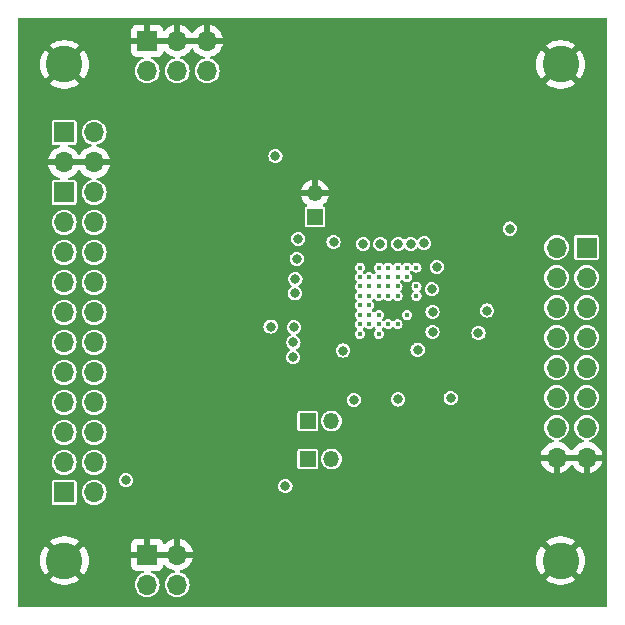
<source format=gbr>
%TF.GenerationSoftware,KiCad,Pcbnew,(7.0.0)*%
%TF.CreationDate,2023-04-27T19:26:51+01:00*%
%TF.ProjectId,OpenBCI_ESP32_ADS1298,4f70656e-4243-4495-9f45-535033325f41,rev?*%
%TF.SameCoordinates,Original*%
%TF.FileFunction,Copper,L2,Inr*%
%TF.FilePolarity,Positive*%
%FSLAX46Y46*%
G04 Gerber Fmt 4.6, Leading zero omitted, Abs format (unit mm)*
G04 Created by KiCad (PCBNEW (7.0.0)) date 2023-04-27 19:26:51*
%MOMM*%
%LPD*%
G01*
G04 APERTURE LIST*
%TA.AperFunction,ComponentPad*%
%ADD10R,1.700000X1.700000*%
%TD*%
%TA.AperFunction,ComponentPad*%
%ADD11O,1.700000X1.700000*%
%TD*%
%TA.AperFunction,ComponentPad*%
%ADD12C,3.100000*%
%TD*%
%TA.AperFunction,ComponentPad*%
%ADD13R,1.350000X1.350000*%
%TD*%
%TA.AperFunction,ComponentPad*%
%ADD14O,1.350000X1.350000*%
%TD*%
%TA.AperFunction,ViaPad*%
%ADD15C,0.800000*%
%TD*%
%TA.AperFunction,ViaPad*%
%ADD16C,0.450000*%
%TD*%
G04 APERTURE END LIST*
D10*
%TO.N,+2V5*%
%TO.C,J1*%
X103969999Y-59749999D03*
D11*
X106509999Y-59749999D03*
%TO.N,GND*%
X103969999Y-62289999D03*
X106509999Y-62289999D03*
D10*
%TO.N,/Analog_Input/BIAS*%
X103969999Y-64829999D03*
D11*
X106509999Y-64829999D03*
%TO.N,/Analog_Input/8N*%
X103969999Y-67369999D03*
%TO.N,/Analog_Input/8P*%
X106509999Y-67369999D03*
%TO.N,/Analog_Input/7N*%
X103969999Y-69909999D03*
%TO.N,/Analog_Input/7P*%
X106509999Y-69909999D03*
%TO.N,/Analog_Input/6N*%
X103969999Y-72449999D03*
%TO.N,/Analog_Input/6P*%
X106509999Y-72449999D03*
%TO.N,/Analog_Input/5N*%
X103969999Y-74989999D03*
%TO.N,/Analog_Input/5P*%
X106509999Y-74989999D03*
%TO.N,/Analog_Input/4N*%
X103969999Y-77529999D03*
%TO.N,/Analog_Input/4P*%
X106509999Y-77529999D03*
%TO.N,/Analog_Input/3N*%
X103969999Y-80069999D03*
%TO.N,/Analog_Input/3P*%
X106509999Y-80069999D03*
%TO.N,/Analog_Input/2N*%
X103969999Y-82609999D03*
%TO.N,/Analog_Input/2P*%
X106509999Y-82609999D03*
%TO.N,/Analog_Input/1N*%
X103969999Y-85149999D03*
%TO.N,/Analog_Input/1P*%
X106509999Y-85149999D03*
%TO.N,/Analog_Input/WCT_OUT*%
X103969999Y-87689999D03*
X106509999Y-87689999D03*
D10*
%TO.N,-2V5*%
X103969999Y-90229999D03*
D11*
X106509999Y-90229999D03*
%TD*%
D10*
%TO.N,+3.3V*%
%TO.C,J2*%
X148199999Y-69499999D03*
D11*
X145659999Y-69499999D03*
%TO.N,/ADS1298/DRDY2*%
X148199999Y-72039999D03*
%TO.N,/ADS1298/DRDY1*%
X145659999Y-72039999D03*
%TO.N,unconnected-(J2-Pin_5-Pad5)*%
X148199999Y-74579999D03*
%TO.N,/ADS1298/DOUT*%
X145659999Y-74579999D03*
%TO.N,unconnected-(J2-Pin_7-Pad7)*%
X148199999Y-77119999D03*
%TO.N,/ADS1298/SCLK*%
X145659999Y-77119999D03*
%TO.N,/ADS1298/CS2*%
X148199999Y-79659999D03*
%TO.N,/ADS1298/CS1*%
X145659999Y-79659999D03*
%TO.N,/ADS1298/RESET*%
X148199999Y-82199999D03*
%TO.N,/ADS1298/CLK*%
X145659999Y-82199999D03*
%TO.N,unconnected-(J2-Pin_13-Pad13)*%
X148199999Y-84739999D03*
%TO.N,/ADS1298/DIN*%
X145659999Y-84739999D03*
%TO.N,GND*%
X148199999Y-87279999D03*
X145659999Y-87279999D03*
%TD*%
D10*
%TO.N,GND*%
%TO.C,J3*%
X110999999Y-51999999D03*
D11*
%TO.N,+2V5*%
X110999999Y-54539999D03*
%TO.N,GND*%
X113539999Y-51999999D03*
%TO.N,+2V5*%
X113539999Y-54539999D03*
%TO.N,GND*%
X116079999Y-51999999D03*
%TO.N,/ADS1298/RL_OUT*%
X116079999Y-54539999D03*
%TD*%
D10*
%TO.N,GND*%
%TO.C,J4*%
X110999999Y-95499999D03*
D11*
%TO.N,-2V5*%
X110999999Y-98039999D03*
%TO.N,GND*%
X113539999Y-95499999D03*
%TO.N,-2V5*%
X113539999Y-98039999D03*
%TD*%
D12*
%TO.N,GND*%
%TO.C,H1*%
X104000000Y-54000000D03*
%TD*%
%TO.N,GND*%
%TO.C,H2*%
X104000000Y-96000000D03*
%TD*%
%TO.N,GND*%
%TO.C,H3*%
X146000000Y-54000000D03*
%TD*%
%TO.N,GND*%
%TO.C,H4*%
X146000000Y-96000000D03*
%TD*%
D13*
%TO.N,Net-(J5-Pin_1)*%
%TO.C,J5*%
X124599999Y-84199999D03*
D14*
%TO.N,Net-(J5-Pin_2)*%
X126599999Y-84199999D03*
%TD*%
D13*
%TO.N,Net-(J6-Pin_1)*%
%TO.C,J6*%
X124599999Y-87399999D03*
D14*
%TO.N,Net-(J6-Pin_2)*%
X126599999Y-87399999D03*
%TD*%
D13*
%TO.N,Net-(J7-Pin_1)*%
%TO.C,J7*%
X125199999Y-66899999D03*
D14*
%TO.N,GND*%
X125199999Y-64899999D03*
%TD*%
D15*
%TO.N,GND*%
X124230000Y-82320000D03*
X134360000Y-82290000D03*
X127360000Y-89580000D03*
X109200000Y-69900000D03*
X138730000Y-80350000D03*
X132620000Y-78090000D03*
X114200000Y-63400000D03*
X114300000Y-57800000D03*
X137130000Y-66950000D03*
X124640000Y-85790000D03*
X110000000Y-91300000D03*
D16*
X133000000Y-72800000D03*
D15*
X112200000Y-93300000D03*
X109200000Y-73900000D03*
X137190000Y-71060000D03*
X118300000Y-91100000D03*
X138900000Y-64900000D03*
D16*
X132200000Y-75200000D03*
X133000000Y-73600000D03*
D15*
X109100000Y-65700000D03*
X130550000Y-78130000D03*
X109157667Y-85834189D03*
X109166432Y-78535681D03*
D16*
X133000000Y-76810000D03*
X130600000Y-74400000D03*
%TO.N,-2V5*%
X131400000Y-71200000D03*
X130600000Y-76800000D03*
X131400000Y-72000000D03*
D15*
X109200000Y-89200000D03*
X133310000Y-69190000D03*
X136700000Y-82240000D03*
D16*
X131400000Y-72800000D03*
D15*
X130740000Y-69180000D03*
X133900000Y-78150000D03*
D16*
X130600000Y-73600000D03*
X131400000Y-73600000D03*
D15*
X132240000Y-82360000D03*
D16*
X133800000Y-71200000D03*
D15*
X128490000Y-82400000D03*
D16*
%TO.N,+2V5*%
X132200000Y-72800000D03*
X130600000Y-72000000D03*
X132200000Y-72000000D03*
X130600000Y-71200000D03*
D15*
X134440000Y-69130000D03*
X129290000Y-69200000D03*
D16*
X132200000Y-71200000D03*
X133000000Y-71200000D03*
%TO.N,/ADS1298/IN1N*%
X129000000Y-76800000D03*
D15*
X123360000Y-78780000D03*
D16*
%TO.N,/ADS1298/IN2N*%
X129000000Y-76000000D03*
D15*
X123380000Y-77540000D03*
%TO.N,/ADS1298/IN3N*%
X123420000Y-76260000D03*
D16*
X129000000Y-75200000D03*
D15*
%TO.N,/ADS1298/IN4N*%
X121450000Y-76190000D03*
D16*
X129000000Y-74400000D03*
D15*
%TO.N,/ADS1298/IN5N*%
X123490000Y-73380000D03*
D16*
X129000000Y-73600000D03*
%TO.N,/ADS1298/IN6N*%
X129000000Y-72800000D03*
D15*
X123550000Y-72190000D03*
D16*
%TO.N,/ADS1298/IN7N*%
X129000000Y-72000000D03*
D15*
X123660000Y-70450000D03*
%TO.N,/ADS1298/IN8N*%
X123790000Y-68760000D03*
D16*
X129000000Y-71200000D03*
D15*
%TO.N,Net-(U7-VCAP3)*%
X132260000Y-69190000D03*
D16*
X133000000Y-72000000D03*
%TO.N,Net-(U7-VCAP4)*%
X129800000Y-76000000D03*
D15*
X127580000Y-78220000D03*
D16*
%TO.N,+3.3V*%
X133800000Y-72800000D03*
D15*
X135160000Y-74940000D03*
X135160000Y-76640000D03*
D16*
X133800000Y-73600000D03*
D15*
X135520000Y-71140000D03*
D16*
X131400000Y-76000000D03*
D15*
X141700000Y-67900000D03*
D16*
%TO.N,/ADS1298/RESET*%
X132200000Y-76000000D03*
D15*
X139050000Y-76760000D03*
%TO.N,/ADS1298/CS*%
X139780000Y-74840000D03*
D16*
X133000000Y-75200000D03*
D15*
%TO.N,/ADS1298/DRDY*%
X135100000Y-73030000D03*
D16*
X132200000Y-73600000D03*
%TO.N,Net-(J5-Pin_1)*%
X129800000Y-74400000D03*
%TO.N,Net-(J5-Pin_2)*%
X129800000Y-75200000D03*
%TO.N,Net-(J6-Pin_1)*%
X130600000Y-75199998D03*
%TO.N,Net-(J6-Pin_2)*%
X130600000Y-76000000D03*
D15*
%TO.N,/ADS1298/WCT*%
X122700000Y-89700000D03*
D16*
X129800000Y-73600000D03*
%TO.N,Net-(J7-Pin_1)*%
X130600000Y-72800000D03*
D15*
%TO.N,Net-(U7-RLDOUT)*%
X126780000Y-69040000D03*
D16*
X129800000Y-72000000D03*
D15*
%TO.N,Net-(U7-RLDINV)*%
X121860000Y-61760000D03*
D16*
X129800000Y-72800000D03*
%TD*%
%TA.AperFunction,Conductor*%
%TO.N,GND*%
G36*
X149925000Y-50038763D02*
G01*
X149961237Y-50075000D01*
X149974500Y-50124500D01*
X149974500Y-99875500D01*
X149961237Y-99925000D01*
X149925000Y-99961237D01*
X149875500Y-99974500D01*
X100124500Y-99974500D01*
X100075000Y-99961237D01*
X100038763Y-99925000D01*
X100025500Y-99875500D01*
X100025500Y-97623804D01*
X102739675Y-97623804D01*
X102745951Y-97632805D01*
X102807792Y-97683116D01*
X102813312Y-97687012D01*
X103048079Y-97829777D01*
X103054077Y-97832886D01*
X103306105Y-97942356D01*
X103312462Y-97944616D01*
X103577060Y-98018752D01*
X103583651Y-98020122D01*
X103855883Y-98057540D01*
X103862606Y-98058000D01*
X104137394Y-98058000D01*
X104144116Y-98057540D01*
X104416348Y-98020122D01*
X104422939Y-98018752D01*
X104687537Y-97944616D01*
X104693894Y-97942356D01*
X104945922Y-97832886D01*
X104951920Y-97829777D01*
X105186687Y-97687012D01*
X105192206Y-97683116D01*
X105254047Y-97632805D01*
X105260324Y-97623804D01*
X105255002Y-97614212D01*
X104009214Y-96368424D01*
X104000000Y-96363104D01*
X103990785Y-96368424D01*
X102744997Y-97614211D01*
X102739675Y-97623804D01*
X100025500Y-97623804D01*
X100025500Y-96003377D01*
X101937422Y-96003377D01*
X101956172Y-96277506D01*
X101957093Y-96284203D01*
X102012996Y-96553223D01*
X102014818Y-96559726D01*
X102106837Y-96818642D01*
X102109520Y-96824820D01*
X102235944Y-97068808D01*
X102239443Y-97074561D01*
X102366319Y-97254303D01*
X102375086Y-97261190D01*
X102384894Y-97255894D01*
X103631575Y-96009214D01*
X103636895Y-96000000D01*
X104363104Y-96000000D01*
X104368424Y-96009214D01*
X105615104Y-97255894D01*
X105624913Y-97261191D01*
X105633678Y-97254305D01*
X105760558Y-97074558D01*
X105764055Y-97068808D01*
X105890479Y-96824820D01*
X105893162Y-96818642D01*
X105985181Y-96559726D01*
X105987003Y-96553223D01*
X106019686Y-96395944D01*
X109642000Y-96395944D01*
X109642282Y-96401217D01*
X109647843Y-96452939D01*
X109650668Y-96464895D01*
X109697079Y-96589327D01*
X109703797Y-96601631D01*
X109782849Y-96707231D01*
X109792768Y-96717150D01*
X109898368Y-96796202D01*
X109910672Y-96802920D01*
X110035104Y-96849331D01*
X110047060Y-96852156D01*
X110098782Y-96857717D01*
X110104056Y-96858000D01*
X110610266Y-96858000D01*
X110663641Y-96873621D01*
X110700172Y-96915553D01*
X110708332Y-96970564D01*
X110685546Y-97021296D01*
X110639004Y-97051737D01*
X110600706Y-97063354D01*
X110600702Y-97063355D01*
X110596046Y-97064768D01*
X110591757Y-97067060D01*
X110591751Y-97067063D01*
X110417836Y-97160023D01*
X110417828Y-97160028D01*
X110413550Y-97162315D01*
X110409796Y-97165394D01*
X110409791Y-97165399D01*
X110257354Y-97290500D01*
X110257348Y-97290505D01*
X110253590Y-97293590D01*
X110250505Y-97297348D01*
X110250500Y-97297354D01*
X110125399Y-97449791D01*
X110125394Y-97449796D01*
X110122315Y-97453550D01*
X110120028Y-97457828D01*
X110120023Y-97457836D01*
X110027063Y-97631751D01*
X110027060Y-97631757D01*
X110024768Y-97636046D01*
X110023355Y-97640702D01*
X110023354Y-97640706D01*
X109966112Y-97829409D01*
X109966110Y-97829415D01*
X109964700Y-97834066D01*
X109944417Y-98040000D01*
X109964700Y-98245934D01*
X110024768Y-98443954D01*
X110027062Y-98448246D01*
X110027063Y-98448248D01*
X110120023Y-98622163D01*
X110120025Y-98622166D01*
X110122315Y-98626450D01*
X110253590Y-98786410D01*
X110413550Y-98917685D01*
X110596046Y-99015232D01*
X110794066Y-99075300D01*
X111000000Y-99095583D01*
X111205934Y-99075300D01*
X111403954Y-99015232D01*
X111586450Y-98917685D01*
X111746410Y-98786410D01*
X111877685Y-98626450D01*
X111975232Y-98443954D01*
X112035300Y-98245934D01*
X112055583Y-98040000D01*
X112035300Y-97834066D01*
X111975232Y-97636046D01*
X111877685Y-97453550D01*
X111746410Y-97293590D01*
X111706931Y-97261191D01*
X111590208Y-97165399D01*
X111590207Y-97165398D01*
X111586450Y-97162315D01*
X111582166Y-97160025D01*
X111582163Y-97160023D01*
X111408248Y-97067063D01*
X111408246Y-97067062D01*
X111403954Y-97064768D01*
X111360995Y-97051736D01*
X111314454Y-97021296D01*
X111291668Y-96970564D01*
X111299828Y-96915553D01*
X111336359Y-96873621D01*
X111389734Y-96858000D01*
X111895944Y-96858000D01*
X111901217Y-96857717D01*
X111952939Y-96852156D01*
X111964895Y-96849331D01*
X112089327Y-96802920D01*
X112101631Y-96796202D01*
X112207231Y-96717150D01*
X112217150Y-96707231D01*
X112296202Y-96601631D01*
X112302920Y-96589327D01*
X112349331Y-96464895D01*
X112353582Y-96446908D01*
X112355651Y-96447397D01*
X112373157Y-96405176D01*
X112419155Y-96373365D01*
X112475053Y-96371557D01*
X112523011Y-96400329D01*
X112614325Y-96499523D01*
X112620334Y-96505054D01*
X112791466Y-96638252D01*
X112798300Y-96642717D01*
X112989027Y-96745933D01*
X112996501Y-96749211D01*
X113201620Y-96819629D01*
X113209521Y-96821630D01*
X113262024Y-96830391D01*
X113309635Y-96852429D01*
X113339299Y-96895702D01*
X113342686Y-96948057D01*
X113318843Y-96994790D01*
X113274468Y-97022778D01*
X113140706Y-97063354D01*
X113140702Y-97063355D01*
X113136046Y-97064768D01*
X113131757Y-97067060D01*
X113131751Y-97067063D01*
X112957836Y-97160023D01*
X112957828Y-97160028D01*
X112953550Y-97162315D01*
X112949796Y-97165394D01*
X112949791Y-97165399D01*
X112797354Y-97290500D01*
X112797348Y-97290505D01*
X112793590Y-97293590D01*
X112790505Y-97297348D01*
X112790500Y-97297354D01*
X112665399Y-97449791D01*
X112665394Y-97449796D01*
X112662315Y-97453550D01*
X112660028Y-97457828D01*
X112660023Y-97457836D01*
X112567063Y-97631751D01*
X112567060Y-97631757D01*
X112564768Y-97636046D01*
X112563355Y-97640702D01*
X112563354Y-97640706D01*
X112506112Y-97829409D01*
X112506110Y-97829415D01*
X112504700Y-97834066D01*
X112484417Y-98040000D01*
X112504700Y-98245934D01*
X112564768Y-98443954D01*
X112567062Y-98448246D01*
X112567063Y-98448248D01*
X112660023Y-98622163D01*
X112660025Y-98622166D01*
X112662315Y-98626450D01*
X112793590Y-98786410D01*
X112953550Y-98917685D01*
X113136046Y-99015232D01*
X113334066Y-99075300D01*
X113540000Y-99095583D01*
X113745934Y-99075300D01*
X113943954Y-99015232D01*
X114126450Y-98917685D01*
X114286410Y-98786410D01*
X114417685Y-98626450D01*
X114515232Y-98443954D01*
X114575300Y-98245934D01*
X114595583Y-98040000D01*
X114575300Y-97834066D01*
X114515232Y-97636046D01*
X114508688Y-97623804D01*
X144739675Y-97623804D01*
X144745951Y-97632805D01*
X144807792Y-97683116D01*
X144813312Y-97687012D01*
X145048079Y-97829777D01*
X145054077Y-97832886D01*
X145306105Y-97942356D01*
X145312462Y-97944616D01*
X145577060Y-98018752D01*
X145583651Y-98020122D01*
X145855883Y-98057540D01*
X145862606Y-98058000D01*
X146137394Y-98058000D01*
X146144116Y-98057540D01*
X146416348Y-98020122D01*
X146422939Y-98018752D01*
X146687537Y-97944616D01*
X146693894Y-97942356D01*
X146945922Y-97832886D01*
X146951920Y-97829777D01*
X147186687Y-97687012D01*
X147192206Y-97683116D01*
X147254047Y-97632805D01*
X147260324Y-97623804D01*
X147255002Y-97614212D01*
X146009214Y-96368424D01*
X146000000Y-96363104D01*
X145990785Y-96368424D01*
X144744997Y-97614211D01*
X144739675Y-97623804D01*
X114508688Y-97623804D01*
X114417685Y-97453550D01*
X114286410Y-97293590D01*
X114246931Y-97261191D01*
X114130208Y-97165399D01*
X114130207Y-97165398D01*
X114126450Y-97162315D01*
X114122166Y-97160025D01*
X114122163Y-97160023D01*
X113948248Y-97067063D01*
X113948246Y-97067062D01*
X113943954Y-97064768D01*
X113939293Y-97063354D01*
X113805531Y-97022778D01*
X113761156Y-96994790D01*
X113737313Y-96948057D01*
X113740700Y-96895702D01*
X113770364Y-96852429D01*
X113817975Y-96830391D01*
X113870478Y-96821630D01*
X113878379Y-96819629D01*
X114083498Y-96749211D01*
X114090972Y-96745933D01*
X114281699Y-96642717D01*
X114288533Y-96638252D01*
X114459665Y-96505054D01*
X114465674Y-96499523D01*
X114612555Y-96339967D01*
X114617564Y-96333531D01*
X114736177Y-96151980D01*
X114740063Y-96144800D01*
X114802097Y-96003377D01*
X143937422Y-96003377D01*
X143956172Y-96277506D01*
X143957093Y-96284203D01*
X144012996Y-96553223D01*
X144014818Y-96559726D01*
X144106837Y-96818642D01*
X144109520Y-96824820D01*
X144235944Y-97068808D01*
X144239443Y-97074561D01*
X144366319Y-97254303D01*
X144375086Y-97261190D01*
X144384894Y-97255894D01*
X145631575Y-96009214D01*
X145636895Y-96000000D01*
X146363104Y-96000000D01*
X146368424Y-96009214D01*
X147615104Y-97255894D01*
X147624913Y-97261191D01*
X147633678Y-97254305D01*
X147760558Y-97074558D01*
X147764055Y-97068808D01*
X147890479Y-96824820D01*
X147893162Y-96818642D01*
X147985181Y-96559726D01*
X147987003Y-96553223D01*
X148042906Y-96284203D01*
X148043827Y-96277506D01*
X148062578Y-96003377D01*
X148062578Y-95996623D01*
X148043827Y-95722493D01*
X148042906Y-95715796D01*
X147987003Y-95446776D01*
X147985181Y-95440273D01*
X147893162Y-95181357D01*
X147890479Y-95175179D01*
X147764055Y-94931191D01*
X147760556Y-94925438D01*
X147633679Y-94745695D01*
X147624912Y-94738808D01*
X147615104Y-94744104D01*
X146368424Y-95990785D01*
X146363104Y-96000000D01*
X145636895Y-96000000D01*
X145631575Y-95990785D01*
X144384894Y-94744104D01*
X144375087Y-94738808D01*
X144366318Y-94745696D01*
X144239443Y-94925438D01*
X144235944Y-94931191D01*
X144109520Y-95175179D01*
X144106837Y-95181357D01*
X144014818Y-95440273D01*
X144012996Y-95446776D01*
X143957093Y-95715796D01*
X143956172Y-95722493D01*
X143937422Y-95996623D01*
X143937422Y-96003377D01*
X114802097Y-96003377D01*
X114827177Y-95946202D01*
X114829825Y-95938488D01*
X114872831Y-95768658D01*
X114872209Y-95757373D01*
X114861423Y-95754000D01*
X109655033Y-95754000D01*
X109644754Y-95756754D01*
X109642000Y-95767033D01*
X109642000Y-96395944D01*
X106019686Y-96395944D01*
X106042906Y-96284203D01*
X106043827Y-96277506D01*
X106062578Y-96003377D01*
X106062578Y-95996623D01*
X106043827Y-95722493D01*
X106042906Y-95715796D01*
X105987003Y-95446776D01*
X105985181Y-95440273D01*
X105911504Y-95232967D01*
X109642000Y-95232967D01*
X109644754Y-95243245D01*
X109655033Y-95246000D01*
X110732967Y-95246000D01*
X110743245Y-95243245D01*
X110746000Y-95232967D01*
X111254000Y-95232967D01*
X111256754Y-95243245D01*
X111267033Y-95246000D01*
X113272967Y-95246000D01*
X113283245Y-95243245D01*
X113286000Y-95232967D01*
X113794000Y-95232967D01*
X113796754Y-95243245D01*
X113807033Y-95246000D01*
X114861423Y-95246000D01*
X114872209Y-95242626D01*
X114872831Y-95231341D01*
X114829825Y-95061511D01*
X114827177Y-95053797D01*
X114740063Y-94855199D01*
X114736177Y-94848019D01*
X114617564Y-94666468D01*
X114612555Y-94660032D01*
X114465674Y-94500476D01*
X114459665Y-94494945D01*
X114307093Y-94376193D01*
X144739674Y-94376193D01*
X144744997Y-94385787D01*
X145990785Y-95631575D01*
X146000000Y-95636895D01*
X146009214Y-95631575D01*
X147255001Y-94385787D01*
X147260323Y-94376194D01*
X147254046Y-94367193D01*
X147192207Y-94316884D01*
X147186685Y-94312986D01*
X146951920Y-94170222D01*
X146945922Y-94167113D01*
X146693894Y-94057643D01*
X146687537Y-94055383D01*
X146422939Y-93981247D01*
X146416348Y-93979877D01*
X146144116Y-93942459D01*
X146137394Y-93942000D01*
X145862606Y-93942000D01*
X145855883Y-93942459D01*
X145583651Y-93979877D01*
X145577060Y-93981247D01*
X145312462Y-94055383D01*
X145306105Y-94057643D01*
X145054077Y-94167113D01*
X145048079Y-94170222D01*
X144813314Y-94312986D01*
X144807791Y-94316884D01*
X144745950Y-94367194D01*
X144739674Y-94376193D01*
X114307093Y-94376193D01*
X114288533Y-94361747D01*
X114281699Y-94357282D01*
X114090972Y-94254066D01*
X114083498Y-94250788D01*
X113878379Y-94180370D01*
X113870480Y-94178370D01*
X113808226Y-94167982D01*
X113797177Y-94169359D01*
X113794000Y-94180032D01*
X113794000Y-95232967D01*
X113286000Y-95232967D01*
X113286000Y-94180032D01*
X113282822Y-94169359D01*
X113271773Y-94167982D01*
X113209519Y-94178370D01*
X113201620Y-94180370D01*
X112996501Y-94250788D01*
X112989027Y-94254066D01*
X112798300Y-94357282D01*
X112791466Y-94361747D01*
X112620334Y-94494945D01*
X112614318Y-94500483D01*
X112523010Y-94599670D01*
X112475054Y-94628442D01*
X112419157Y-94626635D01*
X112373159Y-94594826D01*
X112355650Y-94552603D01*
X112353582Y-94553092D01*
X112349331Y-94535104D01*
X112302920Y-94410672D01*
X112296202Y-94398368D01*
X112217150Y-94292768D01*
X112207231Y-94282849D01*
X112101631Y-94203797D01*
X112089327Y-94197079D01*
X111964895Y-94150668D01*
X111952939Y-94147843D01*
X111901217Y-94142282D01*
X111895944Y-94142000D01*
X111267033Y-94142000D01*
X111256754Y-94144754D01*
X111254000Y-94155033D01*
X111254000Y-95232967D01*
X110746000Y-95232967D01*
X110746000Y-94155033D01*
X110743245Y-94144754D01*
X110732967Y-94142000D01*
X110104056Y-94142000D01*
X110098782Y-94142282D01*
X110047060Y-94147843D01*
X110035104Y-94150668D01*
X109910672Y-94197079D01*
X109898368Y-94203797D01*
X109792768Y-94282849D01*
X109782849Y-94292768D01*
X109703797Y-94398368D01*
X109697079Y-94410672D01*
X109650668Y-94535104D01*
X109647843Y-94547060D01*
X109642282Y-94598782D01*
X109642000Y-94604056D01*
X109642000Y-95232967D01*
X105911504Y-95232967D01*
X105893162Y-95181357D01*
X105890479Y-95175179D01*
X105764055Y-94931191D01*
X105760556Y-94925438D01*
X105633679Y-94745695D01*
X105624912Y-94738808D01*
X105615104Y-94744104D01*
X104368424Y-95990785D01*
X104363104Y-96000000D01*
X103636895Y-96000000D01*
X103631575Y-95990785D01*
X102384894Y-94744104D01*
X102375087Y-94738808D01*
X102366318Y-94745696D01*
X102239443Y-94925438D01*
X102235944Y-94931191D01*
X102109520Y-95175179D01*
X102106837Y-95181357D01*
X102014818Y-95440273D01*
X102012996Y-95446776D01*
X101957093Y-95715796D01*
X101956172Y-95722493D01*
X101937422Y-95996623D01*
X101937422Y-96003377D01*
X100025500Y-96003377D01*
X100025500Y-94376193D01*
X102739674Y-94376193D01*
X102744997Y-94385787D01*
X103990785Y-95631575D01*
X104000000Y-95636895D01*
X104009214Y-95631575D01*
X105255001Y-94385787D01*
X105260323Y-94376194D01*
X105254046Y-94367193D01*
X105192207Y-94316884D01*
X105186685Y-94312986D01*
X104951920Y-94170222D01*
X104945922Y-94167113D01*
X104693894Y-94057643D01*
X104687537Y-94055383D01*
X104422939Y-93981247D01*
X104416348Y-93979877D01*
X104144116Y-93942459D01*
X104137394Y-93942000D01*
X103862606Y-93942000D01*
X103855883Y-93942459D01*
X103583651Y-93979877D01*
X103577060Y-93981247D01*
X103312462Y-94055383D01*
X103306105Y-94057643D01*
X103054077Y-94167113D01*
X103048079Y-94170222D01*
X102813314Y-94312986D01*
X102807791Y-94316884D01*
X102745950Y-94367194D01*
X102739674Y-94376193D01*
X100025500Y-94376193D01*
X100025500Y-91099748D01*
X102919500Y-91099748D01*
X102920446Y-91104506D01*
X102920447Y-91104511D01*
X102921534Y-91109976D01*
X102931133Y-91158231D01*
X102936550Y-91166338D01*
X102936551Y-91166340D01*
X102970028Y-91216441D01*
X102975448Y-91224552D01*
X103041769Y-91268867D01*
X103100252Y-91280500D01*
X104834890Y-91280500D01*
X104839748Y-91280500D01*
X104898231Y-91268867D01*
X104964552Y-91224552D01*
X105008867Y-91158231D01*
X105020500Y-91099748D01*
X105020500Y-90230000D01*
X105454417Y-90230000D01*
X105474700Y-90435934D01*
X105534768Y-90633954D01*
X105537062Y-90638246D01*
X105537063Y-90638248D01*
X105630023Y-90812163D01*
X105630025Y-90812166D01*
X105632315Y-90816450D01*
X105763590Y-90976410D01*
X105923550Y-91107685D01*
X106106046Y-91205232D01*
X106304066Y-91265300D01*
X106510000Y-91285583D01*
X106715934Y-91265300D01*
X106913954Y-91205232D01*
X107096450Y-91107685D01*
X107256410Y-90976410D01*
X107387685Y-90816450D01*
X107485232Y-90633954D01*
X107545300Y-90435934D01*
X107565583Y-90230000D01*
X107545300Y-90024066D01*
X107485232Y-89826046D01*
X107387685Y-89643550D01*
X107256410Y-89483590D01*
X107096450Y-89352315D01*
X107092166Y-89350025D01*
X107092163Y-89350023D01*
X106918248Y-89257063D01*
X106918246Y-89257062D01*
X106913954Y-89254768D01*
X106909293Y-89253354D01*
X106733407Y-89200000D01*
X108594318Y-89200000D01*
X108595165Y-89206434D01*
X108614108Y-89350326D01*
X108614109Y-89350331D01*
X108614956Y-89356762D01*
X108675464Y-89502841D01*
X108679413Y-89507988D01*
X108679414Y-89507989D01*
X108706461Y-89543238D01*
X108771718Y-89628282D01*
X108897159Y-89724536D01*
X109043238Y-89785044D01*
X109200000Y-89805682D01*
X109356762Y-89785044D01*
X109502841Y-89724536D01*
X109534817Y-89700000D01*
X122094318Y-89700000D01*
X122095165Y-89706434D01*
X122114108Y-89850326D01*
X122114109Y-89850331D01*
X122114956Y-89856762D01*
X122175464Y-90002841D01*
X122271718Y-90128282D01*
X122397159Y-90224536D01*
X122543238Y-90285044D01*
X122700000Y-90305682D01*
X122856762Y-90285044D01*
X123002841Y-90224536D01*
X123128282Y-90128282D01*
X123224536Y-90002841D01*
X123285044Y-89856762D01*
X123305682Y-89700000D01*
X123285044Y-89543238D01*
X123224536Y-89397159D01*
X123128282Y-89271718D01*
X123106192Y-89254768D01*
X123007989Y-89179414D01*
X123007988Y-89179413D01*
X123002841Y-89175464D01*
X122996847Y-89172981D01*
X122996845Y-89172980D01*
X122862759Y-89117440D01*
X122862758Y-89117439D01*
X122856762Y-89114956D01*
X122850331Y-89114109D01*
X122850326Y-89114108D01*
X122706434Y-89095165D01*
X122700000Y-89094318D01*
X122693566Y-89095165D01*
X122549673Y-89114108D01*
X122549666Y-89114109D01*
X122543238Y-89114956D01*
X122537243Y-89117439D01*
X122537240Y-89117440D01*
X122403154Y-89172980D01*
X122403149Y-89172982D01*
X122397159Y-89175464D01*
X122392015Y-89179411D01*
X122392010Y-89179414D01*
X122276871Y-89267763D01*
X122276866Y-89267767D01*
X122271718Y-89271718D01*
X122267767Y-89276866D01*
X122267763Y-89276871D01*
X122179414Y-89392010D01*
X122179411Y-89392015D01*
X122175464Y-89397159D01*
X122172982Y-89403149D01*
X122172980Y-89403154D01*
X122117440Y-89537240D01*
X122114956Y-89543238D01*
X122114109Y-89549666D01*
X122114108Y-89549673D01*
X122101185Y-89647836D01*
X122094318Y-89700000D01*
X109534817Y-89700000D01*
X109628282Y-89628282D01*
X109724536Y-89502841D01*
X109785044Y-89356762D01*
X109805682Y-89200000D01*
X109785044Y-89043238D01*
X109724536Y-88897159D01*
X109628282Y-88771718D01*
X109593600Y-88745106D01*
X109507989Y-88679414D01*
X109507988Y-88679413D01*
X109502841Y-88675464D01*
X109496847Y-88672981D01*
X109496845Y-88672980D01*
X109362759Y-88617440D01*
X109362758Y-88617439D01*
X109356762Y-88614956D01*
X109350331Y-88614109D01*
X109350326Y-88614108D01*
X109206434Y-88595165D01*
X109200000Y-88594318D01*
X109193566Y-88595165D01*
X109049673Y-88614108D01*
X109049666Y-88614109D01*
X109043238Y-88614956D01*
X109037243Y-88617439D01*
X109037240Y-88617440D01*
X108903154Y-88672980D01*
X108903149Y-88672982D01*
X108897159Y-88675464D01*
X108892015Y-88679411D01*
X108892010Y-88679414D01*
X108776871Y-88767763D01*
X108776866Y-88767767D01*
X108771718Y-88771718D01*
X108767767Y-88776866D01*
X108767763Y-88776871D01*
X108679414Y-88892010D01*
X108679411Y-88892015D01*
X108675464Y-88897159D01*
X108672982Y-88903149D01*
X108672980Y-88903154D01*
X108617440Y-89037240D01*
X108614956Y-89043238D01*
X108614109Y-89049666D01*
X108614108Y-89049673D01*
X108605514Y-89114956D01*
X108594318Y-89200000D01*
X106733407Y-89200000D01*
X106720590Y-89196112D01*
X106720586Y-89196111D01*
X106715934Y-89194700D01*
X106510000Y-89174417D01*
X106505157Y-89174894D01*
X106308908Y-89194223D01*
X106308907Y-89194223D01*
X106304066Y-89194700D01*
X106299415Y-89196110D01*
X106299409Y-89196112D01*
X106110706Y-89253354D01*
X106110702Y-89253355D01*
X106106046Y-89254768D01*
X106101757Y-89257060D01*
X106101751Y-89257063D01*
X105927836Y-89350023D01*
X105927828Y-89350028D01*
X105923550Y-89352315D01*
X105919796Y-89355394D01*
X105919791Y-89355399D01*
X105767354Y-89480500D01*
X105767348Y-89480505D01*
X105763590Y-89483590D01*
X105760505Y-89487348D01*
X105760500Y-89487354D01*
X105635399Y-89639791D01*
X105635394Y-89639796D01*
X105632315Y-89643550D01*
X105630028Y-89647828D01*
X105630023Y-89647836D01*
X105537063Y-89821751D01*
X105537060Y-89821757D01*
X105534768Y-89826046D01*
X105533355Y-89830702D01*
X105533354Y-89830706D01*
X105476112Y-90019409D01*
X105476110Y-90019415D01*
X105474700Y-90024066D01*
X105454417Y-90230000D01*
X105020500Y-90230000D01*
X105020500Y-89360252D01*
X105008867Y-89301769D01*
X104964552Y-89235448D01*
X104956441Y-89230028D01*
X104906340Y-89196551D01*
X104906338Y-89196550D01*
X104898231Y-89191133D01*
X104888667Y-89189230D01*
X104888666Y-89189230D01*
X104844511Y-89180447D01*
X104844506Y-89180446D01*
X104839748Y-89179500D01*
X103100252Y-89179500D01*
X103095494Y-89180446D01*
X103095488Y-89180447D01*
X103051333Y-89189230D01*
X103051330Y-89189231D01*
X103041769Y-89191133D01*
X103033663Y-89196549D01*
X103033659Y-89196551D01*
X102983558Y-89230028D01*
X102983555Y-89230030D01*
X102975448Y-89235448D01*
X102970030Y-89243555D01*
X102970028Y-89243558D01*
X102936551Y-89293659D01*
X102936549Y-89293663D01*
X102931133Y-89301769D01*
X102929231Y-89311330D01*
X102929230Y-89311333D01*
X102920447Y-89355488D01*
X102920446Y-89355494D01*
X102919500Y-89360252D01*
X102919500Y-91099748D01*
X100025500Y-91099748D01*
X100025500Y-87690000D01*
X102914417Y-87690000D01*
X102934700Y-87895934D01*
X102936111Y-87900586D01*
X102936112Y-87900590D01*
X102981542Y-88050353D01*
X102994768Y-88093954D01*
X102997062Y-88098246D01*
X102997063Y-88098248D01*
X103090023Y-88272163D01*
X103090025Y-88272166D01*
X103092315Y-88276450D01*
X103095398Y-88280207D01*
X103095399Y-88280208D01*
X103212352Y-88422717D01*
X103223590Y-88436410D01*
X103383550Y-88567685D01*
X103566046Y-88665232D01*
X103764066Y-88725300D01*
X103970000Y-88745583D01*
X104175934Y-88725300D01*
X104373954Y-88665232D01*
X104556450Y-88567685D01*
X104716410Y-88436410D01*
X104847685Y-88276450D01*
X104945232Y-88093954D01*
X105005300Y-87895934D01*
X105025583Y-87690000D01*
X105454417Y-87690000D01*
X105474700Y-87895934D01*
X105476111Y-87900586D01*
X105476112Y-87900590D01*
X105521542Y-88050353D01*
X105534768Y-88093954D01*
X105537062Y-88098246D01*
X105537063Y-88098248D01*
X105630023Y-88272163D01*
X105630025Y-88272166D01*
X105632315Y-88276450D01*
X105635398Y-88280207D01*
X105635399Y-88280208D01*
X105752352Y-88422717D01*
X105763590Y-88436410D01*
X105923550Y-88567685D01*
X106106046Y-88665232D01*
X106304066Y-88725300D01*
X106510000Y-88745583D01*
X106715934Y-88725300D01*
X106913954Y-88665232D01*
X107096450Y-88567685D01*
X107256410Y-88436410D01*
X107387685Y-88276450D01*
X107484808Y-88094748D01*
X123724500Y-88094748D01*
X123736133Y-88153231D01*
X123741550Y-88161338D01*
X123741551Y-88161340D01*
X123775028Y-88211441D01*
X123780448Y-88219552D01*
X123846769Y-88263867D01*
X123905252Y-88275500D01*
X125289890Y-88275500D01*
X125294748Y-88275500D01*
X125353231Y-88263867D01*
X125419552Y-88219552D01*
X125463867Y-88153231D01*
X125475500Y-88094748D01*
X125475500Y-87400000D01*
X125719678Y-87400000D01*
X125720220Y-87405157D01*
X125738372Y-87577870D01*
X125738373Y-87577877D01*
X125738915Y-87583029D01*
X125740516Y-87587958D01*
X125740517Y-87587960D01*
X125794183Y-87753128D01*
X125794186Y-87753134D01*
X125795786Y-87758059D01*
X125798379Y-87762551D01*
X125798380Y-87762552D01*
X125885209Y-87912945D01*
X125885212Y-87912950D01*
X125887805Y-87917440D01*
X126010950Y-88054207D01*
X126015140Y-88057251D01*
X126015142Y-88057253D01*
X126101461Y-88119967D01*
X126159839Y-88162381D01*
X126327966Y-88237236D01*
X126507981Y-88275500D01*
X126686831Y-88275500D01*
X126692019Y-88275500D01*
X126872034Y-88237236D01*
X127040161Y-88162381D01*
X127189050Y-88054207D01*
X127312195Y-87917440D01*
X127404214Y-87758059D01*
X127461085Y-87583029D01*
X127464698Y-87548658D01*
X144327168Y-87548658D01*
X144370174Y-87718488D01*
X144372822Y-87726202D01*
X144459936Y-87924800D01*
X144463822Y-87931980D01*
X144582435Y-88113531D01*
X144587444Y-88119967D01*
X144734325Y-88279523D01*
X144740334Y-88285054D01*
X144911466Y-88418252D01*
X144918300Y-88422717D01*
X145109027Y-88525933D01*
X145116501Y-88529211D01*
X145321620Y-88599629D01*
X145329519Y-88601629D01*
X145391773Y-88612017D01*
X145402822Y-88610640D01*
X145406000Y-88599968D01*
X145914000Y-88599968D01*
X145917177Y-88610640D01*
X145928226Y-88612017D01*
X145990480Y-88601629D01*
X145998379Y-88599629D01*
X146203498Y-88529211D01*
X146210972Y-88525933D01*
X146401699Y-88422717D01*
X146408533Y-88418252D01*
X146579665Y-88285054D01*
X146585674Y-88279523D01*
X146732555Y-88119967D01*
X146737564Y-88113531D01*
X146847121Y-87945843D01*
X146882881Y-87912923D01*
X146930000Y-87900991D01*
X146977119Y-87912923D01*
X147012879Y-87945843D01*
X147122435Y-88113531D01*
X147127444Y-88119967D01*
X147274325Y-88279523D01*
X147280334Y-88285054D01*
X147451466Y-88418252D01*
X147458300Y-88422717D01*
X147649027Y-88525933D01*
X147656501Y-88529211D01*
X147861620Y-88599629D01*
X147869519Y-88601629D01*
X147931773Y-88612017D01*
X147942822Y-88610640D01*
X147946000Y-88599968D01*
X148454000Y-88599968D01*
X148457177Y-88610640D01*
X148468226Y-88612017D01*
X148530480Y-88601629D01*
X148538379Y-88599629D01*
X148743498Y-88529211D01*
X148750972Y-88525933D01*
X148941699Y-88422717D01*
X148948533Y-88418252D01*
X149119665Y-88285054D01*
X149125674Y-88279523D01*
X149272555Y-88119967D01*
X149277564Y-88113531D01*
X149396177Y-87931980D01*
X149400063Y-87924800D01*
X149487177Y-87726202D01*
X149489825Y-87718488D01*
X149532831Y-87548658D01*
X149532209Y-87537373D01*
X149521423Y-87534000D01*
X148467033Y-87534000D01*
X148456754Y-87536754D01*
X148454000Y-87547033D01*
X148454000Y-88599968D01*
X147946000Y-88599968D01*
X147946000Y-87547033D01*
X147943245Y-87536754D01*
X147932967Y-87534000D01*
X145927033Y-87534000D01*
X145916754Y-87536754D01*
X145914000Y-87547033D01*
X145914000Y-88599968D01*
X145406000Y-88599968D01*
X145406000Y-87547033D01*
X145403245Y-87536754D01*
X145392967Y-87534000D01*
X144338577Y-87534000D01*
X144327790Y-87537373D01*
X144327168Y-87548658D01*
X127464698Y-87548658D01*
X127480322Y-87400000D01*
X127461085Y-87216971D01*
X127404214Y-87041941D01*
X127386547Y-87011341D01*
X144327168Y-87011341D01*
X144327790Y-87022626D01*
X144338577Y-87026000D01*
X149521423Y-87026000D01*
X149532209Y-87022626D01*
X149532831Y-87011341D01*
X149489825Y-86841511D01*
X149487177Y-86833797D01*
X149400063Y-86635199D01*
X149396177Y-86628019D01*
X149277564Y-86446468D01*
X149272555Y-86440032D01*
X149125674Y-86280476D01*
X149119665Y-86274945D01*
X148948533Y-86141747D01*
X148941699Y-86137282D01*
X148750972Y-86034066D01*
X148743498Y-86030788D01*
X148538379Y-85960370D01*
X148530481Y-85958370D01*
X148477973Y-85949608D01*
X148430363Y-85927569D01*
X148400699Y-85884296D01*
X148397314Y-85831941D01*
X148421156Y-85785208D01*
X148465530Y-85757221D01*
X148603954Y-85715232D01*
X148786450Y-85617685D01*
X148946410Y-85486410D01*
X149077685Y-85326450D01*
X149175232Y-85143954D01*
X149235300Y-84945934D01*
X149255583Y-84740000D01*
X149235300Y-84534066D01*
X149175232Y-84336046D01*
X149077685Y-84153550D01*
X148946410Y-83993590D01*
X148786450Y-83862315D01*
X148782166Y-83860025D01*
X148782163Y-83860023D01*
X148608248Y-83767063D01*
X148608246Y-83767062D01*
X148603954Y-83764768D01*
X148599293Y-83763354D01*
X148410590Y-83706112D01*
X148410586Y-83706111D01*
X148405934Y-83704700D01*
X148200000Y-83684417D01*
X148195157Y-83684894D01*
X147998908Y-83704223D01*
X147998907Y-83704223D01*
X147994066Y-83704700D01*
X147989415Y-83706110D01*
X147989409Y-83706112D01*
X147800706Y-83763354D01*
X147800702Y-83763355D01*
X147796046Y-83764768D01*
X147791757Y-83767060D01*
X147791751Y-83767063D01*
X147617836Y-83860023D01*
X147617828Y-83860028D01*
X147613550Y-83862315D01*
X147609796Y-83865394D01*
X147609791Y-83865399D01*
X147457354Y-83990500D01*
X147457348Y-83990505D01*
X147453590Y-83993590D01*
X147450505Y-83997348D01*
X147450500Y-83997354D01*
X147325399Y-84149791D01*
X147325394Y-84149796D01*
X147322315Y-84153550D01*
X147320028Y-84157828D01*
X147320023Y-84157836D01*
X147227063Y-84331751D01*
X147227060Y-84331757D01*
X147224768Y-84336046D01*
X147223355Y-84340702D01*
X147223354Y-84340706D01*
X147166112Y-84529409D01*
X147166110Y-84529415D01*
X147164700Y-84534066D01*
X147164223Y-84538907D01*
X147164223Y-84538908D01*
X147162337Y-84558059D01*
X147144417Y-84740000D01*
X147164700Y-84945934D01*
X147166111Y-84950586D01*
X147166112Y-84950590D01*
X147203715Y-85074552D01*
X147224768Y-85143954D01*
X147227062Y-85148246D01*
X147227063Y-85148248D01*
X147320023Y-85322163D01*
X147320025Y-85322166D01*
X147322315Y-85326450D01*
X147453590Y-85486410D01*
X147613550Y-85617685D01*
X147796046Y-85715232D01*
X147934469Y-85757221D01*
X147978843Y-85785208D01*
X148002685Y-85831941D01*
X147999300Y-85884296D01*
X147969636Y-85927569D01*
X147922026Y-85949608D01*
X147869518Y-85958370D01*
X147861620Y-85960370D01*
X147656501Y-86030788D01*
X147649027Y-86034066D01*
X147458300Y-86137282D01*
X147451466Y-86141747D01*
X147280334Y-86274945D01*
X147274325Y-86280476D01*
X147127444Y-86440032D01*
X147122435Y-86446468D01*
X147012879Y-86614156D01*
X146977119Y-86647076D01*
X146930000Y-86659008D01*
X146882881Y-86647076D01*
X146847121Y-86614156D01*
X146737564Y-86446468D01*
X146732555Y-86440032D01*
X146585674Y-86280476D01*
X146579665Y-86274945D01*
X146408533Y-86141747D01*
X146401699Y-86137282D01*
X146210972Y-86034066D01*
X146203498Y-86030788D01*
X145998379Y-85960370D01*
X145990481Y-85958370D01*
X145937973Y-85949608D01*
X145890363Y-85927569D01*
X145860699Y-85884296D01*
X145857314Y-85831941D01*
X145881156Y-85785208D01*
X145925530Y-85757221D01*
X146063954Y-85715232D01*
X146246450Y-85617685D01*
X146406410Y-85486410D01*
X146537685Y-85326450D01*
X146635232Y-85143954D01*
X146695300Y-84945934D01*
X146715583Y-84740000D01*
X146695300Y-84534066D01*
X146635232Y-84336046D01*
X146537685Y-84153550D01*
X146406410Y-83993590D01*
X146246450Y-83862315D01*
X146242166Y-83860025D01*
X146242163Y-83860023D01*
X146068248Y-83767063D01*
X146068246Y-83767062D01*
X146063954Y-83764768D01*
X146059293Y-83763354D01*
X145870590Y-83706112D01*
X145870586Y-83706111D01*
X145865934Y-83704700D01*
X145660000Y-83684417D01*
X145655157Y-83684894D01*
X145458908Y-83704223D01*
X145458907Y-83704223D01*
X145454066Y-83704700D01*
X145449415Y-83706110D01*
X145449409Y-83706112D01*
X145260706Y-83763354D01*
X145260702Y-83763355D01*
X145256046Y-83764768D01*
X145251757Y-83767060D01*
X145251751Y-83767063D01*
X145077836Y-83860023D01*
X145077828Y-83860028D01*
X145073550Y-83862315D01*
X145069796Y-83865394D01*
X145069791Y-83865399D01*
X144917354Y-83990500D01*
X144917348Y-83990505D01*
X144913590Y-83993590D01*
X144910505Y-83997348D01*
X144910500Y-83997354D01*
X144785399Y-84149791D01*
X144785394Y-84149796D01*
X144782315Y-84153550D01*
X144780028Y-84157828D01*
X144780023Y-84157836D01*
X144687063Y-84331751D01*
X144687060Y-84331757D01*
X144684768Y-84336046D01*
X144683355Y-84340702D01*
X144683354Y-84340706D01*
X144626112Y-84529409D01*
X144626110Y-84529415D01*
X144624700Y-84534066D01*
X144624223Y-84538907D01*
X144624223Y-84538908D01*
X144622337Y-84558059D01*
X144604417Y-84740000D01*
X144624700Y-84945934D01*
X144626111Y-84950586D01*
X144626112Y-84950590D01*
X144663715Y-85074552D01*
X144684768Y-85143954D01*
X144687062Y-85148246D01*
X144687063Y-85148248D01*
X144780023Y-85322163D01*
X144780025Y-85322166D01*
X144782315Y-85326450D01*
X144913590Y-85486410D01*
X145073550Y-85617685D01*
X145256046Y-85715232D01*
X145394469Y-85757221D01*
X145438843Y-85785208D01*
X145462685Y-85831941D01*
X145459300Y-85884296D01*
X145429636Y-85927569D01*
X145382026Y-85949608D01*
X145329518Y-85958370D01*
X145321620Y-85960370D01*
X145116501Y-86030788D01*
X145109027Y-86034066D01*
X144918300Y-86137282D01*
X144911466Y-86141747D01*
X144740334Y-86274945D01*
X144734325Y-86280476D01*
X144587444Y-86440032D01*
X144582435Y-86446468D01*
X144463822Y-86628019D01*
X144459936Y-86635199D01*
X144372822Y-86833797D01*
X144370174Y-86841511D01*
X144327168Y-87011341D01*
X127386547Y-87011341D01*
X127312195Y-86882560D01*
X127189050Y-86745793D01*
X127184860Y-86742749D01*
X127184857Y-86742746D01*
X127044351Y-86640663D01*
X127044349Y-86640662D01*
X127040161Y-86637619D01*
X127035429Y-86635512D01*
X127035427Y-86635511D01*
X126876773Y-86564874D01*
X126872034Y-86562764D01*
X126866967Y-86561686D01*
X126866961Y-86561685D01*
X126697091Y-86525578D01*
X126697090Y-86525577D01*
X126692019Y-86524500D01*
X126507981Y-86524500D01*
X126502910Y-86525577D01*
X126502908Y-86525578D01*
X126333038Y-86561685D01*
X126333030Y-86561687D01*
X126327966Y-86562764D01*
X126323229Y-86564872D01*
X126323226Y-86564874D01*
X126164572Y-86635511D01*
X126164566Y-86635514D01*
X126159839Y-86637619D01*
X126155654Y-86640659D01*
X126155648Y-86640663D01*
X126015142Y-86742746D01*
X126015134Y-86742752D01*
X126010950Y-86745793D01*
X126007484Y-86749642D01*
X126007480Y-86749646D01*
X125891277Y-86878703D01*
X125891273Y-86878707D01*
X125887805Y-86882560D01*
X125885215Y-86887044D01*
X125885209Y-86887054D01*
X125798380Y-87037447D01*
X125798377Y-87037451D01*
X125795786Y-87041941D01*
X125794187Y-87046861D01*
X125794183Y-87046871D01*
X125740517Y-87212039D01*
X125740516Y-87212043D01*
X125738915Y-87216971D01*
X125738373Y-87222120D01*
X125738372Y-87222129D01*
X125731165Y-87290706D01*
X125719678Y-87400000D01*
X125475500Y-87400000D01*
X125475500Y-86705252D01*
X125463867Y-86646769D01*
X125419552Y-86580448D01*
X125411441Y-86575028D01*
X125361340Y-86541551D01*
X125361338Y-86541550D01*
X125353231Y-86536133D01*
X125343667Y-86534230D01*
X125343666Y-86534230D01*
X125299511Y-86525447D01*
X125299506Y-86525446D01*
X125294748Y-86524500D01*
X123905252Y-86524500D01*
X123900494Y-86525446D01*
X123900488Y-86525447D01*
X123856333Y-86534230D01*
X123856330Y-86534231D01*
X123846769Y-86536133D01*
X123838663Y-86541549D01*
X123838659Y-86541551D01*
X123788558Y-86575028D01*
X123788555Y-86575030D01*
X123780448Y-86580448D01*
X123775030Y-86588555D01*
X123775028Y-86588558D01*
X123741551Y-86638659D01*
X123741549Y-86638663D01*
X123736133Y-86646769D01*
X123734231Y-86656330D01*
X123734230Y-86656333D01*
X123725447Y-86700488D01*
X123725446Y-86700494D01*
X123724500Y-86705252D01*
X123724500Y-88094748D01*
X107484808Y-88094748D01*
X107485232Y-88093954D01*
X107545300Y-87895934D01*
X107565583Y-87690000D01*
X107545300Y-87484066D01*
X107485232Y-87286046D01*
X107387685Y-87103550D01*
X107256410Y-86943590D01*
X107177344Y-86878703D01*
X107100208Y-86815399D01*
X107100207Y-86815398D01*
X107096450Y-86812315D01*
X107092166Y-86810025D01*
X107092163Y-86810023D01*
X106918248Y-86717063D01*
X106918246Y-86717062D01*
X106913954Y-86714768D01*
X106909293Y-86713354D01*
X106720590Y-86656112D01*
X106720586Y-86656111D01*
X106715934Y-86654700D01*
X106510000Y-86634417D01*
X106505157Y-86634894D01*
X106308908Y-86654223D01*
X106308907Y-86654223D01*
X106304066Y-86654700D01*
X106299415Y-86656110D01*
X106299409Y-86656112D01*
X106110706Y-86713354D01*
X106110702Y-86713355D01*
X106106046Y-86714768D01*
X106101757Y-86717060D01*
X106101751Y-86717063D01*
X105927836Y-86810023D01*
X105927828Y-86810028D01*
X105923550Y-86812315D01*
X105919796Y-86815394D01*
X105919791Y-86815399D01*
X105767354Y-86940500D01*
X105767348Y-86940505D01*
X105763590Y-86943590D01*
X105760505Y-86947348D01*
X105760500Y-86947354D01*
X105635399Y-87099791D01*
X105635394Y-87099796D01*
X105632315Y-87103550D01*
X105630028Y-87107828D01*
X105630023Y-87107836D01*
X105537063Y-87281751D01*
X105537060Y-87281757D01*
X105534768Y-87286046D01*
X105533355Y-87290702D01*
X105533354Y-87290706D01*
X105476112Y-87479409D01*
X105476110Y-87479415D01*
X105474700Y-87484066D01*
X105454417Y-87690000D01*
X105025583Y-87690000D01*
X105005300Y-87484066D01*
X104945232Y-87286046D01*
X104847685Y-87103550D01*
X104716410Y-86943590D01*
X104637344Y-86878703D01*
X104560208Y-86815399D01*
X104560207Y-86815398D01*
X104556450Y-86812315D01*
X104552166Y-86810025D01*
X104552163Y-86810023D01*
X104378248Y-86717063D01*
X104378246Y-86717062D01*
X104373954Y-86714768D01*
X104369293Y-86713354D01*
X104180590Y-86656112D01*
X104180586Y-86656111D01*
X104175934Y-86654700D01*
X103970000Y-86634417D01*
X103965157Y-86634894D01*
X103768908Y-86654223D01*
X103768907Y-86654223D01*
X103764066Y-86654700D01*
X103759415Y-86656110D01*
X103759409Y-86656112D01*
X103570706Y-86713354D01*
X103570702Y-86713355D01*
X103566046Y-86714768D01*
X103561757Y-86717060D01*
X103561751Y-86717063D01*
X103387836Y-86810023D01*
X103387828Y-86810028D01*
X103383550Y-86812315D01*
X103379796Y-86815394D01*
X103379791Y-86815399D01*
X103227354Y-86940500D01*
X103227348Y-86940505D01*
X103223590Y-86943590D01*
X103220505Y-86947348D01*
X103220500Y-86947354D01*
X103095399Y-87099791D01*
X103095394Y-87099796D01*
X103092315Y-87103550D01*
X103090028Y-87107828D01*
X103090023Y-87107836D01*
X102997063Y-87281751D01*
X102997060Y-87281757D01*
X102994768Y-87286046D01*
X102993355Y-87290702D01*
X102993354Y-87290706D01*
X102936112Y-87479409D01*
X102936110Y-87479415D01*
X102934700Y-87484066D01*
X102914417Y-87690000D01*
X100025500Y-87690000D01*
X100025500Y-85150000D01*
X102914417Y-85150000D01*
X102934700Y-85355934D01*
X102994768Y-85553954D01*
X102997062Y-85558246D01*
X102997063Y-85558248D01*
X103090023Y-85732163D01*
X103090025Y-85732166D01*
X103092315Y-85736450D01*
X103223590Y-85896410D01*
X103383550Y-86027685D01*
X103566046Y-86125232D01*
X103764066Y-86185300D01*
X103970000Y-86205583D01*
X104175934Y-86185300D01*
X104373954Y-86125232D01*
X104556450Y-86027685D01*
X104716410Y-85896410D01*
X104847685Y-85736450D01*
X104945232Y-85553954D01*
X105005300Y-85355934D01*
X105025583Y-85150000D01*
X105454417Y-85150000D01*
X105474700Y-85355934D01*
X105534768Y-85553954D01*
X105537062Y-85558246D01*
X105537063Y-85558248D01*
X105630023Y-85732163D01*
X105630025Y-85732166D01*
X105632315Y-85736450D01*
X105763590Y-85896410D01*
X105923550Y-86027685D01*
X106106046Y-86125232D01*
X106304066Y-86185300D01*
X106510000Y-86205583D01*
X106715934Y-86185300D01*
X106913954Y-86125232D01*
X107096450Y-86027685D01*
X107256410Y-85896410D01*
X107387685Y-85736450D01*
X107485232Y-85553954D01*
X107545300Y-85355934D01*
X107565583Y-85150000D01*
X107545300Y-84944066D01*
X107530340Y-84894748D01*
X123724500Y-84894748D01*
X123725446Y-84899506D01*
X123725447Y-84899511D01*
X123733718Y-84941091D01*
X123736133Y-84953231D01*
X123741550Y-84961338D01*
X123741551Y-84961340D01*
X123775028Y-85011441D01*
X123780448Y-85019552D01*
X123846769Y-85063867D01*
X123905252Y-85075500D01*
X125289890Y-85075500D01*
X125294748Y-85075500D01*
X125353231Y-85063867D01*
X125419552Y-85019552D01*
X125463867Y-84953231D01*
X125475500Y-84894748D01*
X125475500Y-84200000D01*
X125719678Y-84200000D01*
X125720220Y-84205157D01*
X125738372Y-84377870D01*
X125738373Y-84377877D01*
X125738915Y-84383029D01*
X125740516Y-84387958D01*
X125740517Y-84387960D01*
X125794183Y-84553128D01*
X125794186Y-84553134D01*
X125795786Y-84558059D01*
X125798379Y-84562551D01*
X125798380Y-84562552D01*
X125885209Y-84712945D01*
X125885212Y-84712950D01*
X125887805Y-84717440D01*
X126010950Y-84854207D01*
X126015140Y-84857251D01*
X126015142Y-84857253D01*
X126128221Y-84939409D01*
X126159839Y-84962381D01*
X126327966Y-85037236D01*
X126507981Y-85075500D01*
X126686831Y-85075500D01*
X126692019Y-85075500D01*
X126872034Y-85037236D01*
X127040161Y-84962381D01*
X127189050Y-84854207D01*
X127312195Y-84717440D01*
X127404214Y-84558059D01*
X127461085Y-84383029D01*
X127480322Y-84200000D01*
X127461085Y-84016971D01*
X127404214Y-83841941D01*
X127312195Y-83682560D01*
X127189050Y-83545793D01*
X127184860Y-83542749D01*
X127184857Y-83542746D01*
X127044351Y-83440663D01*
X127044349Y-83440662D01*
X127040161Y-83437619D01*
X127035429Y-83435512D01*
X127035427Y-83435511D01*
X126876773Y-83364874D01*
X126872034Y-83362764D01*
X126866967Y-83361686D01*
X126866961Y-83361685D01*
X126697091Y-83325578D01*
X126697090Y-83325577D01*
X126692019Y-83324500D01*
X126507981Y-83324500D01*
X126502910Y-83325577D01*
X126502908Y-83325578D01*
X126333038Y-83361685D01*
X126333030Y-83361687D01*
X126327966Y-83362764D01*
X126323229Y-83364872D01*
X126323226Y-83364874D01*
X126164572Y-83435511D01*
X126164566Y-83435514D01*
X126159839Y-83437619D01*
X126155654Y-83440659D01*
X126155648Y-83440663D01*
X126015142Y-83542746D01*
X126015134Y-83542752D01*
X126010950Y-83545793D01*
X126007484Y-83549642D01*
X126007480Y-83549646D01*
X125891277Y-83678703D01*
X125891273Y-83678707D01*
X125887805Y-83682560D01*
X125885215Y-83687044D01*
X125885209Y-83687054D01*
X125798380Y-83837447D01*
X125798377Y-83837451D01*
X125795786Y-83841941D01*
X125794187Y-83846861D01*
X125794183Y-83846871D01*
X125740517Y-84012039D01*
X125740516Y-84012043D01*
X125738915Y-84016971D01*
X125738373Y-84022120D01*
X125738372Y-84022129D01*
X125722330Y-84174768D01*
X125719678Y-84200000D01*
X125475500Y-84200000D01*
X125475500Y-83505252D01*
X125463867Y-83446769D01*
X125419552Y-83380448D01*
X125411441Y-83375028D01*
X125361340Y-83341551D01*
X125361338Y-83341550D01*
X125353231Y-83336133D01*
X125343667Y-83334230D01*
X125343666Y-83334230D01*
X125299511Y-83325447D01*
X125299506Y-83325446D01*
X125294748Y-83324500D01*
X123905252Y-83324500D01*
X123900494Y-83325446D01*
X123900488Y-83325447D01*
X123856333Y-83334230D01*
X123856330Y-83334231D01*
X123846769Y-83336133D01*
X123838663Y-83341549D01*
X123838659Y-83341551D01*
X123788558Y-83375028D01*
X123788555Y-83375030D01*
X123780448Y-83380448D01*
X123775030Y-83388555D01*
X123775028Y-83388558D01*
X123741551Y-83438659D01*
X123741549Y-83438663D01*
X123736133Y-83446769D01*
X123734231Y-83456330D01*
X123734230Y-83456333D01*
X123725447Y-83500488D01*
X123725446Y-83500494D01*
X123724500Y-83505252D01*
X123724500Y-84894748D01*
X107530340Y-84894748D01*
X107485232Y-84746046D01*
X107387685Y-84563550D01*
X107256410Y-84403590D01*
X107168873Y-84331751D01*
X107100208Y-84275399D01*
X107100207Y-84275398D01*
X107096450Y-84272315D01*
X107092166Y-84270025D01*
X107092163Y-84270023D01*
X106918248Y-84177063D01*
X106918246Y-84177062D01*
X106913954Y-84174768D01*
X106909293Y-84173354D01*
X106720590Y-84116112D01*
X106720586Y-84116111D01*
X106715934Y-84114700D01*
X106510000Y-84094417D01*
X106505157Y-84094894D01*
X106308908Y-84114223D01*
X106308907Y-84114223D01*
X106304066Y-84114700D01*
X106299415Y-84116110D01*
X106299409Y-84116112D01*
X106110706Y-84173354D01*
X106110702Y-84173355D01*
X106106046Y-84174768D01*
X106101757Y-84177060D01*
X106101751Y-84177063D01*
X105927836Y-84270023D01*
X105927828Y-84270028D01*
X105923550Y-84272315D01*
X105919796Y-84275394D01*
X105919791Y-84275399D01*
X105767354Y-84400500D01*
X105767348Y-84400505D01*
X105763590Y-84403590D01*
X105760505Y-84407348D01*
X105760500Y-84407354D01*
X105635399Y-84559791D01*
X105635394Y-84559796D01*
X105632315Y-84563550D01*
X105630028Y-84567828D01*
X105630023Y-84567836D01*
X105537063Y-84741751D01*
X105537060Y-84741757D01*
X105534768Y-84746046D01*
X105533355Y-84750702D01*
X105533354Y-84750706D01*
X105476112Y-84939409D01*
X105476110Y-84939415D01*
X105474700Y-84944066D01*
X105474223Y-84948907D01*
X105474223Y-84948908D01*
X105468064Y-85011441D01*
X105454417Y-85150000D01*
X105025583Y-85150000D01*
X105005300Y-84944066D01*
X104945232Y-84746046D01*
X104847685Y-84563550D01*
X104716410Y-84403590D01*
X104628873Y-84331751D01*
X104560208Y-84275399D01*
X104560207Y-84275398D01*
X104556450Y-84272315D01*
X104552166Y-84270025D01*
X104552163Y-84270023D01*
X104378248Y-84177063D01*
X104378246Y-84177062D01*
X104373954Y-84174768D01*
X104369293Y-84173354D01*
X104180590Y-84116112D01*
X104180586Y-84116111D01*
X104175934Y-84114700D01*
X103970000Y-84094417D01*
X103965157Y-84094894D01*
X103768908Y-84114223D01*
X103768907Y-84114223D01*
X103764066Y-84114700D01*
X103759415Y-84116110D01*
X103759409Y-84116112D01*
X103570706Y-84173354D01*
X103570702Y-84173355D01*
X103566046Y-84174768D01*
X103561757Y-84177060D01*
X103561751Y-84177063D01*
X103387836Y-84270023D01*
X103387828Y-84270028D01*
X103383550Y-84272315D01*
X103379796Y-84275394D01*
X103379791Y-84275399D01*
X103227354Y-84400500D01*
X103227348Y-84400505D01*
X103223590Y-84403590D01*
X103220505Y-84407348D01*
X103220500Y-84407354D01*
X103095399Y-84559791D01*
X103095394Y-84559796D01*
X103092315Y-84563550D01*
X103090028Y-84567828D01*
X103090023Y-84567836D01*
X102997063Y-84741751D01*
X102997060Y-84741757D01*
X102994768Y-84746046D01*
X102993355Y-84750702D01*
X102993354Y-84750706D01*
X102936112Y-84939409D01*
X102936110Y-84939415D01*
X102934700Y-84944066D01*
X102934223Y-84948907D01*
X102934223Y-84948908D01*
X102928064Y-85011441D01*
X102914417Y-85150000D01*
X100025500Y-85150000D01*
X100025500Y-82610000D01*
X102914417Y-82610000D01*
X102934700Y-82815934D01*
X102936111Y-82820586D01*
X102936112Y-82820590D01*
X102985998Y-82985044D01*
X102994768Y-83013954D01*
X102997062Y-83018246D01*
X102997063Y-83018248D01*
X103090023Y-83192163D01*
X103090025Y-83192166D01*
X103092315Y-83196450D01*
X103095398Y-83200207D01*
X103095399Y-83200208D01*
X103211395Y-83341551D01*
X103223590Y-83356410D01*
X103383550Y-83487685D01*
X103387835Y-83489975D01*
X103387836Y-83489976D01*
X103416415Y-83505252D01*
X103566046Y-83585232D01*
X103764066Y-83645300D01*
X103970000Y-83665583D01*
X104175934Y-83645300D01*
X104373954Y-83585232D01*
X104556450Y-83487685D01*
X104716410Y-83356410D01*
X104847685Y-83196450D01*
X104945232Y-83013954D01*
X105005300Y-82815934D01*
X105025583Y-82610000D01*
X105454417Y-82610000D01*
X105474700Y-82815934D01*
X105476111Y-82820586D01*
X105476112Y-82820590D01*
X105525998Y-82985044D01*
X105534768Y-83013954D01*
X105537062Y-83018246D01*
X105537063Y-83018248D01*
X105630023Y-83192163D01*
X105630025Y-83192166D01*
X105632315Y-83196450D01*
X105635398Y-83200207D01*
X105635399Y-83200208D01*
X105751395Y-83341551D01*
X105763590Y-83356410D01*
X105923550Y-83487685D01*
X105927835Y-83489975D01*
X105927836Y-83489976D01*
X105956415Y-83505252D01*
X106106046Y-83585232D01*
X106304066Y-83645300D01*
X106510000Y-83665583D01*
X106715934Y-83645300D01*
X106913954Y-83585232D01*
X107096450Y-83487685D01*
X107256410Y-83356410D01*
X107387685Y-83196450D01*
X107485232Y-83013954D01*
X107545300Y-82815934D01*
X107565583Y-82610000D01*
X107545300Y-82404066D01*
X107544067Y-82400000D01*
X127884318Y-82400000D01*
X127885165Y-82406434D01*
X127904108Y-82550326D01*
X127904109Y-82550331D01*
X127904956Y-82556762D01*
X127907439Y-82562758D01*
X127907440Y-82562759D01*
X127924503Y-82603954D01*
X127965464Y-82702841D01*
X127969413Y-82707988D01*
X127969414Y-82707989D01*
X128057326Y-82822559D01*
X128061718Y-82828282D01*
X128187159Y-82924536D01*
X128333238Y-82985044D01*
X128490000Y-83005682D01*
X128646762Y-82985044D01*
X128792841Y-82924536D01*
X128918282Y-82828282D01*
X129014536Y-82702841D01*
X129075044Y-82556762D01*
X129095682Y-82400000D01*
X129090416Y-82360000D01*
X131634318Y-82360000D01*
X131635165Y-82366434D01*
X131654108Y-82510326D01*
X131654109Y-82510331D01*
X131654956Y-82516762D01*
X131657439Y-82522758D01*
X131657440Y-82522759D01*
X131695582Y-82614843D01*
X131715464Y-82662841D01*
X131811718Y-82788282D01*
X131937159Y-82884536D01*
X132083238Y-82945044D01*
X132240000Y-82965682D01*
X132396762Y-82945044D01*
X132542841Y-82884536D01*
X132668282Y-82788282D01*
X132764536Y-82662841D01*
X132825044Y-82516762D01*
X132845682Y-82360000D01*
X132829884Y-82240000D01*
X136094318Y-82240000D01*
X136095165Y-82246434D01*
X136114108Y-82390326D01*
X136114109Y-82390331D01*
X136114956Y-82396762D01*
X136117439Y-82402758D01*
X136117440Y-82402759D01*
X136167145Y-82522759D01*
X136175464Y-82542841D01*
X136179413Y-82547988D01*
X136179414Y-82547989D01*
X136223280Y-82605157D01*
X136271718Y-82668282D01*
X136397159Y-82764536D01*
X136543238Y-82825044D01*
X136700000Y-82845682D01*
X136856762Y-82825044D01*
X137002841Y-82764536D01*
X137128282Y-82668282D01*
X137224536Y-82542841D01*
X137285044Y-82396762D01*
X137305682Y-82240000D01*
X137300416Y-82200000D01*
X144604417Y-82200000D01*
X144624700Y-82405934D01*
X144626111Y-82410586D01*
X144626112Y-82410590D01*
X144672272Y-82562759D01*
X144684768Y-82603954D01*
X144687062Y-82608246D01*
X144687063Y-82608248D01*
X144780023Y-82782163D01*
X144780025Y-82782166D01*
X144782315Y-82786450D01*
X144785398Y-82790207D01*
X144785399Y-82790208D01*
X144910429Y-82942559D01*
X144913590Y-82946410D01*
X145073550Y-83077685D01*
X145256046Y-83175232D01*
X145454066Y-83235300D01*
X145660000Y-83255583D01*
X145865934Y-83235300D01*
X146063954Y-83175232D01*
X146246450Y-83077685D01*
X146406410Y-82946410D01*
X146537685Y-82786450D01*
X146635232Y-82603954D01*
X146695300Y-82405934D01*
X146715583Y-82200000D01*
X147144417Y-82200000D01*
X147164700Y-82405934D01*
X147166111Y-82410586D01*
X147166112Y-82410590D01*
X147212272Y-82562759D01*
X147224768Y-82603954D01*
X147227062Y-82608246D01*
X147227063Y-82608248D01*
X147320023Y-82782163D01*
X147320025Y-82782166D01*
X147322315Y-82786450D01*
X147325398Y-82790207D01*
X147325399Y-82790208D01*
X147450429Y-82942559D01*
X147453590Y-82946410D01*
X147613550Y-83077685D01*
X147796046Y-83175232D01*
X147994066Y-83235300D01*
X148200000Y-83255583D01*
X148405934Y-83235300D01*
X148603954Y-83175232D01*
X148786450Y-83077685D01*
X148946410Y-82946410D01*
X149077685Y-82786450D01*
X149175232Y-82603954D01*
X149235300Y-82405934D01*
X149255583Y-82200000D01*
X149235300Y-81994066D01*
X149175232Y-81796046D01*
X149077685Y-81613550D01*
X148946410Y-81453590D01*
X148786450Y-81322315D01*
X148782166Y-81320025D01*
X148782163Y-81320023D01*
X148608248Y-81227063D01*
X148608246Y-81227062D01*
X148603954Y-81224768D01*
X148599293Y-81223354D01*
X148410590Y-81166112D01*
X148410586Y-81166111D01*
X148405934Y-81164700D01*
X148200000Y-81144417D01*
X148195157Y-81144894D01*
X147998908Y-81164223D01*
X147998907Y-81164223D01*
X147994066Y-81164700D01*
X147989415Y-81166110D01*
X147989409Y-81166112D01*
X147800706Y-81223354D01*
X147800702Y-81223355D01*
X147796046Y-81224768D01*
X147791757Y-81227060D01*
X147791751Y-81227063D01*
X147617836Y-81320023D01*
X147617828Y-81320028D01*
X147613550Y-81322315D01*
X147609796Y-81325394D01*
X147609791Y-81325399D01*
X147457354Y-81450500D01*
X147457348Y-81450505D01*
X147453590Y-81453590D01*
X147450505Y-81457348D01*
X147450500Y-81457354D01*
X147325399Y-81609791D01*
X147325394Y-81609796D01*
X147322315Y-81613550D01*
X147320028Y-81617828D01*
X147320023Y-81617836D01*
X147227063Y-81791751D01*
X147227060Y-81791757D01*
X147224768Y-81796046D01*
X147223355Y-81800702D01*
X147223354Y-81800706D01*
X147166112Y-81989409D01*
X147166110Y-81989415D01*
X147164700Y-81994066D01*
X147144417Y-82200000D01*
X146715583Y-82200000D01*
X146695300Y-81994066D01*
X146635232Y-81796046D01*
X146537685Y-81613550D01*
X146406410Y-81453590D01*
X146246450Y-81322315D01*
X146242166Y-81320025D01*
X146242163Y-81320023D01*
X146068248Y-81227063D01*
X146068246Y-81227062D01*
X146063954Y-81224768D01*
X146059293Y-81223354D01*
X145870590Y-81166112D01*
X145870586Y-81166111D01*
X145865934Y-81164700D01*
X145660000Y-81144417D01*
X145655157Y-81144894D01*
X145458908Y-81164223D01*
X145458907Y-81164223D01*
X145454066Y-81164700D01*
X145449415Y-81166110D01*
X145449409Y-81166112D01*
X145260706Y-81223354D01*
X145260702Y-81223355D01*
X145256046Y-81224768D01*
X145251757Y-81227060D01*
X145251751Y-81227063D01*
X145077836Y-81320023D01*
X145077828Y-81320028D01*
X145073550Y-81322315D01*
X145069796Y-81325394D01*
X145069791Y-81325399D01*
X144917354Y-81450500D01*
X144917348Y-81450505D01*
X144913590Y-81453590D01*
X144910505Y-81457348D01*
X144910500Y-81457354D01*
X144785399Y-81609791D01*
X144785394Y-81609796D01*
X144782315Y-81613550D01*
X144780028Y-81617828D01*
X144780023Y-81617836D01*
X144687063Y-81791751D01*
X144687060Y-81791757D01*
X144684768Y-81796046D01*
X144683355Y-81800702D01*
X144683354Y-81800706D01*
X144626112Y-81989409D01*
X144626110Y-81989415D01*
X144624700Y-81994066D01*
X144604417Y-82200000D01*
X137300416Y-82200000D01*
X137285044Y-82083238D01*
X137224536Y-81937159D01*
X137128282Y-81811718D01*
X137102260Y-81791751D01*
X137007989Y-81719414D01*
X137007988Y-81719413D01*
X137002841Y-81715464D01*
X136996847Y-81712981D01*
X136996845Y-81712980D01*
X136862759Y-81657440D01*
X136862758Y-81657439D01*
X136856762Y-81654956D01*
X136850331Y-81654109D01*
X136850326Y-81654108D01*
X136706434Y-81635165D01*
X136700000Y-81634318D01*
X136693566Y-81635165D01*
X136549673Y-81654108D01*
X136549666Y-81654109D01*
X136543238Y-81654956D01*
X136537243Y-81657439D01*
X136537240Y-81657440D01*
X136403154Y-81712980D01*
X136403149Y-81712982D01*
X136397159Y-81715464D01*
X136392015Y-81719411D01*
X136392010Y-81719414D01*
X136276871Y-81807763D01*
X136276866Y-81807767D01*
X136271718Y-81811718D01*
X136267767Y-81816866D01*
X136267763Y-81816871D01*
X136179414Y-81932010D01*
X136179411Y-81932015D01*
X136175464Y-81937159D01*
X136172982Y-81943149D01*
X136172980Y-81943154D01*
X136137904Y-82027836D01*
X136114956Y-82083238D01*
X136114109Y-82089666D01*
X136114108Y-82089673D01*
X136095165Y-82233566D01*
X136094318Y-82240000D01*
X132829884Y-82240000D01*
X132825044Y-82203238D01*
X132764536Y-82057159D01*
X132668282Y-81931718D01*
X132542841Y-81835464D01*
X132536847Y-81832981D01*
X132536845Y-81832980D01*
X132402759Y-81777440D01*
X132402758Y-81777439D01*
X132396762Y-81774956D01*
X132390331Y-81774109D01*
X132390326Y-81774108D01*
X132246434Y-81755165D01*
X132240000Y-81754318D01*
X132233566Y-81755165D01*
X132089673Y-81774108D01*
X132089666Y-81774109D01*
X132083238Y-81774956D01*
X132077243Y-81777439D01*
X132077240Y-81777440D01*
X131943154Y-81832980D01*
X131943149Y-81832982D01*
X131937159Y-81835464D01*
X131932015Y-81839411D01*
X131932010Y-81839414D01*
X131816871Y-81927763D01*
X131816866Y-81927767D01*
X131811718Y-81931718D01*
X131807767Y-81936866D01*
X131807763Y-81936871D01*
X131719414Y-82052010D01*
X131719411Y-82052015D01*
X131715464Y-82057159D01*
X131712982Y-82063149D01*
X131712980Y-82063154D01*
X131701996Y-82089673D01*
X131654956Y-82203238D01*
X131654109Y-82209666D01*
X131654108Y-82209673D01*
X131635165Y-82353566D01*
X131634318Y-82360000D01*
X129090416Y-82360000D01*
X129075044Y-82243238D01*
X129014536Y-82097159D01*
X128918282Y-81971718D01*
X128872868Y-81936871D01*
X128797989Y-81879414D01*
X128797988Y-81879413D01*
X128792841Y-81875464D01*
X128786847Y-81872981D01*
X128786845Y-81872980D01*
X128652759Y-81817440D01*
X128652758Y-81817439D01*
X128646762Y-81814956D01*
X128640331Y-81814109D01*
X128640326Y-81814108D01*
X128496434Y-81795165D01*
X128490000Y-81794318D01*
X128483566Y-81795165D01*
X128339673Y-81814108D01*
X128339666Y-81814109D01*
X128333238Y-81814956D01*
X128327243Y-81817439D01*
X128327240Y-81817440D01*
X128193154Y-81872980D01*
X128193149Y-81872982D01*
X128187159Y-81875464D01*
X128182015Y-81879411D01*
X128182010Y-81879414D01*
X128066871Y-81967763D01*
X128066866Y-81967767D01*
X128061718Y-81971718D01*
X128057767Y-81976866D01*
X128057763Y-81976871D01*
X127969414Y-82092010D01*
X127969411Y-82092015D01*
X127965464Y-82097159D01*
X127962982Y-82103149D01*
X127962980Y-82103154D01*
X127920361Y-82206046D01*
X127904956Y-82243238D01*
X127904109Y-82249666D01*
X127904108Y-82249673D01*
X127890431Y-82353566D01*
X127884318Y-82400000D01*
X107544067Y-82400000D01*
X107485232Y-82206046D01*
X107387685Y-82023550D01*
X107256410Y-81863590D01*
X107219111Y-81832980D01*
X107100208Y-81735399D01*
X107100207Y-81735398D01*
X107096450Y-81732315D01*
X107092166Y-81730025D01*
X107092163Y-81730023D01*
X106918248Y-81637063D01*
X106918246Y-81637062D01*
X106913954Y-81634768D01*
X106909293Y-81633354D01*
X106720590Y-81576112D01*
X106720586Y-81576111D01*
X106715934Y-81574700D01*
X106510000Y-81554417D01*
X106505157Y-81554894D01*
X106308908Y-81574223D01*
X106308907Y-81574223D01*
X106304066Y-81574700D01*
X106299415Y-81576110D01*
X106299409Y-81576112D01*
X106110706Y-81633354D01*
X106110702Y-81633355D01*
X106106046Y-81634768D01*
X106101757Y-81637060D01*
X106101751Y-81637063D01*
X105927836Y-81730023D01*
X105927828Y-81730028D01*
X105923550Y-81732315D01*
X105919796Y-81735394D01*
X105919791Y-81735399D01*
X105767354Y-81860500D01*
X105767348Y-81860505D01*
X105763590Y-81863590D01*
X105760505Y-81867348D01*
X105760500Y-81867354D01*
X105635399Y-82019791D01*
X105635394Y-82019796D01*
X105632315Y-82023550D01*
X105630028Y-82027828D01*
X105630023Y-82027836D01*
X105537063Y-82201751D01*
X105537060Y-82201757D01*
X105534768Y-82206046D01*
X105533355Y-82210702D01*
X105533354Y-82210706D01*
X105476112Y-82399409D01*
X105476110Y-82399415D01*
X105474700Y-82404066D01*
X105454417Y-82610000D01*
X105025583Y-82610000D01*
X105005300Y-82404066D01*
X104945232Y-82206046D01*
X104847685Y-82023550D01*
X104716410Y-81863590D01*
X104679111Y-81832980D01*
X104560208Y-81735399D01*
X104560207Y-81735398D01*
X104556450Y-81732315D01*
X104552166Y-81730025D01*
X104552163Y-81730023D01*
X104378248Y-81637063D01*
X104378246Y-81637062D01*
X104373954Y-81634768D01*
X104369293Y-81633354D01*
X104180590Y-81576112D01*
X104180586Y-81576111D01*
X104175934Y-81574700D01*
X103970000Y-81554417D01*
X103965157Y-81554894D01*
X103768908Y-81574223D01*
X103768907Y-81574223D01*
X103764066Y-81574700D01*
X103759415Y-81576110D01*
X103759409Y-81576112D01*
X103570706Y-81633354D01*
X103570702Y-81633355D01*
X103566046Y-81634768D01*
X103561757Y-81637060D01*
X103561751Y-81637063D01*
X103387836Y-81730023D01*
X103387828Y-81730028D01*
X103383550Y-81732315D01*
X103379796Y-81735394D01*
X103379791Y-81735399D01*
X103227354Y-81860500D01*
X103227348Y-81860505D01*
X103223590Y-81863590D01*
X103220505Y-81867348D01*
X103220500Y-81867354D01*
X103095399Y-82019791D01*
X103095394Y-82019796D01*
X103092315Y-82023550D01*
X103090028Y-82027828D01*
X103090023Y-82027836D01*
X102997063Y-82201751D01*
X102997060Y-82201757D01*
X102994768Y-82206046D01*
X102993355Y-82210702D01*
X102993354Y-82210706D01*
X102936112Y-82399409D01*
X102936110Y-82399415D01*
X102934700Y-82404066D01*
X102914417Y-82610000D01*
X100025500Y-82610000D01*
X100025500Y-80070000D01*
X102914417Y-80070000D01*
X102934700Y-80275934D01*
X102994768Y-80473954D01*
X102997062Y-80478246D01*
X102997063Y-80478248D01*
X103090023Y-80652163D01*
X103090025Y-80652166D01*
X103092315Y-80656450D01*
X103095398Y-80660207D01*
X103095399Y-80660208D01*
X103123038Y-80693887D01*
X103223590Y-80816410D01*
X103383550Y-80947685D01*
X103566046Y-81045232D01*
X103764066Y-81105300D01*
X103970000Y-81125583D01*
X104175934Y-81105300D01*
X104373954Y-81045232D01*
X104556450Y-80947685D01*
X104716410Y-80816410D01*
X104847685Y-80656450D01*
X104945232Y-80473954D01*
X105005300Y-80275934D01*
X105025583Y-80070000D01*
X105454417Y-80070000D01*
X105474700Y-80275934D01*
X105534768Y-80473954D01*
X105537062Y-80478246D01*
X105537063Y-80478248D01*
X105630023Y-80652163D01*
X105630025Y-80652166D01*
X105632315Y-80656450D01*
X105635398Y-80660207D01*
X105635399Y-80660208D01*
X105663038Y-80693887D01*
X105763590Y-80816410D01*
X105923550Y-80947685D01*
X106106046Y-81045232D01*
X106304066Y-81105300D01*
X106510000Y-81125583D01*
X106715934Y-81105300D01*
X106913954Y-81045232D01*
X107096450Y-80947685D01*
X107256410Y-80816410D01*
X107387685Y-80656450D01*
X107485232Y-80473954D01*
X107545300Y-80275934D01*
X107565583Y-80070000D01*
X107545300Y-79864066D01*
X107485232Y-79666046D01*
X107482000Y-79660000D01*
X144604417Y-79660000D01*
X144624700Y-79865934D01*
X144684768Y-80063954D01*
X144687062Y-80068246D01*
X144687063Y-80068248D01*
X144780023Y-80242163D01*
X144780025Y-80242166D01*
X144782315Y-80246450D01*
X144913590Y-80406410D01*
X145073550Y-80537685D01*
X145256046Y-80635232D01*
X145454066Y-80695300D01*
X145660000Y-80715583D01*
X145865934Y-80695300D01*
X146063954Y-80635232D01*
X146246450Y-80537685D01*
X146406410Y-80406410D01*
X146537685Y-80246450D01*
X146635232Y-80063954D01*
X146695300Y-79865934D01*
X146715583Y-79660000D01*
X147144417Y-79660000D01*
X147164700Y-79865934D01*
X147224768Y-80063954D01*
X147227062Y-80068246D01*
X147227063Y-80068248D01*
X147320023Y-80242163D01*
X147320025Y-80242166D01*
X147322315Y-80246450D01*
X147453590Y-80406410D01*
X147613550Y-80537685D01*
X147796046Y-80635232D01*
X147994066Y-80695300D01*
X148200000Y-80715583D01*
X148405934Y-80695300D01*
X148603954Y-80635232D01*
X148786450Y-80537685D01*
X148946410Y-80406410D01*
X149077685Y-80246450D01*
X149175232Y-80063954D01*
X149235300Y-79865934D01*
X149255583Y-79660000D01*
X149235300Y-79454066D01*
X149175232Y-79256046D01*
X149077685Y-79073550D01*
X148946410Y-78913590D01*
X148786450Y-78782315D01*
X148782166Y-78780025D01*
X148782163Y-78780023D01*
X148608248Y-78687063D01*
X148608246Y-78687062D01*
X148603954Y-78684768D01*
X148578409Y-78677019D01*
X148410590Y-78626112D01*
X148410586Y-78626111D01*
X148405934Y-78624700D01*
X148200000Y-78604417D01*
X148195157Y-78604894D01*
X147998908Y-78624223D01*
X147998907Y-78624223D01*
X147994066Y-78624700D01*
X147989415Y-78626110D01*
X147989409Y-78626112D01*
X147800706Y-78683354D01*
X147800702Y-78683355D01*
X147796046Y-78684768D01*
X147791757Y-78687060D01*
X147791751Y-78687063D01*
X147617836Y-78780023D01*
X147617828Y-78780028D01*
X147613550Y-78782315D01*
X147609796Y-78785394D01*
X147609791Y-78785399D01*
X147457354Y-78910500D01*
X147457348Y-78910505D01*
X147453590Y-78913590D01*
X147450505Y-78917348D01*
X147450500Y-78917354D01*
X147325399Y-79069791D01*
X147325394Y-79069796D01*
X147322315Y-79073550D01*
X147320028Y-79077828D01*
X147320023Y-79077836D01*
X147227063Y-79251751D01*
X147227060Y-79251757D01*
X147224768Y-79256046D01*
X147223355Y-79260702D01*
X147223354Y-79260706D01*
X147166112Y-79449409D01*
X147166110Y-79449415D01*
X147164700Y-79454066D01*
X147144417Y-79660000D01*
X146715583Y-79660000D01*
X146695300Y-79454066D01*
X146635232Y-79256046D01*
X146537685Y-79073550D01*
X146406410Y-78913590D01*
X146246450Y-78782315D01*
X146242166Y-78780025D01*
X146242163Y-78780023D01*
X146068248Y-78687063D01*
X146068246Y-78687062D01*
X146063954Y-78684768D01*
X146038409Y-78677019D01*
X145870590Y-78626112D01*
X145870586Y-78626111D01*
X145865934Y-78624700D01*
X145660000Y-78604417D01*
X145655157Y-78604894D01*
X145458908Y-78624223D01*
X145458907Y-78624223D01*
X145454066Y-78624700D01*
X145449415Y-78626110D01*
X145449409Y-78626112D01*
X145260706Y-78683354D01*
X145260702Y-78683355D01*
X145256046Y-78684768D01*
X145251757Y-78687060D01*
X145251751Y-78687063D01*
X145077836Y-78780023D01*
X145077828Y-78780028D01*
X145073550Y-78782315D01*
X145069796Y-78785394D01*
X145069791Y-78785399D01*
X144917354Y-78910500D01*
X144917348Y-78910505D01*
X144913590Y-78913590D01*
X144910505Y-78917348D01*
X144910500Y-78917354D01*
X144785399Y-79069791D01*
X144785394Y-79069796D01*
X144782315Y-79073550D01*
X144780028Y-79077828D01*
X144780023Y-79077836D01*
X144687063Y-79251751D01*
X144687060Y-79251757D01*
X144684768Y-79256046D01*
X144683355Y-79260702D01*
X144683354Y-79260706D01*
X144626112Y-79449409D01*
X144626110Y-79449415D01*
X144624700Y-79454066D01*
X144604417Y-79660000D01*
X107482000Y-79660000D01*
X107387685Y-79483550D01*
X107256410Y-79323590D01*
X107233192Y-79304536D01*
X107100208Y-79195399D01*
X107100207Y-79195398D01*
X107096450Y-79192315D01*
X107092166Y-79190025D01*
X107092163Y-79190023D01*
X106918248Y-79097063D01*
X106918246Y-79097062D01*
X106913954Y-79094768D01*
X106909293Y-79093354D01*
X106720590Y-79036112D01*
X106720586Y-79036111D01*
X106715934Y-79034700D01*
X106510000Y-79014417D01*
X106505157Y-79014894D01*
X106308908Y-79034223D01*
X106308907Y-79034223D01*
X106304066Y-79034700D01*
X106299415Y-79036110D01*
X106299409Y-79036112D01*
X106110706Y-79093354D01*
X106110702Y-79093355D01*
X106106046Y-79094768D01*
X106101757Y-79097060D01*
X106101751Y-79097063D01*
X105927836Y-79190023D01*
X105927828Y-79190028D01*
X105923550Y-79192315D01*
X105919796Y-79195394D01*
X105919791Y-79195399D01*
X105767354Y-79320500D01*
X105767348Y-79320505D01*
X105763590Y-79323590D01*
X105760505Y-79327348D01*
X105760500Y-79327354D01*
X105635399Y-79479791D01*
X105635394Y-79479796D01*
X105632315Y-79483550D01*
X105630028Y-79487828D01*
X105630023Y-79487836D01*
X105537063Y-79661751D01*
X105537060Y-79661757D01*
X105534768Y-79666046D01*
X105533355Y-79670702D01*
X105533354Y-79670706D01*
X105476112Y-79859409D01*
X105476110Y-79859415D01*
X105474700Y-79864066D01*
X105454417Y-80070000D01*
X105025583Y-80070000D01*
X105005300Y-79864066D01*
X104945232Y-79666046D01*
X104847685Y-79483550D01*
X104716410Y-79323590D01*
X104693192Y-79304536D01*
X104560208Y-79195399D01*
X104560207Y-79195398D01*
X104556450Y-79192315D01*
X104552166Y-79190025D01*
X104552163Y-79190023D01*
X104378248Y-79097063D01*
X104378246Y-79097062D01*
X104373954Y-79094768D01*
X104369293Y-79093354D01*
X104180590Y-79036112D01*
X104180586Y-79036111D01*
X104175934Y-79034700D01*
X103970000Y-79014417D01*
X103965157Y-79014894D01*
X103768908Y-79034223D01*
X103768907Y-79034223D01*
X103764066Y-79034700D01*
X103759415Y-79036110D01*
X103759409Y-79036112D01*
X103570706Y-79093354D01*
X103570702Y-79093355D01*
X103566046Y-79094768D01*
X103561757Y-79097060D01*
X103561751Y-79097063D01*
X103387836Y-79190023D01*
X103387828Y-79190028D01*
X103383550Y-79192315D01*
X103379796Y-79195394D01*
X103379791Y-79195399D01*
X103227354Y-79320500D01*
X103227348Y-79320505D01*
X103223590Y-79323590D01*
X103220505Y-79327348D01*
X103220500Y-79327354D01*
X103095399Y-79479791D01*
X103095394Y-79479796D01*
X103092315Y-79483550D01*
X103090028Y-79487828D01*
X103090023Y-79487836D01*
X102997063Y-79661751D01*
X102997060Y-79661757D01*
X102994768Y-79666046D01*
X102993355Y-79670702D01*
X102993354Y-79670706D01*
X102936112Y-79859409D01*
X102936110Y-79859415D01*
X102934700Y-79864066D01*
X102914417Y-80070000D01*
X100025500Y-80070000D01*
X100025500Y-78780000D01*
X122754318Y-78780000D01*
X122755165Y-78786434D01*
X122774108Y-78930326D01*
X122774109Y-78930331D01*
X122774956Y-78936762D01*
X122777439Y-78942758D01*
X122777440Y-78942759D01*
X122831615Y-79073550D01*
X122835464Y-79082841D01*
X122839413Y-79087988D01*
X122839414Y-79087989D01*
X122921832Y-79195399D01*
X122931718Y-79208282D01*
X123057159Y-79304536D01*
X123203238Y-79365044D01*
X123360000Y-79385682D01*
X123516762Y-79365044D01*
X123662841Y-79304536D01*
X123788282Y-79208282D01*
X123884536Y-79082841D01*
X123945044Y-78936762D01*
X123965682Y-78780000D01*
X123962480Y-78755682D01*
X123953447Y-78687063D01*
X123945044Y-78623238D01*
X123884536Y-78477159D01*
X123788282Y-78351718D01*
X123721306Y-78300326D01*
X123667989Y-78259414D01*
X123667988Y-78259413D01*
X123662841Y-78255464D01*
X123656847Y-78252981D01*
X123651512Y-78249901D01*
X123622575Y-78220000D01*
X126974318Y-78220000D01*
X126975165Y-78226434D01*
X126994108Y-78370326D01*
X126994109Y-78370331D01*
X126994956Y-78376762D01*
X127055464Y-78522841D01*
X127059413Y-78527988D01*
X127059414Y-78527989D01*
X127127898Y-78617240D01*
X127151718Y-78648282D01*
X127277159Y-78744536D01*
X127423238Y-78805044D01*
X127580000Y-78825682D01*
X127736762Y-78805044D01*
X127882841Y-78744536D01*
X128008282Y-78648282D01*
X128104536Y-78522841D01*
X128165044Y-78376762D01*
X128185682Y-78220000D01*
X128176466Y-78150000D01*
X133294318Y-78150000D01*
X133295165Y-78156434D01*
X133314108Y-78300326D01*
X133314109Y-78300331D01*
X133314956Y-78306762D01*
X133317439Y-78312758D01*
X133317440Y-78312759D01*
X133357708Y-78409976D01*
X133375464Y-78452841D01*
X133379413Y-78457988D01*
X133379414Y-78457989D01*
X133461756Y-78565300D01*
X133471718Y-78578282D01*
X133597159Y-78674536D01*
X133743238Y-78735044D01*
X133900000Y-78755682D01*
X134056762Y-78735044D01*
X134202841Y-78674536D01*
X134328282Y-78578282D01*
X134424536Y-78452841D01*
X134485044Y-78306762D01*
X134505682Y-78150000D01*
X134502396Y-78125044D01*
X134495107Y-78069673D01*
X134485044Y-77993238D01*
X134424536Y-77847159D01*
X134328282Y-77721718D01*
X134308384Y-77706450D01*
X134207989Y-77629414D01*
X134207988Y-77629413D01*
X134202841Y-77625464D01*
X134196847Y-77622981D01*
X134196845Y-77622980D01*
X134062759Y-77567440D01*
X134062758Y-77567439D01*
X134056762Y-77564956D01*
X134050331Y-77564109D01*
X134050326Y-77564108D01*
X133906434Y-77545165D01*
X133900000Y-77544318D01*
X133893566Y-77545165D01*
X133749673Y-77564108D01*
X133749666Y-77564109D01*
X133743238Y-77564956D01*
X133737243Y-77567439D01*
X133737240Y-77567440D01*
X133603154Y-77622980D01*
X133603149Y-77622982D01*
X133597159Y-77625464D01*
X133592015Y-77629411D01*
X133592010Y-77629414D01*
X133476871Y-77717763D01*
X133476866Y-77717767D01*
X133471718Y-77721718D01*
X133467767Y-77726866D01*
X133467763Y-77726871D01*
X133379414Y-77842010D01*
X133379411Y-77842015D01*
X133375464Y-77847159D01*
X133372982Y-77853149D01*
X133372980Y-77853154D01*
X133325293Y-77968282D01*
X133314956Y-77993238D01*
X133314109Y-77999666D01*
X133314108Y-77999673D01*
X133295165Y-78143566D01*
X133294318Y-78150000D01*
X128176466Y-78150000D01*
X128165044Y-78063238D01*
X128104536Y-77917159D01*
X128008282Y-77791718D01*
X127897158Y-77706450D01*
X127887989Y-77699414D01*
X127887988Y-77699413D01*
X127882841Y-77695464D01*
X127876847Y-77692981D01*
X127876845Y-77692980D01*
X127742759Y-77637440D01*
X127742758Y-77637439D01*
X127736762Y-77634956D01*
X127730331Y-77634109D01*
X127730326Y-77634108D01*
X127586434Y-77615165D01*
X127580000Y-77614318D01*
X127573566Y-77615165D01*
X127429673Y-77634108D01*
X127429666Y-77634109D01*
X127423238Y-77634956D01*
X127417243Y-77637439D01*
X127417240Y-77637440D01*
X127283154Y-77692980D01*
X127283149Y-77692982D01*
X127277159Y-77695464D01*
X127272015Y-77699411D01*
X127272010Y-77699414D01*
X127156871Y-77787763D01*
X127156866Y-77787767D01*
X127151718Y-77791718D01*
X127147767Y-77796866D01*
X127147763Y-77796871D01*
X127059414Y-77912010D01*
X127059411Y-77912015D01*
X127055464Y-77917159D01*
X127052982Y-77923149D01*
X127052980Y-77923154D01*
X126997440Y-78057240D01*
X126994956Y-78063238D01*
X126994109Y-78069666D01*
X126994108Y-78069673D01*
X126977615Y-78194956D01*
X126974318Y-78220000D01*
X123622575Y-78220000D01*
X123613702Y-78210832D01*
X123602225Y-78157688D01*
X123620543Y-78106497D01*
X123663131Y-78072700D01*
X123682841Y-78064536D01*
X123808282Y-77968282D01*
X123904536Y-77842841D01*
X123965044Y-77696762D01*
X123985682Y-77540000D01*
X123984365Y-77530000D01*
X123965891Y-77389673D01*
X123965044Y-77383238D01*
X123904536Y-77237159D01*
X123808282Y-77111718D01*
X123739221Y-77058726D01*
X123687989Y-77019414D01*
X123687988Y-77019413D01*
X123682841Y-77015464D01*
X123676846Y-77012980D01*
X123676843Y-77012979D01*
X123644900Y-76999748D01*
X123600469Y-76963285D01*
X123583785Y-76908284D01*
X123600470Y-76853282D01*
X123644899Y-76816820D01*
X123685507Y-76800000D01*
X128569196Y-76800000D01*
X128570415Y-76807696D01*
X128586524Y-76909409D01*
X128590281Y-76933126D01*
X128651472Y-77053220D01*
X128746780Y-77148528D01*
X128866874Y-77209719D01*
X129000000Y-77230804D01*
X129133126Y-77209719D01*
X129253220Y-77148528D01*
X129348528Y-77053220D01*
X129409719Y-76933126D01*
X129430804Y-76800000D01*
X129409719Y-76666874D01*
X129348528Y-76546780D01*
X129271751Y-76470003D01*
X129246129Y-76425623D01*
X129246129Y-76374377D01*
X129271752Y-76329996D01*
X129329996Y-76271752D01*
X129374377Y-76246129D01*
X129425623Y-76246129D01*
X129470004Y-76271752D01*
X129546780Y-76348528D01*
X129666874Y-76409719D01*
X129800000Y-76430804D01*
X129933126Y-76409719D01*
X130053220Y-76348528D01*
X130129996Y-76271751D01*
X130174377Y-76246129D01*
X130225623Y-76246129D01*
X130270004Y-76271752D01*
X130328248Y-76329996D01*
X130353871Y-76374377D01*
X130353871Y-76425623D01*
X130328248Y-76470004D01*
X130256978Y-76541273D01*
X130256975Y-76541276D01*
X130251472Y-76546780D01*
X130247937Y-76553717D01*
X130247936Y-76553719D01*
X130193817Y-76659933D01*
X130193815Y-76659936D01*
X130190281Y-76666874D01*
X130189062Y-76674565D01*
X130189062Y-76674568D01*
X130186890Y-76688282D01*
X130169196Y-76800000D01*
X130170415Y-76807696D01*
X130186524Y-76909409D01*
X130190281Y-76933126D01*
X130251472Y-77053220D01*
X130346780Y-77148528D01*
X130466874Y-77209719D01*
X130600000Y-77230804D01*
X130733126Y-77209719D01*
X130853220Y-77148528D01*
X130948528Y-77053220D01*
X131009719Y-76933126D01*
X131030804Y-76800000D01*
X131009719Y-76666874D01*
X130996026Y-76640000D01*
X134554318Y-76640000D01*
X134555165Y-76646434D01*
X134574108Y-76790326D01*
X134574109Y-76790331D01*
X134574956Y-76796762D01*
X134577439Y-76802758D01*
X134577440Y-76802759D01*
X134631933Y-76934318D01*
X134635464Y-76942841D01*
X134639413Y-76947988D01*
X134639414Y-76947989D01*
X134720160Y-77053220D01*
X134731718Y-77068282D01*
X134857159Y-77164536D01*
X135003238Y-77225044D01*
X135160000Y-77245682D01*
X135316762Y-77225044D01*
X135462841Y-77164536D01*
X135588282Y-77068282D01*
X135684536Y-76942841D01*
X135745044Y-76796762D01*
X135749884Y-76760000D01*
X138444318Y-76760000D01*
X138445165Y-76766434D01*
X138464108Y-76910326D01*
X138464109Y-76910331D01*
X138464956Y-76916762D01*
X138467439Y-76922758D01*
X138467440Y-76922759D01*
X138521478Y-77053220D01*
X138525464Y-77062841D01*
X138529413Y-77067988D01*
X138529414Y-77067989D01*
X138577538Y-77130706D01*
X138621718Y-77188282D01*
X138747159Y-77284536D01*
X138893238Y-77345044D01*
X139050000Y-77365682D01*
X139206762Y-77345044D01*
X139352841Y-77284536D01*
X139478282Y-77188282D01*
X139530676Y-77120000D01*
X144604417Y-77120000D01*
X144624700Y-77325934D01*
X144626111Y-77330586D01*
X144626112Y-77330590D01*
X144683354Y-77519293D01*
X144684768Y-77523954D01*
X144687062Y-77528246D01*
X144687063Y-77528248D01*
X144780023Y-77702163D01*
X144780025Y-77702166D01*
X144782315Y-77706450D01*
X144785398Y-77710207D01*
X144785399Y-77710208D01*
X144894247Y-77842841D01*
X144913590Y-77866410D01*
X145073550Y-77997685D01*
X145256046Y-78095232D01*
X145454066Y-78155300D01*
X145660000Y-78175583D01*
X145865934Y-78155300D01*
X146063954Y-78095232D01*
X146246450Y-77997685D01*
X146406410Y-77866410D01*
X146537685Y-77706450D01*
X146635232Y-77523954D01*
X146695300Y-77325934D01*
X146715583Y-77120000D01*
X147144417Y-77120000D01*
X147164700Y-77325934D01*
X147166111Y-77330586D01*
X147166112Y-77330590D01*
X147223354Y-77519293D01*
X147224768Y-77523954D01*
X147227062Y-77528246D01*
X147227063Y-77528248D01*
X147320023Y-77702163D01*
X147320025Y-77702166D01*
X147322315Y-77706450D01*
X147325398Y-77710207D01*
X147325399Y-77710208D01*
X147434247Y-77842841D01*
X147453590Y-77866410D01*
X147613550Y-77997685D01*
X147796046Y-78095232D01*
X147994066Y-78155300D01*
X148200000Y-78175583D01*
X148405934Y-78155300D01*
X148603954Y-78095232D01*
X148786450Y-77997685D01*
X148946410Y-77866410D01*
X149077685Y-77706450D01*
X149175232Y-77523954D01*
X149235300Y-77325934D01*
X149255583Y-77120000D01*
X149235300Y-76914066D01*
X149175232Y-76716046D01*
X149077685Y-76533550D01*
X148946410Y-76373590D01*
X148909323Y-76343154D01*
X148790208Y-76245399D01*
X148790207Y-76245398D01*
X148786450Y-76242315D01*
X148782166Y-76240025D01*
X148782163Y-76240023D01*
X148608248Y-76147063D01*
X148608246Y-76147062D01*
X148603954Y-76144768D01*
X148599293Y-76143354D01*
X148410590Y-76086112D01*
X148410586Y-76086111D01*
X148405934Y-76084700D01*
X148200000Y-76064417D01*
X148195157Y-76064894D01*
X147998908Y-76084223D01*
X147998907Y-76084223D01*
X147994066Y-76084700D01*
X147989415Y-76086110D01*
X147989409Y-76086112D01*
X147800706Y-76143354D01*
X147800702Y-76143355D01*
X147796046Y-76144768D01*
X147791757Y-76147060D01*
X147791751Y-76147063D01*
X147617836Y-76240023D01*
X147617828Y-76240028D01*
X147613550Y-76242315D01*
X147609796Y-76245394D01*
X147609791Y-76245399D01*
X147457354Y-76370500D01*
X147457348Y-76370505D01*
X147453590Y-76373590D01*
X147450505Y-76377348D01*
X147450500Y-76377354D01*
X147325399Y-76529791D01*
X147325394Y-76529796D01*
X147322315Y-76533550D01*
X147320028Y-76537828D01*
X147320023Y-76537836D01*
X147227063Y-76711751D01*
X147227060Y-76711757D01*
X147224768Y-76716046D01*
X147223355Y-76720702D01*
X147223354Y-76720706D01*
X147166112Y-76909409D01*
X147166110Y-76909415D01*
X147164700Y-76914066D01*
X147144417Y-77120000D01*
X146715583Y-77120000D01*
X146695300Y-76914066D01*
X146635232Y-76716046D01*
X146537685Y-76533550D01*
X146406410Y-76373590D01*
X146369323Y-76343154D01*
X146250208Y-76245399D01*
X146250207Y-76245398D01*
X146246450Y-76242315D01*
X146242166Y-76240025D01*
X146242163Y-76240023D01*
X146068248Y-76147063D01*
X146068246Y-76147062D01*
X146063954Y-76144768D01*
X146059293Y-76143354D01*
X145870590Y-76086112D01*
X145870586Y-76086111D01*
X145865934Y-76084700D01*
X145660000Y-76064417D01*
X145655157Y-76064894D01*
X145458908Y-76084223D01*
X145458907Y-76084223D01*
X145454066Y-76084700D01*
X145449415Y-76086110D01*
X145449409Y-76086112D01*
X145260706Y-76143354D01*
X145260702Y-76143355D01*
X145256046Y-76144768D01*
X145251757Y-76147060D01*
X145251751Y-76147063D01*
X145077836Y-76240023D01*
X145077828Y-76240028D01*
X145073550Y-76242315D01*
X145069796Y-76245394D01*
X145069791Y-76245399D01*
X144917354Y-76370500D01*
X144917348Y-76370505D01*
X144913590Y-76373590D01*
X144910505Y-76377348D01*
X144910500Y-76377354D01*
X144785399Y-76529791D01*
X144785394Y-76529796D01*
X144782315Y-76533550D01*
X144780028Y-76537828D01*
X144780023Y-76537836D01*
X144687063Y-76711751D01*
X144687060Y-76711757D01*
X144684768Y-76716046D01*
X144683355Y-76720702D01*
X144683354Y-76720706D01*
X144626112Y-76909409D01*
X144626110Y-76909415D01*
X144624700Y-76914066D01*
X144604417Y-77120000D01*
X139530676Y-77120000D01*
X139574536Y-77062841D01*
X139635044Y-76916762D01*
X139655682Y-76760000D01*
X139635044Y-76603238D01*
X139574536Y-76457159D01*
X139478282Y-76331718D01*
X139361769Y-76242315D01*
X139357989Y-76239414D01*
X139357988Y-76239413D01*
X139352841Y-76235464D01*
X139346847Y-76232981D01*
X139346845Y-76232980D01*
X139212759Y-76177440D01*
X139212758Y-76177439D01*
X139206762Y-76174956D01*
X139200331Y-76174109D01*
X139200326Y-76174108D01*
X139056434Y-76155165D01*
X139050000Y-76154318D01*
X139043566Y-76155165D01*
X138899673Y-76174108D01*
X138899666Y-76174109D01*
X138893238Y-76174956D01*
X138887243Y-76177439D01*
X138887240Y-76177440D01*
X138753154Y-76232980D01*
X138753149Y-76232982D01*
X138747159Y-76235464D01*
X138742015Y-76239411D01*
X138742010Y-76239414D01*
X138626871Y-76327763D01*
X138626866Y-76327767D01*
X138621718Y-76331718D01*
X138617767Y-76336866D01*
X138617763Y-76336871D01*
X138529414Y-76452010D01*
X138529411Y-76452015D01*
X138525464Y-76457159D01*
X138522982Y-76463149D01*
X138522980Y-76463154D01*
X138467440Y-76597240D01*
X138464956Y-76603238D01*
X138464109Y-76609666D01*
X138464108Y-76609673D01*
X138449491Y-76720706D01*
X138444318Y-76760000D01*
X135749884Y-76760000D01*
X135765682Y-76640000D01*
X135745044Y-76483238D01*
X135684536Y-76337159D01*
X135588282Y-76211718D01*
X135568363Y-76196434D01*
X135467989Y-76119414D01*
X135467988Y-76119413D01*
X135462841Y-76115464D01*
X135456847Y-76112981D01*
X135456845Y-76112980D01*
X135322759Y-76057440D01*
X135322758Y-76057439D01*
X135316762Y-76054956D01*
X135310331Y-76054109D01*
X135310326Y-76054108D01*
X135166434Y-76035165D01*
X135160000Y-76034318D01*
X135153566Y-76035165D01*
X135009673Y-76054108D01*
X135009666Y-76054109D01*
X135003238Y-76054956D01*
X134997243Y-76057439D01*
X134997240Y-76057440D01*
X134863154Y-76112980D01*
X134863149Y-76112982D01*
X134857159Y-76115464D01*
X134852015Y-76119411D01*
X134852010Y-76119414D01*
X134736871Y-76207763D01*
X134736866Y-76207767D01*
X134731718Y-76211718D01*
X134727767Y-76216866D01*
X134727763Y-76216871D01*
X134639414Y-76332010D01*
X134639411Y-76332015D01*
X134635464Y-76337159D01*
X134632982Y-76343149D01*
X134632980Y-76343154D01*
X134578412Y-76474894D01*
X134574956Y-76483238D01*
X134574109Y-76489666D01*
X134574108Y-76489673D01*
X134557856Y-76613128D01*
X134554318Y-76640000D01*
X130996026Y-76640000D01*
X130948528Y-76546780D01*
X130871751Y-76470003D01*
X130846129Y-76425623D01*
X130846129Y-76374377D01*
X130871752Y-76329996D01*
X130929996Y-76271752D01*
X130974377Y-76246129D01*
X131025623Y-76246129D01*
X131070004Y-76271752D01*
X131146780Y-76348528D01*
X131266874Y-76409719D01*
X131400000Y-76430804D01*
X131533126Y-76409719D01*
X131653220Y-76348528D01*
X131729996Y-76271751D01*
X131774377Y-76246129D01*
X131825623Y-76246129D01*
X131870004Y-76271752D01*
X131946780Y-76348528D01*
X132066874Y-76409719D01*
X132200000Y-76430804D01*
X132333126Y-76409719D01*
X132453220Y-76348528D01*
X132548528Y-76253220D01*
X132609719Y-76133126D01*
X132630804Y-76000000D01*
X132609719Y-75866874D01*
X132548528Y-75746780D01*
X132453220Y-75651472D01*
X132371275Y-75609719D01*
X132340066Y-75593817D01*
X132340065Y-75593816D01*
X132333126Y-75590281D01*
X132325432Y-75589062D01*
X132325431Y-75589062D01*
X132207696Y-75570415D01*
X132200000Y-75569196D01*
X132192304Y-75570415D01*
X132074568Y-75589062D01*
X132074565Y-75589062D01*
X132066874Y-75590281D01*
X132059936Y-75593815D01*
X132059933Y-75593817D01*
X131953719Y-75647936D01*
X131953717Y-75647937D01*
X131946780Y-75651472D01*
X131941276Y-75656975D01*
X131941273Y-75656978D01*
X131870004Y-75728248D01*
X131825623Y-75753871D01*
X131774377Y-75753871D01*
X131729996Y-75728248D01*
X131658726Y-75656978D01*
X131653220Y-75651472D01*
X131571275Y-75609719D01*
X131540066Y-75593817D01*
X131540065Y-75593816D01*
X131533126Y-75590281D01*
X131525432Y-75589062D01*
X131525431Y-75589062D01*
X131407696Y-75570415D01*
X131400000Y-75569196D01*
X131392304Y-75570415D01*
X131274568Y-75589062D01*
X131274565Y-75589062D01*
X131266874Y-75590281D01*
X131259936Y-75593815D01*
X131259933Y-75593817D01*
X131153719Y-75647936D01*
X131153717Y-75647937D01*
X131146780Y-75651472D01*
X131141276Y-75656975D01*
X131141273Y-75656978D01*
X131070004Y-75728248D01*
X131025623Y-75753871D01*
X130974377Y-75753871D01*
X130929996Y-75728248D01*
X130871751Y-75670003D01*
X130846128Y-75625622D01*
X130846128Y-75574376D01*
X130871751Y-75529995D01*
X130879187Y-75522559D01*
X130948528Y-75453218D01*
X131009719Y-75333124D01*
X131030804Y-75200000D01*
X132569196Y-75200000D01*
X132590281Y-75333126D01*
X132651472Y-75453220D01*
X132746780Y-75548528D01*
X132866874Y-75609719D01*
X133000000Y-75630804D01*
X133133126Y-75609719D01*
X133253220Y-75548528D01*
X133348528Y-75453220D01*
X133409719Y-75333126D01*
X133430804Y-75200000D01*
X133409719Y-75066874D01*
X133348528Y-74946780D01*
X133341748Y-74940000D01*
X134554318Y-74940000D01*
X134555165Y-74946434D01*
X134574108Y-75090326D01*
X134574109Y-75090331D01*
X134574956Y-75096762D01*
X134577439Y-75102758D01*
X134577440Y-75102759D01*
X134620905Y-75207694D01*
X134635464Y-75242841D01*
X134639413Y-75247988D01*
X134639414Y-75247989D01*
X134710065Y-75340064D01*
X134731718Y-75368282D01*
X134857159Y-75464536D01*
X135003238Y-75525044D01*
X135123335Y-75540855D01*
X135139787Y-75543021D01*
X135160000Y-75545682D01*
X135180213Y-75543021D01*
X135185569Y-75542315D01*
X135316762Y-75525044D01*
X135462841Y-75464536D01*
X135588282Y-75368282D01*
X135684536Y-75242841D01*
X135745044Y-75096762D01*
X135765682Y-74940000D01*
X135752517Y-74840000D01*
X139174318Y-74840000D01*
X139175165Y-74846434D01*
X139194108Y-74990326D01*
X139194109Y-74990331D01*
X139194956Y-74996762D01*
X139197439Y-75002758D01*
X139197440Y-75002759D01*
X139233711Y-75090326D01*
X139255464Y-75142841D01*
X139259413Y-75147988D01*
X139259414Y-75147989D01*
X139336146Y-75247989D01*
X139351718Y-75268282D01*
X139477159Y-75364536D01*
X139623238Y-75425044D01*
X139780000Y-75445682D01*
X139936762Y-75425044D01*
X140082841Y-75364536D01*
X140208282Y-75268282D01*
X140304536Y-75142841D01*
X140365044Y-74996762D01*
X140384637Y-74847936D01*
X140384835Y-74846434D01*
X140385682Y-74840000D01*
X140365044Y-74683238D01*
X140322281Y-74580000D01*
X144604417Y-74580000D01*
X144624700Y-74785934D01*
X144626111Y-74790586D01*
X144626112Y-74790590D01*
X144683354Y-74979293D01*
X144684768Y-74983954D01*
X144687062Y-74988246D01*
X144687063Y-74988248D01*
X144780023Y-75162163D01*
X144780025Y-75162166D01*
X144782315Y-75166450D01*
X144785398Y-75170207D01*
X144785399Y-75170208D01*
X144816164Y-75207696D01*
X144913590Y-75326410D01*
X145073550Y-75457685D01*
X145077835Y-75459975D01*
X145077836Y-75459976D01*
X145099865Y-75471751D01*
X145256046Y-75555232D01*
X145454066Y-75615300D01*
X145660000Y-75635583D01*
X145865934Y-75615300D01*
X146063954Y-75555232D01*
X146246450Y-75457685D01*
X146406410Y-75326410D01*
X146537685Y-75166450D01*
X146635232Y-74983954D01*
X146695300Y-74785934D01*
X146715583Y-74580000D01*
X147144417Y-74580000D01*
X147164700Y-74785934D01*
X147166111Y-74790586D01*
X147166112Y-74790590D01*
X147223354Y-74979293D01*
X147224768Y-74983954D01*
X147227062Y-74988246D01*
X147227063Y-74988248D01*
X147320023Y-75162163D01*
X147320025Y-75162166D01*
X147322315Y-75166450D01*
X147325398Y-75170207D01*
X147325399Y-75170208D01*
X147356164Y-75207696D01*
X147453590Y-75326410D01*
X147613550Y-75457685D01*
X147617835Y-75459975D01*
X147617836Y-75459976D01*
X147639865Y-75471751D01*
X147796046Y-75555232D01*
X147994066Y-75615300D01*
X148200000Y-75635583D01*
X148405934Y-75615300D01*
X148603954Y-75555232D01*
X148786450Y-75457685D01*
X148946410Y-75326410D01*
X149077685Y-75166450D01*
X149175232Y-74983954D01*
X149235300Y-74785934D01*
X149255583Y-74580000D01*
X149235300Y-74374066D01*
X149175232Y-74176046D01*
X149077685Y-73993550D01*
X148946410Y-73833590D01*
X148847235Y-73752200D01*
X148790208Y-73705399D01*
X148790207Y-73705398D01*
X148786450Y-73702315D01*
X148782166Y-73700025D01*
X148782163Y-73700023D01*
X148608248Y-73607063D01*
X148608246Y-73607062D01*
X148603954Y-73604768D01*
X148588236Y-73600000D01*
X148410590Y-73546112D01*
X148410586Y-73546111D01*
X148405934Y-73544700D01*
X148200000Y-73524417D01*
X148195157Y-73524894D01*
X147998908Y-73544223D01*
X147998907Y-73544223D01*
X147994066Y-73544700D01*
X147989415Y-73546110D01*
X147989409Y-73546112D01*
X147800706Y-73603354D01*
X147800702Y-73603355D01*
X147796046Y-73604768D01*
X147791757Y-73607060D01*
X147791751Y-73607063D01*
X147617836Y-73700023D01*
X147617828Y-73700028D01*
X147613550Y-73702315D01*
X147609796Y-73705394D01*
X147609791Y-73705399D01*
X147457354Y-73830500D01*
X147457348Y-73830505D01*
X147453590Y-73833590D01*
X147450505Y-73837348D01*
X147450500Y-73837354D01*
X147325399Y-73989791D01*
X147325394Y-73989796D01*
X147322315Y-73993550D01*
X147320028Y-73997828D01*
X147320023Y-73997836D01*
X147227063Y-74171751D01*
X147227060Y-74171757D01*
X147224768Y-74176046D01*
X147223355Y-74180702D01*
X147223354Y-74180706D01*
X147166112Y-74369409D01*
X147166110Y-74369415D01*
X147164700Y-74374066D01*
X147164223Y-74378907D01*
X147164223Y-74378908D01*
X147151532Y-74507763D01*
X147144417Y-74580000D01*
X146715583Y-74580000D01*
X146695300Y-74374066D01*
X146635232Y-74176046D01*
X146537685Y-73993550D01*
X146406410Y-73833590D01*
X146307235Y-73752200D01*
X146250208Y-73705399D01*
X146250207Y-73705398D01*
X146246450Y-73702315D01*
X146242166Y-73700025D01*
X146242163Y-73700023D01*
X146068248Y-73607063D01*
X146068246Y-73607062D01*
X146063954Y-73604768D01*
X146048236Y-73600000D01*
X145870590Y-73546112D01*
X145870586Y-73546111D01*
X145865934Y-73544700D01*
X145660000Y-73524417D01*
X145655157Y-73524894D01*
X145458908Y-73544223D01*
X145458907Y-73544223D01*
X145454066Y-73544700D01*
X145449415Y-73546110D01*
X145449409Y-73546112D01*
X145260706Y-73603354D01*
X145260702Y-73603355D01*
X145256046Y-73604768D01*
X145251757Y-73607060D01*
X145251751Y-73607063D01*
X145077836Y-73700023D01*
X145077828Y-73700028D01*
X145073550Y-73702315D01*
X145069796Y-73705394D01*
X145069791Y-73705399D01*
X144917354Y-73830500D01*
X144917348Y-73830505D01*
X144913590Y-73833590D01*
X144910505Y-73837348D01*
X144910500Y-73837354D01*
X144785399Y-73989791D01*
X144785394Y-73989796D01*
X144782315Y-73993550D01*
X144780028Y-73997828D01*
X144780023Y-73997836D01*
X144687063Y-74171751D01*
X144687060Y-74171757D01*
X144684768Y-74176046D01*
X144683355Y-74180702D01*
X144683354Y-74180706D01*
X144626112Y-74369409D01*
X144626110Y-74369415D01*
X144624700Y-74374066D01*
X144624223Y-74378907D01*
X144624223Y-74378908D01*
X144611532Y-74507763D01*
X144604417Y-74580000D01*
X140322281Y-74580000D01*
X140304536Y-74537159D01*
X140208282Y-74411718D01*
X140203040Y-74407696D01*
X140087989Y-74319414D01*
X140087988Y-74319413D01*
X140082841Y-74315464D01*
X140076847Y-74312981D01*
X140076845Y-74312980D01*
X139942759Y-74257440D01*
X139942758Y-74257439D01*
X139936762Y-74254956D01*
X139930331Y-74254109D01*
X139930326Y-74254108D01*
X139786434Y-74235165D01*
X139780000Y-74234318D01*
X139773566Y-74235165D01*
X139629673Y-74254108D01*
X139629666Y-74254109D01*
X139623238Y-74254956D01*
X139617243Y-74257439D01*
X139617240Y-74257440D01*
X139483154Y-74312980D01*
X139483149Y-74312982D01*
X139477159Y-74315464D01*
X139472015Y-74319411D01*
X139472010Y-74319414D01*
X139356871Y-74407763D01*
X139356866Y-74407767D01*
X139351718Y-74411718D01*
X139347767Y-74416866D01*
X139347763Y-74416871D01*
X139259414Y-74532010D01*
X139259411Y-74532015D01*
X139255464Y-74537159D01*
X139252982Y-74543149D01*
X139252980Y-74543154D01*
X139197440Y-74677240D01*
X139194956Y-74683238D01*
X139194109Y-74689666D01*
X139194108Y-74689673D01*
X139180823Y-74790590D01*
X139174318Y-74840000D01*
X135752517Y-74840000D01*
X135745044Y-74783238D01*
X135684536Y-74637159D01*
X135588282Y-74511718D01*
X135462841Y-74415464D01*
X135456847Y-74412981D01*
X135456845Y-74412980D01*
X135322759Y-74357440D01*
X135322758Y-74357439D01*
X135316762Y-74354956D01*
X135310331Y-74354109D01*
X135310326Y-74354108D01*
X135166434Y-74335165D01*
X135160000Y-74334318D01*
X135153566Y-74335165D01*
X135009673Y-74354108D01*
X135009666Y-74354109D01*
X135003238Y-74354956D01*
X134997243Y-74357439D01*
X134997240Y-74357440D01*
X134863154Y-74412980D01*
X134863149Y-74412982D01*
X134857159Y-74415464D01*
X134852015Y-74419411D01*
X134852010Y-74419414D01*
X134736871Y-74507763D01*
X134736866Y-74507767D01*
X134731718Y-74511718D01*
X134727767Y-74516866D01*
X134727763Y-74516871D01*
X134639414Y-74632010D01*
X134639411Y-74632015D01*
X134635464Y-74637159D01*
X134632982Y-74643149D01*
X134632980Y-74643154D01*
X134589333Y-74748528D01*
X134574956Y-74783238D01*
X134574109Y-74789666D01*
X134574108Y-74789673D01*
X134565248Y-74856976D01*
X134554318Y-74940000D01*
X133341748Y-74940000D01*
X133253220Y-74851472D01*
X133133126Y-74790281D01*
X133125432Y-74789062D01*
X133125431Y-74789062D01*
X133007696Y-74770415D01*
X133000000Y-74769196D01*
X132992304Y-74770415D01*
X132874568Y-74789062D01*
X132874565Y-74789062D01*
X132866874Y-74790281D01*
X132859936Y-74793815D01*
X132859933Y-74793817D01*
X132753719Y-74847936D01*
X132753717Y-74847937D01*
X132746780Y-74851472D01*
X132741276Y-74856975D01*
X132741273Y-74856978D01*
X132656978Y-74941273D01*
X132656975Y-74941276D01*
X132651472Y-74946780D01*
X132647937Y-74953717D01*
X132647936Y-74953719D01*
X132593817Y-75059933D01*
X132593815Y-75059936D01*
X132590281Y-75066874D01*
X132589062Y-75074565D01*
X132589062Y-75074568D01*
X132585547Y-75096762D01*
X132569196Y-75200000D01*
X131030804Y-75200000D01*
X131030804Y-75199998D01*
X131009719Y-75066872D01*
X130948528Y-74946778D01*
X130853220Y-74851470D01*
X130733126Y-74790279D01*
X130725432Y-74789060D01*
X130725431Y-74789060D01*
X130607696Y-74770413D01*
X130600000Y-74769194D01*
X130592304Y-74770413D01*
X130474568Y-74789060D01*
X130474565Y-74789060D01*
X130466874Y-74790279D01*
X130459936Y-74793813D01*
X130459933Y-74793815D01*
X130353719Y-74847934D01*
X130353717Y-74847935D01*
X130346780Y-74851470D01*
X130341276Y-74856973D01*
X130341273Y-74856976D01*
X130270003Y-74928247D01*
X130225622Y-74953870D01*
X130174376Y-74953870D01*
X130129995Y-74928247D01*
X130071752Y-74870004D01*
X130046129Y-74825623D01*
X130046129Y-74774377D01*
X130071752Y-74729996D01*
X130071751Y-74729996D01*
X130148528Y-74653220D01*
X130209719Y-74533126D01*
X130230804Y-74400000D01*
X130209719Y-74266874D01*
X130148528Y-74146780D01*
X130071752Y-74070004D01*
X130046129Y-74025623D01*
X130046129Y-73974377D01*
X130071752Y-73929996D01*
X130129996Y-73871752D01*
X130174377Y-73846129D01*
X130225623Y-73846129D01*
X130270004Y-73871752D01*
X130346780Y-73948528D01*
X130466874Y-74009719D01*
X130600000Y-74030804D01*
X130733126Y-74009719D01*
X130853220Y-73948528D01*
X130929995Y-73871752D01*
X130974377Y-73846129D01*
X131025623Y-73846129D01*
X131070004Y-73871752D01*
X131146780Y-73948528D01*
X131266874Y-74009719D01*
X131400000Y-74030804D01*
X131533126Y-74009719D01*
X131653220Y-73948528D01*
X131729995Y-73871752D01*
X131774377Y-73846129D01*
X131825623Y-73846129D01*
X131870004Y-73871752D01*
X131946780Y-73948528D01*
X132066874Y-74009719D01*
X132200000Y-74030804D01*
X132333126Y-74009719D01*
X132453220Y-73948528D01*
X132548528Y-73853220D01*
X132609719Y-73733126D01*
X132630804Y-73600000D01*
X133369196Y-73600000D01*
X133390281Y-73733126D01*
X133451472Y-73853220D01*
X133546780Y-73948528D01*
X133666874Y-74009719D01*
X133800000Y-74030804D01*
X133933126Y-74009719D01*
X134053220Y-73948528D01*
X134148528Y-73853220D01*
X134209719Y-73733126D01*
X134230804Y-73600000D01*
X134209719Y-73466874D01*
X134148528Y-73346780D01*
X134071751Y-73270003D01*
X134046129Y-73225623D01*
X134046129Y-73174377D01*
X134071752Y-73129996D01*
X134106642Y-73095106D01*
X134148528Y-73053220D01*
X134160359Y-73030000D01*
X134494318Y-73030000D01*
X134495165Y-73036434D01*
X134514108Y-73180326D01*
X134514109Y-73180331D01*
X134514956Y-73186762D01*
X134575464Y-73332841D01*
X134671718Y-73458282D01*
X134797159Y-73554536D01*
X134943238Y-73615044D01*
X135100000Y-73635682D01*
X135256762Y-73615044D01*
X135402841Y-73554536D01*
X135528282Y-73458282D01*
X135624536Y-73332841D01*
X135685044Y-73186762D01*
X135705682Y-73030000D01*
X135703435Y-73012936D01*
X135691197Y-72919976D01*
X135685044Y-72873238D01*
X135624536Y-72727159D01*
X135528282Y-72601718D01*
X135465926Y-72553871D01*
X135407989Y-72509414D01*
X135407988Y-72509413D01*
X135402841Y-72505464D01*
X135396847Y-72502981D01*
X135396845Y-72502980D01*
X135262759Y-72447440D01*
X135262758Y-72447439D01*
X135256762Y-72444956D01*
X135250331Y-72444109D01*
X135250326Y-72444108D01*
X135106434Y-72425165D01*
X135100000Y-72424318D01*
X135093566Y-72425165D01*
X134949673Y-72444108D01*
X134949666Y-72444109D01*
X134943238Y-72444956D01*
X134937243Y-72447439D01*
X134937240Y-72447440D01*
X134803154Y-72502980D01*
X134803149Y-72502982D01*
X134797159Y-72505464D01*
X134792015Y-72509411D01*
X134792010Y-72509414D01*
X134676871Y-72597763D01*
X134676866Y-72597767D01*
X134671718Y-72601718D01*
X134667767Y-72606866D01*
X134667763Y-72606871D01*
X134579414Y-72722010D01*
X134579411Y-72722015D01*
X134575464Y-72727159D01*
X134572982Y-72733149D01*
X134572980Y-72733154D01*
X134517440Y-72867240D01*
X134514956Y-72873238D01*
X134514109Y-72879666D01*
X134514108Y-72879673D01*
X134496262Y-73015232D01*
X134494318Y-73030000D01*
X134160359Y-73030000D01*
X134209719Y-72933126D01*
X134230804Y-72800000D01*
X134209719Y-72666874D01*
X134148528Y-72546780D01*
X134053220Y-72451472D01*
X133971275Y-72409719D01*
X133940066Y-72393817D01*
X133940065Y-72393816D01*
X133933126Y-72390281D01*
X133925432Y-72389062D01*
X133925431Y-72389062D01*
X133807696Y-72370415D01*
X133800000Y-72369196D01*
X133792304Y-72370415D01*
X133674568Y-72389062D01*
X133674565Y-72389062D01*
X133666874Y-72390281D01*
X133659936Y-72393815D01*
X133659933Y-72393817D01*
X133553719Y-72447936D01*
X133553717Y-72447937D01*
X133546780Y-72451472D01*
X133541276Y-72456975D01*
X133541273Y-72456978D01*
X133456978Y-72541273D01*
X133456975Y-72541276D01*
X133451472Y-72546780D01*
X133447937Y-72553717D01*
X133447936Y-72553719D01*
X133393817Y-72659933D01*
X133393815Y-72659936D01*
X133390281Y-72666874D01*
X133389062Y-72674565D01*
X133389062Y-72674568D01*
X133380733Y-72727159D01*
X133369196Y-72800000D01*
X133370415Y-72807696D01*
X133382571Y-72884450D01*
X133390281Y-72933126D01*
X133451472Y-73053220D01*
X133456978Y-73058726D01*
X133528248Y-73129996D01*
X133553871Y-73174377D01*
X133553871Y-73225623D01*
X133528248Y-73270004D01*
X133456978Y-73341273D01*
X133456975Y-73341276D01*
X133451472Y-73346780D01*
X133447937Y-73353717D01*
X133447936Y-73353719D01*
X133393817Y-73459933D01*
X133393815Y-73459936D01*
X133390281Y-73466874D01*
X133389062Y-73474565D01*
X133389062Y-73474568D01*
X133376397Y-73554536D01*
X133369196Y-73600000D01*
X132630804Y-73600000D01*
X132609719Y-73466874D01*
X132548528Y-73346780D01*
X132471751Y-73270003D01*
X132446129Y-73225623D01*
X132446129Y-73174377D01*
X132471752Y-73129996D01*
X132506642Y-73095106D01*
X132548528Y-73053220D01*
X132609719Y-72933126D01*
X132630804Y-72800000D01*
X132609719Y-72666874D01*
X132548528Y-72546780D01*
X132471752Y-72470004D01*
X132446129Y-72425623D01*
X132446129Y-72374377D01*
X132471752Y-72329996D01*
X132529996Y-72271752D01*
X132574377Y-72246129D01*
X132625623Y-72246129D01*
X132670004Y-72271752D01*
X132746780Y-72348528D01*
X132866874Y-72409719D01*
X133000000Y-72430804D01*
X133133126Y-72409719D01*
X133253220Y-72348528D01*
X133348528Y-72253220D01*
X133409719Y-72133126D01*
X133424469Y-72040000D01*
X144604417Y-72040000D01*
X144624700Y-72245934D01*
X144626111Y-72250586D01*
X144626112Y-72250590D01*
X144679068Y-72425165D01*
X144684768Y-72443954D01*
X144687062Y-72448246D01*
X144687063Y-72448248D01*
X144780023Y-72622163D01*
X144780025Y-72622166D01*
X144782315Y-72626450D01*
X144785398Y-72630207D01*
X144785399Y-72630208D01*
X144860738Y-72722010D01*
X144913590Y-72786410D01*
X145073550Y-72917685D01*
X145256046Y-73015232D01*
X145454066Y-73075300D01*
X145660000Y-73095583D01*
X145865934Y-73075300D01*
X146063954Y-73015232D01*
X146246450Y-72917685D01*
X146406410Y-72786410D01*
X146537685Y-72626450D01*
X146635232Y-72443954D01*
X146695300Y-72245934D01*
X146715583Y-72040000D01*
X147144417Y-72040000D01*
X147164700Y-72245934D01*
X147166111Y-72250586D01*
X147166112Y-72250590D01*
X147219068Y-72425165D01*
X147224768Y-72443954D01*
X147227062Y-72448246D01*
X147227063Y-72448248D01*
X147320023Y-72622163D01*
X147320025Y-72622166D01*
X147322315Y-72626450D01*
X147325398Y-72630207D01*
X147325399Y-72630208D01*
X147400738Y-72722010D01*
X147453590Y-72786410D01*
X147613550Y-72917685D01*
X147796046Y-73015232D01*
X147994066Y-73075300D01*
X148200000Y-73095583D01*
X148405934Y-73075300D01*
X148603954Y-73015232D01*
X148786450Y-72917685D01*
X148946410Y-72786410D01*
X149077685Y-72626450D01*
X149175232Y-72443954D01*
X149235300Y-72245934D01*
X149255583Y-72040000D01*
X149235300Y-71834066D01*
X149175232Y-71636046D01*
X149077685Y-71453550D01*
X148946410Y-71293590D01*
X148786450Y-71162315D01*
X148782166Y-71160025D01*
X148782163Y-71160023D01*
X148608248Y-71067063D01*
X148608246Y-71067062D01*
X148603954Y-71064768D01*
X148588015Y-71059933D01*
X148410590Y-71006112D01*
X148410586Y-71006111D01*
X148405934Y-71004700D01*
X148200000Y-70984417D01*
X148195157Y-70984894D01*
X147998908Y-71004223D01*
X147998907Y-71004223D01*
X147994066Y-71004700D01*
X147989415Y-71006110D01*
X147989409Y-71006112D01*
X147800706Y-71063354D01*
X147800702Y-71063355D01*
X147796046Y-71064768D01*
X147791757Y-71067060D01*
X147791751Y-71067063D01*
X147617836Y-71160023D01*
X147617828Y-71160028D01*
X147613550Y-71162315D01*
X147609796Y-71165394D01*
X147609791Y-71165399D01*
X147457354Y-71290500D01*
X147457348Y-71290505D01*
X147453590Y-71293590D01*
X147450505Y-71297348D01*
X147450500Y-71297354D01*
X147325399Y-71449791D01*
X147325394Y-71449796D01*
X147322315Y-71453550D01*
X147320028Y-71457828D01*
X147320023Y-71457836D01*
X147227063Y-71631751D01*
X147227060Y-71631757D01*
X147224768Y-71636046D01*
X147223355Y-71640702D01*
X147223354Y-71640706D01*
X147166112Y-71829409D01*
X147166110Y-71829415D01*
X147164700Y-71834066D01*
X147144417Y-72040000D01*
X146715583Y-72040000D01*
X146695300Y-71834066D01*
X146635232Y-71636046D01*
X146537685Y-71453550D01*
X146406410Y-71293590D01*
X146246450Y-71162315D01*
X146242166Y-71160025D01*
X146242163Y-71160023D01*
X146068248Y-71067063D01*
X146068246Y-71067062D01*
X146063954Y-71064768D01*
X146048015Y-71059933D01*
X145870590Y-71006112D01*
X145870586Y-71006111D01*
X145865934Y-71004700D01*
X145660000Y-70984417D01*
X145655157Y-70984894D01*
X145458908Y-71004223D01*
X145458907Y-71004223D01*
X145454066Y-71004700D01*
X145449415Y-71006110D01*
X145449409Y-71006112D01*
X145260706Y-71063354D01*
X145260702Y-71063355D01*
X145256046Y-71064768D01*
X145251757Y-71067060D01*
X145251751Y-71067063D01*
X145077836Y-71160023D01*
X145077828Y-71160028D01*
X145073550Y-71162315D01*
X145069796Y-71165394D01*
X145069791Y-71165399D01*
X144917354Y-71290500D01*
X144917348Y-71290505D01*
X144913590Y-71293590D01*
X144910505Y-71297348D01*
X144910500Y-71297354D01*
X144785399Y-71449791D01*
X144785394Y-71449796D01*
X144782315Y-71453550D01*
X144780028Y-71457828D01*
X144780023Y-71457836D01*
X144687063Y-71631751D01*
X144687060Y-71631757D01*
X144684768Y-71636046D01*
X144683355Y-71640702D01*
X144683354Y-71640706D01*
X144626112Y-71829409D01*
X144626110Y-71829415D01*
X144624700Y-71834066D01*
X144604417Y-72040000D01*
X133424469Y-72040000D01*
X133430804Y-72000000D01*
X133409719Y-71866874D01*
X133348528Y-71746780D01*
X133271752Y-71670004D01*
X133246129Y-71625623D01*
X133246129Y-71574377D01*
X133271752Y-71529996D01*
X133329996Y-71471752D01*
X133374377Y-71446129D01*
X133425623Y-71446129D01*
X133470004Y-71471752D01*
X133546780Y-71548528D01*
X133666874Y-71609719D01*
X133800000Y-71630804D01*
X133933126Y-71609719D01*
X134053220Y-71548528D01*
X134148528Y-71453220D01*
X134209719Y-71333126D01*
X134230804Y-71200000D01*
X134221301Y-71140000D01*
X134914318Y-71140000D01*
X134915165Y-71146434D01*
X134934108Y-71290326D01*
X134934109Y-71290331D01*
X134934956Y-71296762D01*
X134937439Y-71302758D01*
X134937440Y-71302759D01*
X134983807Y-71414700D01*
X134995464Y-71442841D01*
X134999413Y-71447988D01*
X134999414Y-71447989D01*
X135072334Y-71543021D01*
X135091718Y-71568282D01*
X135217159Y-71664536D01*
X135363238Y-71725044D01*
X135520000Y-71745682D01*
X135676762Y-71725044D01*
X135822841Y-71664536D01*
X135948282Y-71568282D01*
X136044536Y-71442841D01*
X136105044Y-71296762D01*
X136125682Y-71140000D01*
X136105044Y-70983238D01*
X136044536Y-70837159D01*
X135948282Y-70711718D01*
X135871296Y-70652645D01*
X135827989Y-70619414D01*
X135827988Y-70619413D01*
X135822841Y-70615464D01*
X135816847Y-70612981D01*
X135816845Y-70612980D01*
X135682759Y-70557440D01*
X135682758Y-70557439D01*
X135676762Y-70554956D01*
X135670331Y-70554109D01*
X135670326Y-70554108D01*
X135526434Y-70535165D01*
X135520000Y-70534318D01*
X135513566Y-70535165D01*
X135369673Y-70554108D01*
X135369666Y-70554109D01*
X135363238Y-70554956D01*
X135357243Y-70557439D01*
X135357240Y-70557440D01*
X135223154Y-70612980D01*
X135223149Y-70612982D01*
X135217159Y-70615464D01*
X135212015Y-70619411D01*
X135212010Y-70619414D01*
X135096871Y-70707763D01*
X135096866Y-70707767D01*
X135091718Y-70711718D01*
X135087767Y-70716866D01*
X135087763Y-70716871D01*
X134999414Y-70832010D01*
X134999411Y-70832015D01*
X134995464Y-70837159D01*
X134992982Y-70843149D01*
X134992980Y-70843154D01*
X134940197Y-70970585D01*
X134934956Y-70983238D01*
X134934109Y-70989666D01*
X134934108Y-70989673D01*
X134924222Y-71064768D01*
X134914318Y-71140000D01*
X134221301Y-71140000D01*
X134209719Y-71066874D01*
X134148528Y-70946780D01*
X134053220Y-70851472D01*
X133933126Y-70790281D01*
X133925432Y-70789062D01*
X133925431Y-70789062D01*
X133807696Y-70770415D01*
X133800000Y-70769196D01*
X133792304Y-70770415D01*
X133674568Y-70789062D01*
X133674565Y-70789062D01*
X133666874Y-70790281D01*
X133659936Y-70793815D01*
X133659933Y-70793817D01*
X133553719Y-70847936D01*
X133553717Y-70847937D01*
X133546780Y-70851472D01*
X133541276Y-70856975D01*
X133541273Y-70856978D01*
X133470004Y-70928248D01*
X133425623Y-70953871D01*
X133374377Y-70953871D01*
X133329996Y-70928248D01*
X133258726Y-70856978D01*
X133253220Y-70851472D01*
X133133126Y-70790281D01*
X133125432Y-70789062D01*
X133125431Y-70789062D01*
X133007696Y-70770415D01*
X133000000Y-70769196D01*
X132992304Y-70770415D01*
X132874568Y-70789062D01*
X132874565Y-70789062D01*
X132866874Y-70790281D01*
X132859936Y-70793815D01*
X132859933Y-70793817D01*
X132753719Y-70847936D01*
X132753717Y-70847937D01*
X132746780Y-70851472D01*
X132741276Y-70856975D01*
X132741273Y-70856978D01*
X132670004Y-70928248D01*
X132625623Y-70953871D01*
X132574377Y-70953871D01*
X132529996Y-70928248D01*
X132458726Y-70856978D01*
X132453220Y-70851472D01*
X132333126Y-70790281D01*
X132325432Y-70789062D01*
X132325431Y-70789062D01*
X132207696Y-70770415D01*
X132200000Y-70769196D01*
X132192304Y-70770415D01*
X132074568Y-70789062D01*
X132074565Y-70789062D01*
X132066874Y-70790281D01*
X132059936Y-70793815D01*
X132059933Y-70793817D01*
X131953719Y-70847936D01*
X131953717Y-70847937D01*
X131946780Y-70851472D01*
X131941276Y-70856975D01*
X131941273Y-70856978D01*
X131870004Y-70928248D01*
X131825623Y-70953871D01*
X131774377Y-70953871D01*
X131729996Y-70928248D01*
X131658726Y-70856978D01*
X131653220Y-70851472D01*
X131533126Y-70790281D01*
X131525432Y-70789062D01*
X131525431Y-70789062D01*
X131407696Y-70770415D01*
X131400000Y-70769196D01*
X131392304Y-70770415D01*
X131274568Y-70789062D01*
X131274565Y-70789062D01*
X131266874Y-70790281D01*
X131259936Y-70793815D01*
X131259933Y-70793817D01*
X131153719Y-70847936D01*
X131153717Y-70847937D01*
X131146780Y-70851472D01*
X131141276Y-70856975D01*
X131141273Y-70856978D01*
X131070004Y-70928248D01*
X131025623Y-70953871D01*
X130974377Y-70953871D01*
X130929996Y-70928248D01*
X130858726Y-70856978D01*
X130853220Y-70851472D01*
X130733126Y-70790281D01*
X130725432Y-70789062D01*
X130725431Y-70789062D01*
X130607696Y-70770415D01*
X130600000Y-70769196D01*
X130592304Y-70770415D01*
X130474568Y-70789062D01*
X130474565Y-70789062D01*
X130466874Y-70790281D01*
X130459936Y-70793815D01*
X130459933Y-70793817D01*
X130353719Y-70847936D01*
X130353717Y-70847937D01*
X130346780Y-70851472D01*
X130341276Y-70856975D01*
X130341273Y-70856978D01*
X130256978Y-70941273D01*
X130256975Y-70941276D01*
X130251472Y-70946780D01*
X130247937Y-70953717D01*
X130247936Y-70953719D01*
X130193817Y-71059933D01*
X130193815Y-71059936D01*
X130190281Y-71066874D01*
X130169196Y-71200000D01*
X130170415Y-71207696D01*
X130184521Y-71296762D01*
X130190281Y-71333126D01*
X130251472Y-71453220D01*
X130256977Y-71458725D01*
X130256978Y-71458726D01*
X130328248Y-71529996D01*
X130353871Y-71574377D01*
X130353871Y-71625623D01*
X130328248Y-71670004D01*
X130270004Y-71728248D01*
X130225623Y-71753871D01*
X130174377Y-71753871D01*
X130129996Y-71728248D01*
X130058726Y-71656978D01*
X130053220Y-71651472D01*
X129971275Y-71609719D01*
X129940066Y-71593817D01*
X129940065Y-71593816D01*
X129933126Y-71590281D01*
X129925432Y-71589062D01*
X129925431Y-71589062D01*
X129832712Y-71574377D01*
X129800000Y-71569196D01*
X129772816Y-71573501D01*
X129674568Y-71589062D01*
X129674565Y-71589062D01*
X129666874Y-71590281D01*
X129659936Y-71593815D01*
X129659933Y-71593817D01*
X129553719Y-71647936D01*
X129553717Y-71647937D01*
X129546780Y-71651472D01*
X129541276Y-71656975D01*
X129541273Y-71656978D01*
X129470004Y-71728248D01*
X129425623Y-71753871D01*
X129374377Y-71753871D01*
X129329996Y-71728248D01*
X129271752Y-71670004D01*
X129246129Y-71625623D01*
X129246129Y-71574377D01*
X129271752Y-71529996D01*
X129271752Y-71529995D01*
X129348528Y-71453220D01*
X129409719Y-71333126D01*
X129430804Y-71200000D01*
X129409719Y-71066874D01*
X129348528Y-70946780D01*
X129253220Y-70851472D01*
X129133126Y-70790281D01*
X129125432Y-70789062D01*
X129125431Y-70789062D01*
X129007696Y-70770415D01*
X129000000Y-70769196D01*
X128992304Y-70770415D01*
X128874568Y-70789062D01*
X128874565Y-70789062D01*
X128866874Y-70790281D01*
X128859936Y-70793815D01*
X128859933Y-70793817D01*
X128753719Y-70847936D01*
X128753717Y-70847937D01*
X128746780Y-70851472D01*
X128741276Y-70856975D01*
X128741273Y-70856978D01*
X128656978Y-70941273D01*
X128656975Y-70941276D01*
X128651472Y-70946780D01*
X128647937Y-70953717D01*
X128647936Y-70953719D01*
X128593817Y-71059933D01*
X128593815Y-71059936D01*
X128590281Y-71066874D01*
X128569196Y-71200000D01*
X128570415Y-71207696D01*
X128584521Y-71296762D01*
X128590281Y-71333126D01*
X128651472Y-71453220D01*
X128656977Y-71458725D01*
X128656978Y-71458726D01*
X128728248Y-71529996D01*
X128753871Y-71574377D01*
X128753871Y-71625623D01*
X128728248Y-71670004D01*
X128656978Y-71741273D01*
X128656975Y-71741276D01*
X128651472Y-71746780D01*
X128647937Y-71753717D01*
X128647936Y-71753719D01*
X128593817Y-71859933D01*
X128593815Y-71859936D01*
X128590281Y-71866874D01*
X128589062Y-71874565D01*
X128589062Y-71874568D01*
X128573501Y-71972816D01*
X128569196Y-72000000D01*
X128590281Y-72133126D01*
X128651472Y-72253220D01*
X128656978Y-72258726D01*
X128728248Y-72329996D01*
X128753871Y-72374377D01*
X128753871Y-72425623D01*
X128728248Y-72470004D01*
X128656978Y-72541273D01*
X128656975Y-72541276D01*
X128651472Y-72546780D01*
X128647937Y-72553717D01*
X128647936Y-72553719D01*
X128593817Y-72659933D01*
X128593815Y-72659936D01*
X128590281Y-72666874D01*
X128589062Y-72674565D01*
X128589062Y-72674568D01*
X128580733Y-72727159D01*
X128569196Y-72800000D01*
X128570415Y-72807696D01*
X128582571Y-72884450D01*
X128590281Y-72933126D01*
X128651472Y-73053220D01*
X128656978Y-73058726D01*
X128728248Y-73129996D01*
X128753871Y-73174377D01*
X128753871Y-73225623D01*
X128728248Y-73270004D01*
X128656978Y-73341273D01*
X128656975Y-73341276D01*
X128651472Y-73346780D01*
X128647937Y-73353717D01*
X128647936Y-73353719D01*
X128593817Y-73459933D01*
X128593815Y-73459936D01*
X128590281Y-73466874D01*
X128589062Y-73474565D01*
X128589062Y-73474568D01*
X128576397Y-73554536D01*
X128569196Y-73600000D01*
X128590281Y-73733126D01*
X128651472Y-73853220D01*
X128656978Y-73858726D01*
X128728248Y-73929996D01*
X128753871Y-73974377D01*
X128753871Y-74025623D01*
X128728248Y-74070004D01*
X128656978Y-74141273D01*
X128656975Y-74141276D01*
X128651472Y-74146780D01*
X128647937Y-74153717D01*
X128647936Y-74153719D01*
X128593817Y-74259933D01*
X128593815Y-74259936D01*
X128590281Y-74266874D01*
X128589062Y-74274565D01*
X128589062Y-74274568D01*
X128576330Y-74354956D01*
X128569196Y-74400000D01*
X128590281Y-74533126D01*
X128593816Y-74540065D01*
X128593817Y-74540066D01*
X128615057Y-74581751D01*
X128651472Y-74653220D01*
X128656978Y-74658726D01*
X128728248Y-74729996D01*
X128753871Y-74774377D01*
X128753871Y-74825623D01*
X128728248Y-74870004D01*
X128656978Y-74941273D01*
X128656975Y-74941276D01*
X128651472Y-74946780D01*
X128647937Y-74953717D01*
X128647936Y-74953719D01*
X128593817Y-75059933D01*
X128593815Y-75059936D01*
X128590281Y-75066874D01*
X128589062Y-75074565D01*
X128589062Y-75074568D01*
X128585547Y-75096762D01*
X128569196Y-75200000D01*
X128590281Y-75333126D01*
X128651472Y-75453220D01*
X128656978Y-75458726D01*
X128728248Y-75529996D01*
X128753871Y-75574377D01*
X128753871Y-75625623D01*
X128728248Y-75670004D01*
X128656978Y-75741273D01*
X128656975Y-75741276D01*
X128651472Y-75746780D01*
X128647937Y-75753717D01*
X128647936Y-75753719D01*
X128593817Y-75859933D01*
X128593815Y-75859936D01*
X128590281Y-75866874D01*
X128589062Y-75874565D01*
X128589062Y-75874568D01*
X128576797Y-75952010D01*
X128569196Y-76000000D01*
X128570415Y-76007696D01*
X128587483Y-76115464D01*
X128590281Y-76133126D01*
X128651472Y-76253220D01*
X128656977Y-76258725D01*
X128656978Y-76258726D01*
X128728248Y-76329996D01*
X128753871Y-76374377D01*
X128753871Y-76425623D01*
X128728248Y-76470004D01*
X128656978Y-76541273D01*
X128656975Y-76541276D01*
X128651472Y-76546780D01*
X128647937Y-76553717D01*
X128647936Y-76553719D01*
X128593817Y-76659933D01*
X128593815Y-76659936D01*
X128590281Y-76666874D01*
X128589062Y-76674565D01*
X128589062Y-76674568D01*
X128586890Y-76688282D01*
X128569196Y-76800000D01*
X123685507Y-76800000D01*
X123722841Y-76784536D01*
X123848282Y-76688282D01*
X123944536Y-76562841D01*
X124005044Y-76416762D01*
X124025682Y-76260000D01*
X124005044Y-76103238D01*
X123944536Y-75957159D01*
X123848282Y-75831718D01*
X123746631Y-75753719D01*
X123727989Y-75739414D01*
X123727988Y-75739413D01*
X123722841Y-75735464D01*
X123716847Y-75732981D01*
X123716845Y-75732980D01*
X123582759Y-75677440D01*
X123582758Y-75677439D01*
X123576762Y-75674956D01*
X123570331Y-75674109D01*
X123570326Y-75674108D01*
X123426434Y-75655165D01*
X123420000Y-75654318D01*
X123413566Y-75655165D01*
X123269673Y-75674108D01*
X123269666Y-75674109D01*
X123263238Y-75674956D01*
X123257243Y-75677439D01*
X123257240Y-75677440D01*
X123123154Y-75732980D01*
X123123149Y-75732982D01*
X123117159Y-75735464D01*
X123112015Y-75739411D01*
X123112010Y-75739414D01*
X122996871Y-75827763D01*
X122996866Y-75827767D01*
X122991718Y-75831718D01*
X122987767Y-75836866D01*
X122987763Y-75836871D01*
X122899414Y-75952010D01*
X122899411Y-75952015D01*
X122895464Y-75957159D01*
X122892982Y-75963149D01*
X122892980Y-75963154D01*
X122837440Y-76097240D01*
X122834956Y-76103238D01*
X122834109Y-76109666D01*
X122834108Y-76109673D01*
X122821195Y-76207763D01*
X122814318Y-76260000D01*
X122815165Y-76266434D01*
X122834108Y-76410326D01*
X122834109Y-76410331D01*
X122834956Y-76416762D01*
X122837439Y-76422758D01*
X122837440Y-76422759D01*
X122891685Y-76553719D01*
X122895464Y-76562841D01*
X122899413Y-76567988D01*
X122899414Y-76567989D01*
X122964119Y-76652315D01*
X122991718Y-76688282D01*
X123117159Y-76784536D01*
X123155100Y-76800251D01*
X123199529Y-76836712D01*
X123216214Y-76891714D01*
X123199530Y-76946716D01*
X123155100Y-76983179D01*
X123083154Y-77012980D01*
X123083149Y-77012982D01*
X123077159Y-77015464D01*
X123072015Y-77019411D01*
X123072010Y-77019414D01*
X122956871Y-77107763D01*
X122956866Y-77107767D01*
X122951718Y-77111718D01*
X122947767Y-77116866D01*
X122947763Y-77116871D01*
X122859414Y-77232010D01*
X122859411Y-77232015D01*
X122855464Y-77237159D01*
X122852982Y-77243149D01*
X122852980Y-77243154D01*
X122797440Y-77377240D01*
X122794956Y-77383238D01*
X122794109Y-77389666D01*
X122794108Y-77389673D01*
X122775165Y-77533566D01*
X122774318Y-77540000D01*
X122775165Y-77546434D01*
X122794108Y-77690326D01*
X122794109Y-77690331D01*
X122794956Y-77696762D01*
X122797439Y-77702758D01*
X122797440Y-77702759D01*
X122836422Y-77796871D01*
X122855464Y-77842841D01*
X122951718Y-77968282D01*
X122956871Y-77972236D01*
X123072012Y-78060587D01*
X123072014Y-78060588D01*
X123077159Y-78064536D01*
X123083151Y-78067018D01*
X123088486Y-78070098D01*
X123126296Y-78109165D01*
X123137774Y-78162308D01*
X123119459Y-78213498D01*
X123076874Y-78247297D01*
X123063156Y-78252979D01*
X123063150Y-78252982D01*
X123057159Y-78255464D01*
X123052015Y-78259411D01*
X123052010Y-78259414D01*
X122936871Y-78347763D01*
X122936866Y-78347767D01*
X122931718Y-78351718D01*
X122927767Y-78356866D01*
X122927763Y-78356871D01*
X122839414Y-78472010D01*
X122839411Y-78472015D01*
X122835464Y-78477159D01*
X122832982Y-78483149D01*
X122832980Y-78483154D01*
X122782554Y-78604894D01*
X122774956Y-78623238D01*
X122774109Y-78629666D01*
X122774108Y-78629673D01*
X122755165Y-78773566D01*
X122754318Y-78780000D01*
X100025500Y-78780000D01*
X100025500Y-77530000D01*
X102914417Y-77530000D01*
X102934700Y-77735934D01*
X102936111Y-77740586D01*
X102936112Y-77740590D01*
X102968439Y-77847159D01*
X102994768Y-77933954D01*
X102997062Y-77938246D01*
X102997063Y-77938248D01*
X103090023Y-78112163D01*
X103090025Y-78112166D01*
X103092315Y-78116450D01*
X103095398Y-78120207D01*
X103095399Y-78120208D01*
X103172015Y-78213566D01*
X103223590Y-78276410D01*
X103383550Y-78407685D01*
X103566046Y-78505232D01*
X103764066Y-78565300D01*
X103970000Y-78585583D01*
X104175934Y-78565300D01*
X104373954Y-78505232D01*
X104556450Y-78407685D01*
X104716410Y-78276410D01*
X104847685Y-78116450D01*
X104945232Y-77933954D01*
X105005300Y-77735934D01*
X105025583Y-77530000D01*
X105454417Y-77530000D01*
X105474700Y-77735934D01*
X105476111Y-77740586D01*
X105476112Y-77740590D01*
X105508439Y-77847159D01*
X105534768Y-77933954D01*
X105537062Y-77938246D01*
X105537063Y-77938248D01*
X105630023Y-78112163D01*
X105630025Y-78112166D01*
X105632315Y-78116450D01*
X105635398Y-78120207D01*
X105635399Y-78120208D01*
X105712015Y-78213566D01*
X105763590Y-78276410D01*
X105923550Y-78407685D01*
X106106046Y-78505232D01*
X106304066Y-78565300D01*
X106510000Y-78585583D01*
X106715934Y-78565300D01*
X106913954Y-78505232D01*
X107096450Y-78407685D01*
X107256410Y-78276410D01*
X107387685Y-78116450D01*
X107485232Y-77933954D01*
X107545300Y-77735934D01*
X107565583Y-77530000D01*
X107545300Y-77324066D01*
X107485232Y-77126046D01*
X107387685Y-76943550D01*
X107256410Y-76783590D01*
X107227665Y-76760000D01*
X107100208Y-76655399D01*
X107100207Y-76655398D01*
X107096450Y-76652315D01*
X107092166Y-76650025D01*
X107092163Y-76650023D01*
X106918248Y-76557063D01*
X106918246Y-76557062D01*
X106913954Y-76554768D01*
X106887621Y-76546780D01*
X106720590Y-76496112D01*
X106720586Y-76496111D01*
X106715934Y-76494700D01*
X106510000Y-76474417D01*
X106505157Y-76474894D01*
X106308908Y-76494223D01*
X106308907Y-76494223D01*
X106304066Y-76494700D01*
X106299415Y-76496110D01*
X106299409Y-76496112D01*
X106110706Y-76553354D01*
X106110702Y-76553355D01*
X106106046Y-76554768D01*
X106101757Y-76557060D01*
X106101751Y-76557063D01*
X105927836Y-76650023D01*
X105927828Y-76650028D01*
X105923550Y-76652315D01*
X105919796Y-76655394D01*
X105919791Y-76655399D01*
X105767354Y-76780500D01*
X105767348Y-76780505D01*
X105763590Y-76783590D01*
X105760505Y-76787348D01*
X105760500Y-76787354D01*
X105635399Y-76939791D01*
X105635394Y-76939796D01*
X105632315Y-76943550D01*
X105630028Y-76947828D01*
X105630023Y-76947836D01*
X105537063Y-77121751D01*
X105537060Y-77121757D01*
X105534768Y-77126046D01*
X105533355Y-77130702D01*
X105533354Y-77130706D01*
X105476112Y-77319409D01*
X105476110Y-77319415D01*
X105474700Y-77324066D01*
X105474223Y-77328907D01*
X105474223Y-77328908D01*
X105470601Y-77365682D01*
X105454417Y-77530000D01*
X105025583Y-77530000D01*
X105005300Y-77324066D01*
X104945232Y-77126046D01*
X104847685Y-76943550D01*
X104716410Y-76783590D01*
X104687665Y-76760000D01*
X104560208Y-76655399D01*
X104560207Y-76655398D01*
X104556450Y-76652315D01*
X104552166Y-76650025D01*
X104552163Y-76650023D01*
X104378248Y-76557063D01*
X104378246Y-76557062D01*
X104373954Y-76554768D01*
X104347621Y-76546780D01*
X104180590Y-76496112D01*
X104180586Y-76496111D01*
X104175934Y-76494700D01*
X103970000Y-76474417D01*
X103965157Y-76474894D01*
X103768908Y-76494223D01*
X103768907Y-76494223D01*
X103764066Y-76494700D01*
X103759415Y-76496110D01*
X103759409Y-76496112D01*
X103570706Y-76553354D01*
X103570702Y-76553355D01*
X103566046Y-76554768D01*
X103561757Y-76557060D01*
X103561751Y-76557063D01*
X103387836Y-76650023D01*
X103387828Y-76650028D01*
X103383550Y-76652315D01*
X103379796Y-76655394D01*
X103379791Y-76655399D01*
X103227354Y-76780500D01*
X103227348Y-76780505D01*
X103223590Y-76783590D01*
X103220505Y-76787348D01*
X103220500Y-76787354D01*
X103095399Y-76939791D01*
X103095394Y-76939796D01*
X103092315Y-76943550D01*
X103090028Y-76947828D01*
X103090023Y-76947836D01*
X102997063Y-77121751D01*
X102997060Y-77121757D01*
X102994768Y-77126046D01*
X102993355Y-77130702D01*
X102993354Y-77130706D01*
X102936112Y-77319409D01*
X102936110Y-77319415D01*
X102934700Y-77324066D01*
X102934223Y-77328907D01*
X102934223Y-77328908D01*
X102930601Y-77365682D01*
X102914417Y-77530000D01*
X100025500Y-77530000D01*
X100025500Y-76190000D01*
X120844318Y-76190000D01*
X120845165Y-76196434D01*
X120864108Y-76340326D01*
X120864109Y-76340331D01*
X120864956Y-76346762D01*
X120867439Y-76352758D01*
X120867440Y-76352759D01*
X120919001Y-76477240D01*
X120925464Y-76492841D01*
X120929413Y-76497988D01*
X120929414Y-76497989D01*
X120953816Y-76529791D01*
X121021718Y-76618282D01*
X121147159Y-76714536D01*
X121293238Y-76775044D01*
X121450000Y-76795682D01*
X121606762Y-76775044D01*
X121752841Y-76714536D01*
X121878282Y-76618282D01*
X121974536Y-76492841D01*
X122035044Y-76346762D01*
X122055682Y-76190000D01*
X122035044Y-76033238D01*
X121974536Y-75887159D01*
X121878282Y-75761718D01*
X121867857Y-75753719D01*
X121757989Y-75669414D01*
X121757988Y-75669413D01*
X121752841Y-75665464D01*
X121746847Y-75662981D01*
X121746845Y-75662980D01*
X121612759Y-75607440D01*
X121612758Y-75607439D01*
X121606762Y-75604956D01*
X121600331Y-75604109D01*
X121600326Y-75604108D01*
X121456434Y-75585165D01*
X121450000Y-75584318D01*
X121443566Y-75585165D01*
X121299673Y-75604108D01*
X121299666Y-75604109D01*
X121293238Y-75604956D01*
X121287243Y-75607439D01*
X121287240Y-75607440D01*
X121153154Y-75662980D01*
X121153149Y-75662982D01*
X121147159Y-75665464D01*
X121142015Y-75669411D01*
X121142010Y-75669414D01*
X121026871Y-75757763D01*
X121026866Y-75757767D01*
X121021718Y-75761718D01*
X121017767Y-75766866D01*
X121017763Y-75766871D01*
X120929414Y-75882010D01*
X120929411Y-75882015D01*
X120925464Y-75887159D01*
X120922982Y-75893149D01*
X120922980Y-75893154D01*
X120867440Y-76027240D01*
X120864956Y-76033238D01*
X120864109Y-76039666D01*
X120864108Y-76039673D01*
X120845165Y-76183566D01*
X120844318Y-76190000D01*
X100025500Y-76190000D01*
X100025500Y-74990000D01*
X102914417Y-74990000D01*
X102934700Y-75195934D01*
X102936111Y-75200586D01*
X102936112Y-75200590D01*
X102988180Y-75372236D01*
X102994768Y-75393954D01*
X102997062Y-75398246D01*
X102997063Y-75398248D01*
X103090023Y-75572163D01*
X103090025Y-75572166D01*
X103092315Y-75576450D01*
X103095398Y-75580207D01*
X103095399Y-75580208D01*
X103216891Y-75728248D01*
X103223590Y-75736410D01*
X103383550Y-75867685D01*
X103566046Y-75965232D01*
X103764066Y-76025300D01*
X103970000Y-76045583D01*
X104175934Y-76025300D01*
X104373954Y-75965232D01*
X104556450Y-75867685D01*
X104716410Y-75736410D01*
X104847685Y-75576450D01*
X104945232Y-75393954D01*
X105005300Y-75195934D01*
X105025583Y-74990000D01*
X105454417Y-74990000D01*
X105474700Y-75195934D01*
X105476111Y-75200586D01*
X105476112Y-75200590D01*
X105528180Y-75372236D01*
X105534768Y-75393954D01*
X105537062Y-75398246D01*
X105537063Y-75398248D01*
X105630023Y-75572163D01*
X105630025Y-75572166D01*
X105632315Y-75576450D01*
X105635398Y-75580207D01*
X105635399Y-75580208D01*
X105756891Y-75728248D01*
X105763590Y-75736410D01*
X105923550Y-75867685D01*
X106106046Y-75965232D01*
X106304066Y-76025300D01*
X106510000Y-76045583D01*
X106715934Y-76025300D01*
X106913954Y-75965232D01*
X107096450Y-75867685D01*
X107256410Y-75736410D01*
X107387685Y-75576450D01*
X107485232Y-75393954D01*
X107545300Y-75195934D01*
X107565583Y-74990000D01*
X107545300Y-74784066D01*
X107485232Y-74586046D01*
X107394053Y-74415464D01*
X107389976Y-74407836D01*
X107389975Y-74407835D01*
X107387685Y-74403550D01*
X107256410Y-74243590D01*
X107168873Y-74171751D01*
X107100208Y-74115399D01*
X107100207Y-74115398D01*
X107096450Y-74112315D01*
X107092166Y-74110025D01*
X107092163Y-74110023D01*
X106918248Y-74017063D01*
X106918246Y-74017062D01*
X106913954Y-74014768D01*
X106901325Y-74010937D01*
X106720590Y-73956112D01*
X106720586Y-73956111D01*
X106715934Y-73954700D01*
X106510000Y-73934417D01*
X106505157Y-73934894D01*
X106308908Y-73954223D01*
X106308907Y-73954223D01*
X106304066Y-73954700D01*
X106299415Y-73956110D01*
X106299409Y-73956112D01*
X106110706Y-74013354D01*
X106110702Y-74013355D01*
X106106046Y-74014768D01*
X106101757Y-74017060D01*
X106101751Y-74017063D01*
X105927836Y-74110023D01*
X105927828Y-74110028D01*
X105923550Y-74112315D01*
X105919796Y-74115394D01*
X105919791Y-74115399D01*
X105767354Y-74240500D01*
X105767348Y-74240505D01*
X105763590Y-74243590D01*
X105760505Y-74247348D01*
X105760500Y-74247354D01*
X105635399Y-74399791D01*
X105635394Y-74399796D01*
X105632315Y-74403550D01*
X105630028Y-74407828D01*
X105630023Y-74407836D01*
X105537063Y-74581751D01*
X105537060Y-74581757D01*
X105534768Y-74586046D01*
X105533355Y-74590702D01*
X105533354Y-74590706D01*
X105476112Y-74779409D01*
X105476110Y-74779415D01*
X105474700Y-74784066D01*
X105454417Y-74990000D01*
X105025583Y-74990000D01*
X105005300Y-74784066D01*
X104945232Y-74586046D01*
X104854053Y-74415464D01*
X104849976Y-74407836D01*
X104849975Y-74407835D01*
X104847685Y-74403550D01*
X104716410Y-74243590D01*
X104628873Y-74171751D01*
X104560208Y-74115399D01*
X104560207Y-74115398D01*
X104556450Y-74112315D01*
X104552166Y-74110025D01*
X104552163Y-74110023D01*
X104378248Y-74017063D01*
X104378246Y-74017062D01*
X104373954Y-74014768D01*
X104361325Y-74010937D01*
X104180590Y-73956112D01*
X104180586Y-73956111D01*
X104175934Y-73954700D01*
X103970000Y-73934417D01*
X103965157Y-73934894D01*
X103768908Y-73954223D01*
X103768907Y-73954223D01*
X103764066Y-73954700D01*
X103759415Y-73956110D01*
X103759409Y-73956112D01*
X103570706Y-74013354D01*
X103570702Y-74013355D01*
X103566046Y-74014768D01*
X103561757Y-74017060D01*
X103561751Y-74017063D01*
X103387836Y-74110023D01*
X103387828Y-74110028D01*
X103383550Y-74112315D01*
X103379796Y-74115394D01*
X103379791Y-74115399D01*
X103227354Y-74240500D01*
X103227348Y-74240505D01*
X103223590Y-74243590D01*
X103220505Y-74247348D01*
X103220500Y-74247354D01*
X103095399Y-74399791D01*
X103095394Y-74399796D01*
X103092315Y-74403550D01*
X103090028Y-74407828D01*
X103090023Y-74407836D01*
X102997063Y-74581751D01*
X102997060Y-74581757D01*
X102994768Y-74586046D01*
X102993355Y-74590702D01*
X102993354Y-74590706D01*
X102936112Y-74779409D01*
X102936110Y-74779415D01*
X102934700Y-74784066D01*
X102914417Y-74990000D01*
X100025500Y-74990000D01*
X100025500Y-72450000D01*
X102914417Y-72450000D01*
X102934700Y-72655934D01*
X102936111Y-72660586D01*
X102936112Y-72660590D01*
X102970831Y-72775044D01*
X102994768Y-72853954D01*
X102997062Y-72858246D01*
X102997063Y-72858248D01*
X103090023Y-73032163D01*
X103090025Y-73032166D01*
X103092315Y-73036450D01*
X103095398Y-73040207D01*
X103095399Y-73040208D01*
X103123038Y-73073887D01*
X103223590Y-73196410D01*
X103383550Y-73327685D01*
X103566046Y-73425232D01*
X103764066Y-73485300D01*
X103970000Y-73505583D01*
X104175934Y-73485300D01*
X104373954Y-73425232D01*
X104556450Y-73327685D01*
X104716410Y-73196410D01*
X104847685Y-73036450D01*
X104945232Y-72853954D01*
X105005300Y-72655934D01*
X105025583Y-72450000D01*
X105454417Y-72450000D01*
X105474700Y-72655934D01*
X105476111Y-72660586D01*
X105476112Y-72660590D01*
X105510831Y-72775044D01*
X105534768Y-72853954D01*
X105537062Y-72858246D01*
X105537063Y-72858248D01*
X105630023Y-73032163D01*
X105630025Y-73032166D01*
X105632315Y-73036450D01*
X105635398Y-73040207D01*
X105635399Y-73040208D01*
X105663038Y-73073887D01*
X105763590Y-73196410D01*
X105923550Y-73327685D01*
X106106046Y-73425232D01*
X106304066Y-73485300D01*
X106510000Y-73505583D01*
X106715934Y-73485300D01*
X106913954Y-73425232D01*
X106998576Y-73380000D01*
X122884318Y-73380000D01*
X122885165Y-73386434D01*
X122904108Y-73530326D01*
X122904109Y-73530331D01*
X122904956Y-73536762D01*
X122907439Y-73542758D01*
X122907440Y-73542759D01*
X122937381Y-73615044D01*
X122965464Y-73682841D01*
X123061718Y-73808282D01*
X123187159Y-73904536D01*
X123333238Y-73965044D01*
X123490000Y-73985682D01*
X123646762Y-73965044D01*
X123792841Y-73904536D01*
X123918282Y-73808282D01*
X124014536Y-73682841D01*
X124075044Y-73536762D01*
X124095682Y-73380000D01*
X124075044Y-73223238D01*
X124014536Y-73077159D01*
X123918282Y-72951718D01*
X123830615Y-72884449D01*
X123800708Y-72846765D01*
X123792096Y-72799431D01*
X123806814Y-72753627D01*
X123841387Y-72720170D01*
X123846839Y-72717021D01*
X123852841Y-72714536D01*
X123978282Y-72618282D01*
X124074536Y-72492841D01*
X124135044Y-72346762D01*
X124155682Y-72190000D01*
X124135044Y-72033238D01*
X124074536Y-71887159D01*
X123978282Y-71761718D01*
X123967857Y-71753719D01*
X123857989Y-71669414D01*
X123857988Y-71669413D01*
X123852841Y-71665464D01*
X123846847Y-71662981D01*
X123846845Y-71662980D01*
X123712759Y-71607440D01*
X123712758Y-71607439D01*
X123706762Y-71604956D01*
X123700331Y-71604109D01*
X123700326Y-71604108D01*
X123556434Y-71585165D01*
X123550000Y-71584318D01*
X123543566Y-71585165D01*
X123399673Y-71604108D01*
X123399666Y-71604109D01*
X123393238Y-71604956D01*
X123387243Y-71607439D01*
X123387240Y-71607440D01*
X123253154Y-71662980D01*
X123253149Y-71662982D01*
X123247159Y-71665464D01*
X123242015Y-71669411D01*
X123242010Y-71669414D01*
X123126871Y-71757763D01*
X123126866Y-71757767D01*
X123121718Y-71761718D01*
X123117767Y-71766866D01*
X123117763Y-71766871D01*
X123029414Y-71882010D01*
X123029411Y-71882015D01*
X123025464Y-71887159D01*
X123022982Y-71893149D01*
X123022980Y-71893154D01*
X122967440Y-72027240D01*
X122964956Y-72033238D01*
X122964109Y-72039666D01*
X122964108Y-72039673D01*
X122950892Y-72140066D01*
X122944318Y-72190000D01*
X122945165Y-72196434D01*
X122964108Y-72340326D01*
X122964109Y-72340331D01*
X122964956Y-72346762D01*
X122967439Y-72352758D01*
X122967440Y-72352759D01*
X123016004Y-72470004D01*
X123025464Y-72492841D01*
X123029413Y-72497988D01*
X123029414Y-72497989D01*
X123052632Y-72528248D01*
X123121718Y-72618282D01*
X123126871Y-72622236D01*
X123209382Y-72685549D01*
X123239290Y-72723233D01*
X123247903Y-72770565D01*
X123233187Y-72816369D01*
X123198617Y-72849827D01*
X123193156Y-72852979D01*
X123187159Y-72855464D01*
X123182008Y-72859416D01*
X123182007Y-72859417D01*
X123066871Y-72947763D01*
X123066866Y-72947767D01*
X123061718Y-72951718D01*
X123057767Y-72956866D01*
X123057763Y-72956871D01*
X122969414Y-73072010D01*
X122969411Y-73072015D01*
X122965464Y-73077159D01*
X122962982Y-73083149D01*
X122962980Y-73083154D01*
X122907440Y-73217240D01*
X122904956Y-73223238D01*
X122904109Y-73229666D01*
X122904108Y-73229673D01*
X122889849Y-73337989D01*
X122884318Y-73380000D01*
X106998576Y-73380000D01*
X107096450Y-73327685D01*
X107256410Y-73196410D01*
X107387685Y-73036450D01*
X107485232Y-72853954D01*
X107545300Y-72655934D01*
X107565583Y-72450000D01*
X107545300Y-72244066D01*
X107485232Y-72046046D01*
X107387685Y-71863550D01*
X107256410Y-71703590D01*
X107168873Y-71631751D01*
X107100208Y-71575399D01*
X107100207Y-71575398D01*
X107096450Y-71572315D01*
X107092166Y-71570025D01*
X107092163Y-71570023D01*
X106918248Y-71477063D01*
X106918246Y-71477062D01*
X106913954Y-71474768D01*
X106909293Y-71473354D01*
X106720590Y-71416112D01*
X106720586Y-71416111D01*
X106715934Y-71414700D01*
X106510000Y-71394417D01*
X106505157Y-71394894D01*
X106308908Y-71414223D01*
X106308907Y-71414223D01*
X106304066Y-71414700D01*
X106299415Y-71416110D01*
X106299409Y-71416112D01*
X106110706Y-71473354D01*
X106110702Y-71473355D01*
X106106046Y-71474768D01*
X106101757Y-71477060D01*
X106101751Y-71477063D01*
X105927836Y-71570023D01*
X105927828Y-71570028D01*
X105923550Y-71572315D01*
X105919796Y-71575394D01*
X105919791Y-71575399D01*
X105767354Y-71700500D01*
X105767348Y-71700505D01*
X105763590Y-71703590D01*
X105760505Y-71707348D01*
X105760500Y-71707354D01*
X105635399Y-71859791D01*
X105635394Y-71859796D01*
X105632315Y-71863550D01*
X105630028Y-71867828D01*
X105630023Y-71867836D01*
X105537063Y-72041751D01*
X105537060Y-72041757D01*
X105534768Y-72046046D01*
X105533355Y-72050702D01*
X105533354Y-72050706D01*
X105476112Y-72239409D01*
X105476110Y-72239415D01*
X105474700Y-72244066D01*
X105474223Y-72248907D01*
X105474223Y-72248908D01*
X105462376Y-72369196D01*
X105454417Y-72450000D01*
X105025583Y-72450000D01*
X105005300Y-72244066D01*
X104945232Y-72046046D01*
X104847685Y-71863550D01*
X104716410Y-71703590D01*
X104628873Y-71631751D01*
X104560208Y-71575399D01*
X104560207Y-71575398D01*
X104556450Y-71572315D01*
X104552166Y-71570025D01*
X104552163Y-71570023D01*
X104378248Y-71477063D01*
X104378246Y-71477062D01*
X104373954Y-71474768D01*
X104369293Y-71473354D01*
X104180590Y-71416112D01*
X104180586Y-71416111D01*
X104175934Y-71414700D01*
X103970000Y-71394417D01*
X103965157Y-71394894D01*
X103768908Y-71414223D01*
X103768907Y-71414223D01*
X103764066Y-71414700D01*
X103759415Y-71416110D01*
X103759409Y-71416112D01*
X103570706Y-71473354D01*
X103570702Y-71473355D01*
X103566046Y-71474768D01*
X103561757Y-71477060D01*
X103561751Y-71477063D01*
X103387836Y-71570023D01*
X103387828Y-71570028D01*
X103383550Y-71572315D01*
X103379796Y-71575394D01*
X103379791Y-71575399D01*
X103227354Y-71700500D01*
X103227348Y-71700505D01*
X103223590Y-71703590D01*
X103220505Y-71707348D01*
X103220500Y-71707354D01*
X103095399Y-71859791D01*
X103095394Y-71859796D01*
X103092315Y-71863550D01*
X103090028Y-71867828D01*
X103090023Y-71867836D01*
X102997063Y-72041751D01*
X102997060Y-72041757D01*
X102994768Y-72046046D01*
X102993355Y-72050702D01*
X102993354Y-72050706D01*
X102936112Y-72239409D01*
X102936110Y-72239415D01*
X102934700Y-72244066D01*
X102934223Y-72248907D01*
X102934223Y-72248908D01*
X102922376Y-72369196D01*
X102914417Y-72450000D01*
X100025500Y-72450000D01*
X100025500Y-69910000D01*
X102914417Y-69910000D01*
X102934700Y-70115934D01*
X102994768Y-70313954D01*
X102997062Y-70318246D01*
X102997063Y-70318248D01*
X103090023Y-70492163D01*
X103090025Y-70492166D01*
X103092315Y-70496450D01*
X103095398Y-70500207D01*
X103095399Y-70500208D01*
X103127125Y-70538867D01*
X103223590Y-70656410D01*
X103383550Y-70787685D01*
X103566046Y-70885232D01*
X103764066Y-70945300D01*
X103970000Y-70965583D01*
X104175934Y-70945300D01*
X104373954Y-70885232D01*
X104556450Y-70787685D01*
X104716410Y-70656410D01*
X104847685Y-70496450D01*
X104945232Y-70313954D01*
X105005300Y-70115934D01*
X105025583Y-69910000D01*
X105454417Y-69910000D01*
X105474700Y-70115934D01*
X105534768Y-70313954D01*
X105537062Y-70318246D01*
X105537063Y-70318248D01*
X105630023Y-70492163D01*
X105630025Y-70492166D01*
X105632315Y-70496450D01*
X105635398Y-70500207D01*
X105635399Y-70500208D01*
X105667125Y-70538867D01*
X105763590Y-70656410D01*
X105923550Y-70787685D01*
X106106046Y-70885232D01*
X106304066Y-70945300D01*
X106510000Y-70965583D01*
X106715934Y-70945300D01*
X106913954Y-70885232D01*
X107096450Y-70787685D01*
X107256410Y-70656410D01*
X107387685Y-70496450D01*
X107412513Y-70450000D01*
X123054318Y-70450000D01*
X123055165Y-70456434D01*
X123074108Y-70600326D01*
X123074109Y-70600331D01*
X123074956Y-70606762D01*
X123077439Y-70612758D01*
X123077440Y-70612759D01*
X123120564Y-70716871D01*
X123135464Y-70752841D01*
X123139413Y-70757988D01*
X123139414Y-70757989D01*
X123164192Y-70790281D01*
X123231718Y-70878282D01*
X123357159Y-70974536D01*
X123503238Y-71035044D01*
X123660000Y-71055682D01*
X123816762Y-71035044D01*
X123962841Y-70974536D01*
X124088282Y-70878282D01*
X124184536Y-70752841D01*
X124245044Y-70606762D01*
X124265682Y-70450000D01*
X124245044Y-70293238D01*
X124184536Y-70147159D01*
X124088282Y-70021718D01*
X123962841Y-69925464D01*
X123956847Y-69922981D01*
X123956845Y-69922980D01*
X123822759Y-69867440D01*
X123822758Y-69867439D01*
X123816762Y-69864956D01*
X123810331Y-69864109D01*
X123810326Y-69864108D01*
X123666434Y-69845165D01*
X123660000Y-69844318D01*
X123653566Y-69845165D01*
X123509673Y-69864108D01*
X123509666Y-69864109D01*
X123503238Y-69864956D01*
X123497243Y-69867439D01*
X123497240Y-69867440D01*
X123363154Y-69922980D01*
X123363149Y-69922982D01*
X123357159Y-69925464D01*
X123352015Y-69929411D01*
X123352010Y-69929414D01*
X123236871Y-70017763D01*
X123236866Y-70017767D01*
X123231718Y-70021718D01*
X123227767Y-70026866D01*
X123227763Y-70026871D01*
X123139414Y-70142010D01*
X123139411Y-70142015D01*
X123135464Y-70147159D01*
X123132982Y-70153149D01*
X123132980Y-70153154D01*
X123093073Y-70249499D01*
X123074956Y-70293238D01*
X123074109Y-70299666D01*
X123074108Y-70299673D01*
X123058443Y-70418666D01*
X123054318Y-70450000D01*
X107412513Y-70450000D01*
X107485232Y-70313954D01*
X107545300Y-70115934D01*
X107565583Y-69910000D01*
X107545300Y-69704066D01*
X107485232Y-69506046D01*
X107387685Y-69323550D01*
X107256410Y-69163590D01*
X107168873Y-69091751D01*
X107100208Y-69035399D01*
X107100207Y-69035398D01*
X107096450Y-69032315D01*
X107092166Y-69030025D01*
X107092163Y-69030023D01*
X106918248Y-68937063D01*
X106918246Y-68937062D01*
X106913954Y-68934768D01*
X106909293Y-68933354D01*
X106720590Y-68876112D01*
X106720586Y-68876111D01*
X106715934Y-68874700D01*
X106510000Y-68854417D01*
X106505157Y-68854894D01*
X106308908Y-68874223D01*
X106308907Y-68874223D01*
X106304066Y-68874700D01*
X106299415Y-68876110D01*
X106299409Y-68876112D01*
X106110706Y-68933354D01*
X106110702Y-68933355D01*
X106106046Y-68934768D01*
X106101757Y-68937060D01*
X106101751Y-68937063D01*
X105927836Y-69030023D01*
X105927828Y-69030028D01*
X105923550Y-69032315D01*
X105919796Y-69035394D01*
X105919791Y-69035399D01*
X105767354Y-69160500D01*
X105767348Y-69160505D01*
X105763590Y-69163590D01*
X105760505Y-69167348D01*
X105760500Y-69167354D01*
X105635399Y-69319791D01*
X105635394Y-69319796D01*
X105632315Y-69323550D01*
X105630028Y-69327828D01*
X105630023Y-69327836D01*
X105537063Y-69501751D01*
X105537060Y-69501757D01*
X105534768Y-69506046D01*
X105533355Y-69510702D01*
X105533354Y-69510706D01*
X105476112Y-69699409D01*
X105476110Y-69699415D01*
X105474700Y-69704066D01*
X105474223Y-69708907D01*
X105474223Y-69708908D01*
X105458609Y-69867440D01*
X105454417Y-69910000D01*
X105025583Y-69910000D01*
X105005300Y-69704066D01*
X104945232Y-69506046D01*
X104847685Y-69323550D01*
X104716410Y-69163590D01*
X104628873Y-69091751D01*
X104560208Y-69035399D01*
X104560207Y-69035398D01*
X104556450Y-69032315D01*
X104552166Y-69030025D01*
X104552163Y-69030023D01*
X104378248Y-68937063D01*
X104378246Y-68937062D01*
X104373954Y-68934768D01*
X104369293Y-68933354D01*
X104180590Y-68876112D01*
X104180586Y-68876111D01*
X104175934Y-68874700D01*
X103970000Y-68854417D01*
X103965157Y-68854894D01*
X103768908Y-68874223D01*
X103768907Y-68874223D01*
X103764066Y-68874700D01*
X103759415Y-68876110D01*
X103759409Y-68876112D01*
X103570706Y-68933354D01*
X103570702Y-68933355D01*
X103566046Y-68934768D01*
X103561757Y-68937060D01*
X103561751Y-68937063D01*
X103387836Y-69030023D01*
X103387828Y-69030028D01*
X103383550Y-69032315D01*
X103379796Y-69035394D01*
X103379791Y-69035399D01*
X103227354Y-69160500D01*
X103227348Y-69160505D01*
X103223590Y-69163590D01*
X103220505Y-69167348D01*
X103220500Y-69167354D01*
X103095399Y-69319791D01*
X103095394Y-69319796D01*
X103092315Y-69323550D01*
X103090028Y-69327828D01*
X103090023Y-69327836D01*
X102997063Y-69501751D01*
X102997060Y-69501757D01*
X102994768Y-69506046D01*
X102993355Y-69510702D01*
X102993354Y-69510706D01*
X102936112Y-69699409D01*
X102936110Y-69699415D01*
X102934700Y-69704066D01*
X102934223Y-69708907D01*
X102934223Y-69708908D01*
X102918609Y-69867440D01*
X102914417Y-69910000D01*
X100025500Y-69910000D01*
X100025500Y-68760000D01*
X123184318Y-68760000D01*
X123185165Y-68766434D01*
X123204108Y-68910326D01*
X123204109Y-68910331D01*
X123204956Y-68916762D01*
X123207439Y-68922758D01*
X123207440Y-68922759D01*
X123260009Y-69049673D01*
X123265464Y-69062841D01*
X123361718Y-69188282D01*
X123487159Y-69284536D01*
X123633238Y-69345044D01*
X123790000Y-69365682D01*
X123946762Y-69345044D01*
X124092841Y-69284536D01*
X124218282Y-69188282D01*
X124314536Y-69062841D01*
X124323997Y-69040000D01*
X126174318Y-69040000D01*
X126175165Y-69046434D01*
X126194108Y-69190326D01*
X126194109Y-69190331D01*
X126194956Y-69196762D01*
X126197439Y-69202758D01*
X126197440Y-69202759D01*
X126249248Y-69327836D01*
X126255464Y-69342841D01*
X126259413Y-69347988D01*
X126259414Y-69347989D01*
X126272340Y-69364835D01*
X126351718Y-69468282D01*
X126477159Y-69564536D01*
X126623238Y-69625044D01*
X126780000Y-69645682D01*
X126936762Y-69625044D01*
X127082841Y-69564536D01*
X127208282Y-69468282D01*
X127304536Y-69342841D01*
X127363703Y-69200000D01*
X128684318Y-69200000D01*
X128685165Y-69206434D01*
X128704108Y-69350326D01*
X128704109Y-69350331D01*
X128704956Y-69356762D01*
X128707439Y-69362758D01*
X128707440Y-69362759D01*
X128761321Y-69492841D01*
X128765464Y-69502841D01*
X128769413Y-69507988D01*
X128769414Y-69507989D01*
X128857326Y-69622559D01*
X128861718Y-69628282D01*
X128987159Y-69724536D01*
X129133238Y-69785044D01*
X129290000Y-69805682D01*
X129446762Y-69785044D01*
X129592841Y-69724536D01*
X129718282Y-69628282D01*
X129814536Y-69502841D01*
X129875044Y-69356762D01*
X129895682Y-69200000D01*
X129894365Y-69190000D01*
X129893049Y-69180000D01*
X130134318Y-69180000D01*
X130135165Y-69186434D01*
X130154108Y-69330326D01*
X130154109Y-69330331D01*
X130154956Y-69336762D01*
X130157439Y-69342758D01*
X130157440Y-69342759D01*
X130207298Y-69463128D01*
X130215464Y-69482841D01*
X130219413Y-69487988D01*
X130219414Y-69487989D01*
X130301215Y-69594595D01*
X130311718Y-69608282D01*
X130437159Y-69704536D01*
X130583238Y-69765044D01*
X130740000Y-69785682D01*
X130896762Y-69765044D01*
X131042841Y-69704536D01*
X131168282Y-69608282D01*
X131264536Y-69482841D01*
X131325044Y-69336762D01*
X131344323Y-69190326D01*
X131344366Y-69190000D01*
X131654318Y-69190000D01*
X131655165Y-69196434D01*
X131674108Y-69340326D01*
X131674109Y-69340331D01*
X131674956Y-69346762D01*
X131677439Y-69352758D01*
X131677440Y-69352759D01*
X131731321Y-69482841D01*
X131735464Y-69492841D01*
X131739413Y-69497988D01*
X131739414Y-69497989D01*
X131792382Y-69567019D01*
X131831718Y-69618282D01*
X131957159Y-69714536D01*
X132103238Y-69775044D01*
X132260000Y-69795682D01*
X132416762Y-69775044D01*
X132562841Y-69714536D01*
X132688282Y-69618282D01*
X132706458Y-69594594D01*
X132755230Y-69560443D01*
X132814770Y-69560443D01*
X132863541Y-69594594D01*
X132881718Y-69618282D01*
X133007159Y-69714536D01*
X133153238Y-69775044D01*
X133310000Y-69795682D01*
X133466762Y-69775044D01*
X133612841Y-69714536D01*
X133738282Y-69618282D01*
X133819479Y-69512463D01*
X133868248Y-69478314D01*
X133927788Y-69478314D01*
X133976560Y-69512463D01*
X134011718Y-69558282D01*
X134137159Y-69654536D01*
X134283238Y-69715044D01*
X134440000Y-69735682D01*
X134596762Y-69715044D01*
X134742841Y-69654536D01*
X134868282Y-69558282D01*
X134913003Y-69500000D01*
X144604417Y-69500000D01*
X144624700Y-69705934D01*
X144626111Y-69710585D01*
X144626112Y-69710590D01*
X144651924Y-69795682D01*
X144684768Y-69903954D01*
X144687062Y-69908246D01*
X144687063Y-69908248D01*
X144780023Y-70082163D01*
X144780025Y-70082166D01*
X144782315Y-70086450D01*
X144913590Y-70246410D01*
X145073550Y-70377685D01*
X145256046Y-70475232D01*
X145454066Y-70535300D01*
X145660000Y-70555583D01*
X145865934Y-70535300D01*
X146063954Y-70475232D01*
X146246450Y-70377685D01*
X146256121Y-70369748D01*
X147149500Y-70369748D01*
X147150446Y-70374506D01*
X147150447Y-70374511D01*
X147151534Y-70379976D01*
X147161133Y-70428231D01*
X147166550Y-70436338D01*
X147166551Y-70436340D01*
X147200028Y-70486441D01*
X147205448Y-70494552D01*
X147271769Y-70538867D01*
X147330252Y-70550500D01*
X149064890Y-70550500D01*
X149069748Y-70550500D01*
X149128231Y-70538867D01*
X149194552Y-70494552D01*
X149238867Y-70428231D01*
X149250500Y-70369748D01*
X149250500Y-68630252D01*
X149238867Y-68571769D01*
X149194552Y-68505448D01*
X149186441Y-68500028D01*
X149136340Y-68466551D01*
X149136338Y-68466550D01*
X149128231Y-68461133D01*
X149118667Y-68459230D01*
X149118666Y-68459230D01*
X149074511Y-68450447D01*
X149074506Y-68450446D01*
X149069748Y-68449500D01*
X147330252Y-68449500D01*
X147325494Y-68450446D01*
X147325488Y-68450447D01*
X147281333Y-68459230D01*
X147281330Y-68459231D01*
X147271769Y-68461133D01*
X147263663Y-68466549D01*
X147263659Y-68466551D01*
X147213558Y-68500028D01*
X147213555Y-68500030D01*
X147205448Y-68505448D01*
X147200030Y-68513555D01*
X147200028Y-68513558D01*
X147166551Y-68563659D01*
X147166549Y-68563663D01*
X147161133Y-68571769D01*
X147159231Y-68581330D01*
X147159230Y-68581333D01*
X147150447Y-68625488D01*
X147150446Y-68625494D01*
X147149500Y-68630252D01*
X147149500Y-70369748D01*
X146256121Y-70369748D01*
X146406410Y-70246410D01*
X146537685Y-70086450D01*
X146635232Y-69903954D01*
X146695300Y-69705934D01*
X146715583Y-69500000D01*
X146695300Y-69294066D01*
X146635232Y-69096046D01*
X146537685Y-68913550D01*
X146406410Y-68753590D01*
X146349482Y-68706871D01*
X146250208Y-68625399D01*
X146250207Y-68625398D01*
X146246450Y-68622315D01*
X146242166Y-68620025D01*
X146242163Y-68620023D01*
X146068248Y-68527063D01*
X146068246Y-68527062D01*
X146063954Y-68524768D01*
X146046304Y-68519414D01*
X145870590Y-68466112D01*
X145870586Y-68466111D01*
X145865934Y-68464700D01*
X145660000Y-68444417D01*
X145655157Y-68444894D01*
X145458908Y-68464223D01*
X145458907Y-68464223D01*
X145454066Y-68464700D01*
X145449415Y-68466110D01*
X145449409Y-68466112D01*
X145260706Y-68523354D01*
X145260702Y-68523355D01*
X145256046Y-68524768D01*
X145251757Y-68527060D01*
X145251751Y-68527063D01*
X145077836Y-68620023D01*
X145077828Y-68620028D01*
X145073550Y-68622315D01*
X145069796Y-68625394D01*
X145069791Y-68625399D01*
X144917354Y-68750500D01*
X144917348Y-68750505D01*
X144913590Y-68753590D01*
X144910505Y-68757348D01*
X144910500Y-68757354D01*
X144785399Y-68909791D01*
X144785394Y-68909796D01*
X144782315Y-68913550D01*
X144780028Y-68917828D01*
X144780023Y-68917836D01*
X144687063Y-69091751D01*
X144687060Y-69091757D01*
X144684768Y-69096046D01*
X144683355Y-69100702D01*
X144683354Y-69100706D01*
X144626112Y-69289409D01*
X144626110Y-69289415D01*
X144624700Y-69294066D01*
X144624223Y-69298907D01*
X144624223Y-69298908D01*
X144617646Y-69365682D01*
X144604417Y-69500000D01*
X134913003Y-69500000D01*
X134964536Y-69432841D01*
X135025044Y-69286762D01*
X135045682Y-69130000D01*
X135025044Y-68973238D01*
X134964536Y-68827159D01*
X134868282Y-68701718D01*
X134826182Y-68669414D01*
X134747989Y-68609414D01*
X134747988Y-68609413D01*
X134742841Y-68605464D01*
X134736847Y-68602981D01*
X134736845Y-68602980D01*
X134602759Y-68547440D01*
X134602758Y-68547439D01*
X134596762Y-68544956D01*
X134590331Y-68544109D01*
X134590326Y-68544108D01*
X134446434Y-68525165D01*
X134440000Y-68524318D01*
X134433566Y-68525165D01*
X134289673Y-68544108D01*
X134289666Y-68544109D01*
X134283238Y-68544956D01*
X134277243Y-68547439D01*
X134277240Y-68547440D01*
X134143154Y-68602980D01*
X134143149Y-68602982D01*
X134137159Y-68605464D01*
X134132015Y-68609411D01*
X134132010Y-68609414D01*
X134016871Y-68697763D01*
X134016866Y-68697767D01*
X134011718Y-68701718D01*
X134007767Y-68706866D01*
X134007767Y-68706867D01*
X133930522Y-68807535D01*
X133881750Y-68841685D01*
X133822210Y-68841685D01*
X133773439Y-68807535D01*
X133738282Y-68761718D01*
X133731965Y-68756871D01*
X133617989Y-68669414D01*
X133617988Y-68669413D01*
X133612841Y-68665464D01*
X133606847Y-68662981D01*
X133606845Y-68662980D01*
X133472759Y-68607440D01*
X133472758Y-68607439D01*
X133466762Y-68604956D01*
X133460331Y-68604109D01*
X133460326Y-68604108D01*
X133316434Y-68585165D01*
X133310000Y-68584318D01*
X133303566Y-68585165D01*
X133159673Y-68604108D01*
X133159666Y-68604109D01*
X133153238Y-68604956D01*
X133147243Y-68607439D01*
X133147240Y-68607440D01*
X133013154Y-68662980D01*
X133013149Y-68662982D01*
X133007159Y-68665464D01*
X133002015Y-68669411D01*
X133002010Y-68669414D01*
X132886871Y-68757763D01*
X132886866Y-68757767D01*
X132881718Y-68761718D01*
X132877767Y-68766866D01*
X132877762Y-68766872D01*
X132863541Y-68785406D01*
X132814770Y-68819556D01*
X132755230Y-68819556D01*
X132706459Y-68785406D01*
X132692237Y-68766872D01*
X132692236Y-68766871D01*
X132688282Y-68761718D01*
X132681965Y-68756871D01*
X132567989Y-68669414D01*
X132567988Y-68669413D01*
X132562841Y-68665464D01*
X132556847Y-68662981D01*
X132556845Y-68662980D01*
X132422759Y-68607440D01*
X132422758Y-68607439D01*
X132416762Y-68604956D01*
X132410331Y-68604109D01*
X132410326Y-68604108D01*
X132266434Y-68585165D01*
X132260000Y-68584318D01*
X132253566Y-68585165D01*
X132109673Y-68604108D01*
X132109666Y-68604109D01*
X132103238Y-68604956D01*
X132097243Y-68607439D01*
X132097240Y-68607440D01*
X131963154Y-68662980D01*
X131963149Y-68662982D01*
X131957159Y-68665464D01*
X131952015Y-68669411D01*
X131952010Y-68669414D01*
X131836871Y-68757763D01*
X131836866Y-68757767D01*
X131831718Y-68761718D01*
X131827767Y-68766866D01*
X131827763Y-68766871D01*
X131739414Y-68882010D01*
X131739411Y-68882015D01*
X131735464Y-68887159D01*
X131732982Y-68893149D01*
X131732980Y-68893154D01*
X131679098Y-69023238D01*
X131674956Y-69033238D01*
X131674109Y-69039666D01*
X131674108Y-69039673D01*
X131655223Y-69183128D01*
X131654318Y-69190000D01*
X131344366Y-69190000D01*
X131344835Y-69186434D01*
X131345682Y-69180000D01*
X131325044Y-69023238D01*
X131264536Y-68877159D01*
X131168282Y-68751718D01*
X131149308Y-68737159D01*
X131047989Y-68659414D01*
X131047988Y-68659413D01*
X131042841Y-68655464D01*
X131036847Y-68652981D01*
X131036845Y-68652980D01*
X130902759Y-68597440D01*
X130902758Y-68597439D01*
X130896762Y-68594956D01*
X130890331Y-68594109D01*
X130890326Y-68594108D01*
X130746434Y-68575165D01*
X130740000Y-68574318D01*
X130733566Y-68575165D01*
X130589673Y-68594108D01*
X130589666Y-68594109D01*
X130583238Y-68594956D01*
X130577243Y-68597439D01*
X130577240Y-68597440D01*
X130443154Y-68652980D01*
X130443149Y-68652982D01*
X130437159Y-68655464D01*
X130432015Y-68659411D01*
X130432010Y-68659414D01*
X130316871Y-68747763D01*
X130316866Y-68747767D01*
X130311718Y-68751718D01*
X130307767Y-68756866D01*
X130307763Y-68756871D01*
X130219414Y-68872010D01*
X130219411Y-68872015D01*
X130215464Y-68877159D01*
X130212982Y-68883149D01*
X130212980Y-68883154D01*
X130173001Y-68979673D01*
X130154956Y-69023238D01*
X130154109Y-69029666D01*
X130154108Y-69029673D01*
X130136885Y-69160500D01*
X130134318Y-69180000D01*
X129893049Y-69180000D01*
X129881431Y-69091751D01*
X129875044Y-69043238D01*
X129814536Y-68897159D01*
X129718282Y-68771718D01*
X129711965Y-68766871D01*
X129597989Y-68679414D01*
X129597988Y-68679413D01*
X129592841Y-68675464D01*
X129586847Y-68672981D01*
X129586845Y-68672980D01*
X129452759Y-68617440D01*
X129452758Y-68617439D01*
X129446762Y-68614956D01*
X129440331Y-68614109D01*
X129440326Y-68614108D01*
X129296434Y-68595165D01*
X129290000Y-68594318D01*
X129283566Y-68595165D01*
X129139673Y-68614108D01*
X129139666Y-68614109D01*
X129133238Y-68614956D01*
X129127243Y-68617439D01*
X129127240Y-68617440D01*
X128993154Y-68672980D01*
X128993149Y-68672982D01*
X128987159Y-68675464D01*
X128982015Y-68679411D01*
X128982010Y-68679414D01*
X128866871Y-68767763D01*
X128866866Y-68767767D01*
X128861718Y-68771718D01*
X128857767Y-68776866D01*
X128857763Y-68776871D01*
X128769414Y-68892010D01*
X128769411Y-68892015D01*
X128765464Y-68897159D01*
X128762982Y-68903149D01*
X128762980Y-68903154D01*
X128709480Y-69032315D01*
X128704956Y-69043238D01*
X128704109Y-69049666D01*
X128704108Y-69049673D01*
X128685592Y-69190326D01*
X128684318Y-69200000D01*
X127363703Y-69200000D01*
X127365044Y-69196762D01*
X127385682Y-69040000D01*
X127365044Y-68883238D01*
X127304536Y-68737159D01*
X127208282Y-68611718D01*
X127198364Y-68604108D01*
X127087989Y-68519414D01*
X127087988Y-68519413D01*
X127082841Y-68515464D01*
X127076847Y-68512981D01*
X127076845Y-68512980D01*
X126942759Y-68457440D01*
X126942758Y-68457439D01*
X126936762Y-68454956D01*
X126930331Y-68454109D01*
X126930326Y-68454108D01*
X126786434Y-68435165D01*
X126780000Y-68434318D01*
X126773566Y-68435165D01*
X126629673Y-68454108D01*
X126629666Y-68454109D01*
X126623238Y-68454956D01*
X126617243Y-68457439D01*
X126617240Y-68457440D01*
X126483154Y-68512980D01*
X126483149Y-68512982D01*
X126477159Y-68515464D01*
X126472015Y-68519411D01*
X126472010Y-68519414D01*
X126356871Y-68607763D01*
X126356866Y-68607767D01*
X126351718Y-68611718D01*
X126347767Y-68616866D01*
X126347763Y-68616871D01*
X126259414Y-68732010D01*
X126259411Y-68732015D01*
X126255464Y-68737159D01*
X126252982Y-68743149D01*
X126252980Y-68743154D01*
X126197474Y-68877159D01*
X126194956Y-68883238D01*
X126194109Y-68889666D01*
X126194108Y-68889673D01*
X126175631Y-69030023D01*
X126174318Y-69040000D01*
X124323997Y-69040000D01*
X124375044Y-68916762D01*
X124395682Y-68760000D01*
X124375044Y-68603238D01*
X124314536Y-68457159D01*
X124218282Y-68331718D01*
X124207087Y-68323128D01*
X124097989Y-68239414D01*
X124097988Y-68239413D01*
X124092841Y-68235464D01*
X124086847Y-68232981D01*
X124086845Y-68232980D01*
X123952759Y-68177440D01*
X123952758Y-68177439D01*
X123946762Y-68174956D01*
X123940331Y-68174109D01*
X123940326Y-68174108D01*
X123796434Y-68155165D01*
X123790000Y-68154318D01*
X123783566Y-68155165D01*
X123639673Y-68174108D01*
X123639666Y-68174109D01*
X123633238Y-68174956D01*
X123627243Y-68177439D01*
X123627240Y-68177440D01*
X123493154Y-68232980D01*
X123493149Y-68232982D01*
X123487159Y-68235464D01*
X123482015Y-68239411D01*
X123482010Y-68239414D01*
X123366871Y-68327763D01*
X123366866Y-68327767D01*
X123361718Y-68331718D01*
X123357767Y-68336866D01*
X123357763Y-68336871D01*
X123269414Y-68452010D01*
X123269411Y-68452015D01*
X123265464Y-68457159D01*
X123262982Y-68463149D01*
X123262980Y-68463154D01*
X123207440Y-68597240D01*
X123204956Y-68603238D01*
X123204109Y-68609666D01*
X123204108Y-68609673D01*
X123188003Y-68732010D01*
X123184318Y-68760000D01*
X100025500Y-68760000D01*
X100025500Y-67370000D01*
X102914417Y-67370000D01*
X102934700Y-67575934D01*
X102936111Y-67580586D01*
X102936112Y-67580590D01*
X102990064Y-67758448D01*
X102994768Y-67773954D01*
X102997062Y-67778246D01*
X102997063Y-67778248D01*
X103090023Y-67952163D01*
X103090025Y-67952166D01*
X103092315Y-67956450D01*
X103095398Y-67960207D01*
X103095399Y-67960208D01*
X103169356Y-68050326D01*
X103223590Y-68116410D01*
X103383550Y-68247685D01*
X103566046Y-68345232D01*
X103764066Y-68405300D01*
X103970000Y-68425583D01*
X104175934Y-68405300D01*
X104373954Y-68345232D01*
X104556450Y-68247685D01*
X104716410Y-68116410D01*
X104847685Y-67956450D01*
X104945232Y-67773954D01*
X105005300Y-67575934D01*
X105025583Y-67370000D01*
X105454417Y-67370000D01*
X105474700Y-67575934D01*
X105476111Y-67580586D01*
X105476112Y-67580590D01*
X105530064Y-67758448D01*
X105534768Y-67773954D01*
X105537062Y-67778246D01*
X105537063Y-67778248D01*
X105630023Y-67952163D01*
X105630025Y-67952166D01*
X105632315Y-67956450D01*
X105635398Y-67960207D01*
X105635399Y-67960208D01*
X105709356Y-68050326D01*
X105763590Y-68116410D01*
X105923550Y-68247685D01*
X106106046Y-68345232D01*
X106304066Y-68405300D01*
X106510000Y-68425583D01*
X106715934Y-68405300D01*
X106913954Y-68345232D01*
X107096450Y-68247685D01*
X107256410Y-68116410D01*
X107387685Y-67956450D01*
X107417858Y-67900000D01*
X141094318Y-67900000D01*
X141095165Y-67906434D01*
X141114108Y-68050326D01*
X141114109Y-68050331D01*
X141114956Y-68056762D01*
X141117439Y-68062758D01*
X141117440Y-68062759D01*
X141164942Y-68177440D01*
X141175464Y-68202841D01*
X141271718Y-68328282D01*
X141397159Y-68424536D01*
X141543238Y-68485044D01*
X141700000Y-68505682D01*
X141856762Y-68485044D01*
X142002841Y-68424536D01*
X142128282Y-68328282D01*
X142224536Y-68202841D01*
X142285044Y-68056762D01*
X142305682Y-67900000D01*
X142285044Y-67743238D01*
X142224536Y-67597159D01*
X142128282Y-67471718D01*
X142002841Y-67375464D01*
X141996847Y-67372981D01*
X141996845Y-67372980D01*
X141862759Y-67317440D01*
X141862758Y-67317439D01*
X141856762Y-67314956D01*
X141850331Y-67314109D01*
X141850326Y-67314108D01*
X141706434Y-67295165D01*
X141700000Y-67294318D01*
X141693566Y-67295165D01*
X141549673Y-67314108D01*
X141549666Y-67314109D01*
X141543238Y-67314956D01*
X141537243Y-67317439D01*
X141537240Y-67317440D01*
X141403154Y-67372980D01*
X141403149Y-67372982D01*
X141397159Y-67375464D01*
X141392015Y-67379411D01*
X141392010Y-67379414D01*
X141276871Y-67467763D01*
X141276866Y-67467767D01*
X141271718Y-67471718D01*
X141267767Y-67476866D01*
X141267763Y-67476871D01*
X141179414Y-67592010D01*
X141179411Y-67592015D01*
X141175464Y-67597159D01*
X141172982Y-67603149D01*
X141172980Y-67603154D01*
X141124767Y-67719552D01*
X141114956Y-67743238D01*
X141114109Y-67749666D01*
X141114108Y-67749673D01*
X141095165Y-67893566D01*
X141094318Y-67900000D01*
X107417858Y-67900000D01*
X107485232Y-67773954D01*
X107545300Y-67575934D01*
X107565583Y-67370000D01*
X107545300Y-67164066D01*
X107485232Y-66966046D01*
X107387685Y-66783550D01*
X107256410Y-66623590D01*
X107096450Y-66492315D01*
X107092166Y-66490025D01*
X107092163Y-66490023D01*
X106918248Y-66397063D01*
X106918246Y-66397062D01*
X106913954Y-66394768D01*
X106909293Y-66393354D01*
X106720590Y-66336112D01*
X106720586Y-66336111D01*
X106715934Y-66334700D01*
X106510000Y-66314417D01*
X106505157Y-66314894D01*
X106308908Y-66334223D01*
X106308907Y-66334223D01*
X106304066Y-66334700D01*
X106299415Y-66336110D01*
X106299409Y-66336112D01*
X106110706Y-66393354D01*
X106110702Y-66393355D01*
X106106046Y-66394768D01*
X106101757Y-66397060D01*
X106101751Y-66397063D01*
X105927836Y-66490023D01*
X105927828Y-66490028D01*
X105923550Y-66492315D01*
X105919796Y-66495394D01*
X105919791Y-66495399D01*
X105767354Y-66620500D01*
X105767348Y-66620505D01*
X105763590Y-66623590D01*
X105760505Y-66627348D01*
X105760500Y-66627354D01*
X105635399Y-66779791D01*
X105635394Y-66779796D01*
X105632315Y-66783550D01*
X105630028Y-66787828D01*
X105630023Y-66787836D01*
X105537063Y-66961751D01*
X105537060Y-66961757D01*
X105534768Y-66966046D01*
X105533355Y-66970702D01*
X105533354Y-66970706D01*
X105476112Y-67159409D01*
X105476110Y-67159415D01*
X105474700Y-67164066D01*
X105454417Y-67370000D01*
X105025583Y-67370000D01*
X105005300Y-67164066D01*
X104945232Y-66966046D01*
X104847685Y-66783550D01*
X104716410Y-66623590D01*
X104556450Y-66492315D01*
X104552166Y-66490025D01*
X104552163Y-66490023D01*
X104378248Y-66397063D01*
X104378246Y-66397062D01*
X104373954Y-66394768D01*
X104369293Y-66393354D01*
X104180590Y-66336112D01*
X104180586Y-66336111D01*
X104175934Y-66334700D01*
X103970000Y-66314417D01*
X103965157Y-66314894D01*
X103768908Y-66334223D01*
X103768907Y-66334223D01*
X103764066Y-66334700D01*
X103759415Y-66336110D01*
X103759409Y-66336112D01*
X103570706Y-66393354D01*
X103570702Y-66393355D01*
X103566046Y-66394768D01*
X103561757Y-66397060D01*
X103561751Y-66397063D01*
X103387836Y-66490023D01*
X103387828Y-66490028D01*
X103383550Y-66492315D01*
X103379796Y-66495394D01*
X103379791Y-66495399D01*
X103227354Y-66620500D01*
X103227348Y-66620505D01*
X103223590Y-66623590D01*
X103220505Y-66627348D01*
X103220500Y-66627354D01*
X103095399Y-66779791D01*
X103095394Y-66779796D01*
X103092315Y-66783550D01*
X103090028Y-66787828D01*
X103090023Y-66787836D01*
X102997063Y-66961751D01*
X102997060Y-66961757D01*
X102994768Y-66966046D01*
X102993355Y-66970702D01*
X102993354Y-66970706D01*
X102936112Y-67159409D01*
X102936110Y-67159415D01*
X102934700Y-67164066D01*
X102914417Y-67370000D01*
X100025500Y-67370000D01*
X100025500Y-62558658D01*
X102637168Y-62558658D01*
X102680174Y-62728488D01*
X102682822Y-62736202D01*
X102769936Y-62934800D01*
X102773822Y-62941980D01*
X102892435Y-63123531D01*
X102897444Y-63129967D01*
X103044325Y-63289523D01*
X103050334Y-63295054D01*
X103221466Y-63428252D01*
X103228300Y-63432717D01*
X103419027Y-63535933D01*
X103426501Y-63539211D01*
X103565308Y-63586864D01*
X103610272Y-63618409D01*
X103631501Y-63669067D01*
X103622460Y-63723244D01*
X103585933Y-63764263D01*
X103533163Y-63779500D01*
X103100252Y-63779500D01*
X103095494Y-63780446D01*
X103095488Y-63780447D01*
X103051333Y-63789230D01*
X103051330Y-63789231D01*
X103041769Y-63791133D01*
X103033663Y-63796549D01*
X103033659Y-63796551D01*
X102983558Y-63830028D01*
X102983555Y-63830030D01*
X102975448Y-63835448D01*
X102970030Y-63843555D01*
X102970028Y-63843558D01*
X102936551Y-63893659D01*
X102936549Y-63893663D01*
X102931133Y-63901769D01*
X102929231Y-63911330D01*
X102929230Y-63911333D01*
X102920447Y-63955488D01*
X102920446Y-63955494D01*
X102919500Y-63960252D01*
X102919500Y-65699748D01*
X102920446Y-65704506D01*
X102920447Y-65704511D01*
X102921534Y-65709976D01*
X102931133Y-65758231D01*
X102936550Y-65766338D01*
X102936551Y-65766340D01*
X102970028Y-65816441D01*
X102975448Y-65824552D01*
X103041769Y-65868867D01*
X103100252Y-65880500D01*
X104834890Y-65880500D01*
X104839748Y-65880500D01*
X104898231Y-65868867D01*
X104964552Y-65824552D01*
X105008867Y-65758231D01*
X105020500Y-65699748D01*
X105020500Y-63960252D01*
X105008867Y-63901769D01*
X104964552Y-63835448D01*
X104930625Y-63812778D01*
X104906340Y-63796551D01*
X104906338Y-63796550D01*
X104898231Y-63791133D01*
X104888667Y-63789230D01*
X104888666Y-63789230D01*
X104844511Y-63780447D01*
X104844506Y-63780446D01*
X104839748Y-63779500D01*
X104406837Y-63779500D01*
X104354067Y-63764263D01*
X104317540Y-63723244D01*
X104308499Y-63669067D01*
X104329728Y-63618409D01*
X104374692Y-63586864D01*
X104513498Y-63539211D01*
X104520972Y-63535933D01*
X104711699Y-63432717D01*
X104718533Y-63428252D01*
X104889665Y-63295054D01*
X104895674Y-63289523D01*
X105042555Y-63129967D01*
X105047564Y-63123531D01*
X105157121Y-62955843D01*
X105192881Y-62922923D01*
X105240000Y-62910991D01*
X105287119Y-62922923D01*
X105322879Y-62955843D01*
X105432435Y-63123531D01*
X105437444Y-63129967D01*
X105584325Y-63289523D01*
X105590334Y-63295054D01*
X105761466Y-63428252D01*
X105768300Y-63432717D01*
X105959027Y-63535933D01*
X105966501Y-63539211D01*
X106171620Y-63609629D01*
X106179521Y-63611630D01*
X106232024Y-63620391D01*
X106279635Y-63642429D01*
X106309299Y-63685702D01*
X106312686Y-63738057D01*
X106288843Y-63784790D01*
X106244468Y-63812778D01*
X106110706Y-63853354D01*
X106110702Y-63853355D01*
X106106046Y-63854768D01*
X106101757Y-63857060D01*
X106101751Y-63857063D01*
X105927836Y-63950023D01*
X105927828Y-63950028D01*
X105923550Y-63952315D01*
X105919796Y-63955394D01*
X105919791Y-63955399D01*
X105767354Y-64080500D01*
X105767348Y-64080505D01*
X105763590Y-64083590D01*
X105760505Y-64087348D01*
X105760500Y-64087354D01*
X105635399Y-64239791D01*
X105635394Y-64239796D01*
X105632315Y-64243550D01*
X105630028Y-64247828D01*
X105630023Y-64247836D01*
X105537063Y-64421751D01*
X105537060Y-64421757D01*
X105534768Y-64426046D01*
X105533355Y-64430702D01*
X105533354Y-64430706D01*
X105476112Y-64619409D01*
X105476110Y-64619415D01*
X105474700Y-64624066D01*
X105454417Y-64830000D01*
X105474700Y-65035934D01*
X105476111Y-65040586D01*
X105476112Y-65040590D01*
X105514998Y-65168780D01*
X105534768Y-65233954D01*
X105537062Y-65238246D01*
X105537063Y-65238248D01*
X105630023Y-65412163D01*
X105630025Y-65412166D01*
X105632315Y-65416450D01*
X105763590Y-65576410D01*
X105923550Y-65707685D01*
X106106046Y-65805232D01*
X106304066Y-65865300D01*
X106510000Y-65885583D01*
X106715934Y-65865300D01*
X106913954Y-65805232D01*
X107096450Y-65707685D01*
X107256410Y-65576410D01*
X107387685Y-65416450D01*
X107485232Y-65233954D01*
X107505002Y-65168780D01*
X124046522Y-65168780D01*
X124090906Y-65324775D01*
X124094202Y-65333281D01*
X124187844Y-65521341D01*
X124192639Y-65529086D01*
X124319254Y-65696750D01*
X124325383Y-65703473D01*
X124480647Y-65845016D01*
X124487921Y-65850509D01*
X124491212Y-65852547D01*
X124529544Y-65896468D01*
X124536514Y-65954345D01*
X124509706Y-66006111D01*
X124465198Y-66030151D01*
X124465342Y-66030499D01*
X124461965Y-66031897D01*
X124458414Y-66033816D01*
X124456336Y-66034229D01*
X124456331Y-66034230D01*
X124446769Y-66036133D01*
X124438663Y-66041549D01*
X124438659Y-66041551D01*
X124388558Y-66075028D01*
X124388555Y-66075030D01*
X124380448Y-66080448D01*
X124375030Y-66088555D01*
X124375028Y-66088558D01*
X124341551Y-66138659D01*
X124341549Y-66138663D01*
X124336133Y-66146769D01*
X124334231Y-66156330D01*
X124334230Y-66156333D01*
X124325447Y-66200488D01*
X124325446Y-66200494D01*
X124324500Y-66205252D01*
X124324500Y-67594748D01*
X124336133Y-67653231D01*
X124380448Y-67719552D01*
X124446769Y-67763867D01*
X124505252Y-67775500D01*
X125889890Y-67775500D01*
X125894748Y-67775500D01*
X125953231Y-67763867D01*
X126019552Y-67719552D01*
X126063867Y-67653231D01*
X126075500Y-67594748D01*
X126075500Y-66205252D01*
X126063867Y-66146769D01*
X126019552Y-66080448D01*
X126011441Y-66075028D01*
X125961340Y-66041551D01*
X125961338Y-66041550D01*
X125953231Y-66036133D01*
X125943669Y-66034231D01*
X125943662Y-66034228D01*
X125941587Y-66033816D01*
X125938037Y-66031899D01*
X125934658Y-66030499D01*
X125934802Y-66030151D01*
X125890293Y-66006111D01*
X125863484Y-65954343D01*
X125870457Y-65896464D01*
X125908793Y-65852543D01*
X125912082Y-65850506D01*
X125919352Y-65845016D01*
X126074616Y-65703473D01*
X126080745Y-65696750D01*
X126207360Y-65529086D01*
X126212155Y-65521341D01*
X126305797Y-65333281D01*
X126309093Y-65324775D01*
X126353477Y-65168780D01*
X126353128Y-65157439D01*
X126342315Y-65154000D01*
X124057685Y-65154000D01*
X124046871Y-65157439D01*
X124046522Y-65168780D01*
X107505002Y-65168780D01*
X107545300Y-65035934D01*
X107565583Y-64830000D01*
X107546005Y-64631219D01*
X124046522Y-64631219D01*
X124046871Y-64642560D01*
X124057685Y-64646000D01*
X124932967Y-64646000D01*
X124943245Y-64643245D01*
X124946000Y-64632967D01*
X125454000Y-64632967D01*
X125456754Y-64643245D01*
X125467033Y-64646000D01*
X126342315Y-64646000D01*
X126353128Y-64642560D01*
X126353477Y-64631219D01*
X126309093Y-64475224D01*
X126305797Y-64466718D01*
X126212155Y-64278658D01*
X126207360Y-64270913D01*
X126080745Y-64103249D01*
X126074616Y-64096526D01*
X125919352Y-63954983D01*
X125912082Y-63949493D01*
X125733456Y-63838893D01*
X125725299Y-63834831D01*
X125529394Y-63758938D01*
X125520632Y-63756445D01*
X125468338Y-63746669D01*
X125457224Y-63747872D01*
X125454000Y-63758575D01*
X125454000Y-64632967D01*
X124946000Y-64632967D01*
X124946000Y-63758575D01*
X124942775Y-63747872D01*
X124931661Y-63746669D01*
X124879367Y-63756445D01*
X124870605Y-63758938D01*
X124674700Y-63834831D01*
X124666543Y-63838893D01*
X124487917Y-63949493D01*
X124480647Y-63954983D01*
X124325383Y-64096526D01*
X124319254Y-64103249D01*
X124192639Y-64270913D01*
X124187844Y-64278658D01*
X124094202Y-64466718D01*
X124090906Y-64475224D01*
X124046522Y-64631219D01*
X107546005Y-64631219D01*
X107545300Y-64624066D01*
X107485232Y-64426046D01*
X107387685Y-64243550D01*
X107256410Y-64083590D01*
X107096450Y-63952315D01*
X107092166Y-63950025D01*
X107092163Y-63950023D01*
X106918248Y-63857063D01*
X106918246Y-63857062D01*
X106913954Y-63854768D01*
X106909293Y-63853354D01*
X106775531Y-63812778D01*
X106731156Y-63784790D01*
X106707313Y-63738057D01*
X106710700Y-63685702D01*
X106740364Y-63642429D01*
X106787975Y-63620391D01*
X106840478Y-63611630D01*
X106848379Y-63609629D01*
X107053498Y-63539211D01*
X107060972Y-63535933D01*
X107251699Y-63432717D01*
X107258533Y-63428252D01*
X107429665Y-63295054D01*
X107435674Y-63289523D01*
X107582555Y-63129967D01*
X107587564Y-63123531D01*
X107706177Y-62941980D01*
X107710063Y-62934800D01*
X107797177Y-62736202D01*
X107799825Y-62728488D01*
X107842831Y-62558658D01*
X107842209Y-62547373D01*
X107831423Y-62544000D01*
X102648577Y-62544000D01*
X102637790Y-62547373D01*
X102637168Y-62558658D01*
X100025500Y-62558658D01*
X100025500Y-62021341D01*
X102637168Y-62021341D01*
X102637790Y-62032626D01*
X102648577Y-62036000D01*
X107831423Y-62036000D01*
X107842209Y-62032626D01*
X107842831Y-62021341D01*
X107799825Y-61851511D01*
X107797177Y-61843797D01*
X107760420Y-61760000D01*
X121254318Y-61760000D01*
X121255165Y-61766434D01*
X121274108Y-61910326D01*
X121274109Y-61910331D01*
X121274956Y-61916762D01*
X121277439Y-61922758D01*
X121277440Y-61922759D01*
X121322948Y-62032626D01*
X121335464Y-62062841D01*
X121431718Y-62188282D01*
X121557159Y-62284536D01*
X121703238Y-62345044D01*
X121860000Y-62365682D01*
X122016762Y-62345044D01*
X122162841Y-62284536D01*
X122288282Y-62188282D01*
X122384536Y-62062841D01*
X122445044Y-61916762D01*
X122465682Y-61760000D01*
X122445044Y-61603238D01*
X122384536Y-61457159D01*
X122288282Y-61331718D01*
X122162841Y-61235464D01*
X122156847Y-61232981D01*
X122156845Y-61232980D01*
X122022759Y-61177440D01*
X122022758Y-61177439D01*
X122016762Y-61174956D01*
X122010331Y-61174109D01*
X122010326Y-61174108D01*
X121866434Y-61155165D01*
X121860000Y-61154318D01*
X121853566Y-61155165D01*
X121709673Y-61174108D01*
X121709666Y-61174109D01*
X121703238Y-61174956D01*
X121697243Y-61177439D01*
X121697240Y-61177440D01*
X121563154Y-61232980D01*
X121563149Y-61232982D01*
X121557159Y-61235464D01*
X121552015Y-61239411D01*
X121552010Y-61239414D01*
X121436871Y-61327763D01*
X121436866Y-61327767D01*
X121431718Y-61331718D01*
X121427767Y-61336866D01*
X121427763Y-61336871D01*
X121339414Y-61452010D01*
X121339411Y-61452015D01*
X121335464Y-61457159D01*
X121332982Y-61463149D01*
X121332980Y-61463154D01*
X121277440Y-61597240D01*
X121274956Y-61603238D01*
X121274109Y-61609666D01*
X121274108Y-61609673D01*
X121267868Y-61657076D01*
X121254318Y-61760000D01*
X107760420Y-61760000D01*
X107710063Y-61645199D01*
X107706177Y-61638019D01*
X107587564Y-61456468D01*
X107582555Y-61450032D01*
X107435674Y-61290476D01*
X107429665Y-61284945D01*
X107258533Y-61151747D01*
X107251699Y-61147282D01*
X107060972Y-61044066D01*
X107053498Y-61040788D01*
X106848379Y-60970370D01*
X106840481Y-60968370D01*
X106787973Y-60959608D01*
X106740363Y-60937569D01*
X106710699Y-60894296D01*
X106707314Y-60841941D01*
X106731156Y-60795208D01*
X106775530Y-60767221D01*
X106913954Y-60725232D01*
X107096450Y-60627685D01*
X107256410Y-60496410D01*
X107387685Y-60336450D01*
X107485232Y-60153954D01*
X107545300Y-59955934D01*
X107565583Y-59750000D01*
X107545300Y-59544066D01*
X107485232Y-59346046D01*
X107387685Y-59163550D01*
X107256410Y-59003590D01*
X107096450Y-58872315D01*
X107092166Y-58870025D01*
X107092163Y-58870023D01*
X106918248Y-58777063D01*
X106918246Y-58777062D01*
X106913954Y-58774768D01*
X106909293Y-58773354D01*
X106720590Y-58716112D01*
X106720586Y-58716111D01*
X106715934Y-58714700D01*
X106510000Y-58694417D01*
X106505157Y-58694894D01*
X106308908Y-58714223D01*
X106308907Y-58714223D01*
X106304066Y-58714700D01*
X106299415Y-58716110D01*
X106299409Y-58716112D01*
X106110706Y-58773354D01*
X106110702Y-58773355D01*
X106106046Y-58774768D01*
X106101757Y-58777060D01*
X106101751Y-58777063D01*
X105927836Y-58870023D01*
X105927828Y-58870028D01*
X105923550Y-58872315D01*
X105919796Y-58875394D01*
X105919791Y-58875399D01*
X105767354Y-59000500D01*
X105767348Y-59000505D01*
X105763590Y-59003590D01*
X105760505Y-59007348D01*
X105760500Y-59007354D01*
X105635399Y-59159791D01*
X105635394Y-59159796D01*
X105632315Y-59163550D01*
X105630028Y-59167828D01*
X105630023Y-59167836D01*
X105537063Y-59341751D01*
X105537060Y-59341757D01*
X105534768Y-59346046D01*
X105533355Y-59350702D01*
X105533354Y-59350706D01*
X105476112Y-59539409D01*
X105476110Y-59539415D01*
X105474700Y-59544066D01*
X105454417Y-59750000D01*
X105474700Y-59955934D01*
X105534768Y-60153954D01*
X105537062Y-60158246D01*
X105537063Y-60158248D01*
X105630023Y-60332163D01*
X105630025Y-60332166D01*
X105632315Y-60336450D01*
X105763590Y-60496410D01*
X105923550Y-60627685D01*
X106106046Y-60725232D01*
X106244469Y-60767221D01*
X106288843Y-60795208D01*
X106312685Y-60841941D01*
X106309300Y-60894296D01*
X106279636Y-60937569D01*
X106232026Y-60959608D01*
X106179518Y-60968370D01*
X106171620Y-60970370D01*
X105966501Y-61040788D01*
X105959027Y-61044066D01*
X105768300Y-61147282D01*
X105761466Y-61151747D01*
X105590334Y-61284945D01*
X105584325Y-61290476D01*
X105437444Y-61450032D01*
X105432435Y-61456468D01*
X105322879Y-61624156D01*
X105287119Y-61657076D01*
X105240000Y-61669008D01*
X105192881Y-61657076D01*
X105157121Y-61624156D01*
X105047564Y-61456468D01*
X105042555Y-61450032D01*
X104895674Y-61290476D01*
X104889665Y-61284945D01*
X104718533Y-61151747D01*
X104711699Y-61147282D01*
X104520972Y-61044066D01*
X104513498Y-61040788D01*
X104374692Y-60993136D01*
X104329728Y-60961591D01*
X104308499Y-60910933D01*
X104317540Y-60856756D01*
X104354067Y-60815737D01*
X104406837Y-60800500D01*
X104834890Y-60800500D01*
X104839748Y-60800500D01*
X104898231Y-60788867D01*
X104964552Y-60744552D01*
X105008867Y-60678231D01*
X105020500Y-60619748D01*
X105020500Y-58880252D01*
X105008867Y-58821769D01*
X104964552Y-58755448D01*
X104956441Y-58750028D01*
X104906340Y-58716551D01*
X104906338Y-58716550D01*
X104898231Y-58711133D01*
X104888667Y-58709230D01*
X104888666Y-58709230D01*
X104844511Y-58700447D01*
X104844506Y-58700446D01*
X104839748Y-58699500D01*
X103100252Y-58699500D01*
X103095494Y-58700446D01*
X103095488Y-58700447D01*
X103051333Y-58709230D01*
X103051330Y-58709231D01*
X103041769Y-58711133D01*
X103033663Y-58716549D01*
X103033659Y-58716551D01*
X102983558Y-58750028D01*
X102983555Y-58750030D01*
X102975448Y-58755448D01*
X102970030Y-58763555D01*
X102970028Y-58763558D01*
X102936551Y-58813659D01*
X102936549Y-58813663D01*
X102931133Y-58821769D01*
X102929231Y-58831330D01*
X102929230Y-58831333D01*
X102920447Y-58875488D01*
X102920446Y-58875494D01*
X102919500Y-58880252D01*
X102919500Y-60619748D01*
X102920446Y-60624506D01*
X102920447Y-60624511D01*
X102921534Y-60629976D01*
X102931133Y-60678231D01*
X102936550Y-60686338D01*
X102936551Y-60686340D01*
X102963483Y-60726646D01*
X102975448Y-60744552D01*
X103041769Y-60788867D01*
X103100252Y-60800500D01*
X103105110Y-60800500D01*
X103533163Y-60800500D01*
X103585933Y-60815737D01*
X103622460Y-60856756D01*
X103631501Y-60910933D01*
X103610272Y-60961591D01*
X103565308Y-60993136D01*
X103426501Y-61040788D01*
X103419027Y-61044066D01*
X103228300Y-61147282D01*
X103221466Y-61151747D01*
X103050334Y-61284945D01*
X103044325Y-61290476D01*
X102897444Y-61450032D01*
X102892435Y-61456468D01*
X102773822Y-61638019D01*
X102769936Y-61645199D01*
X102682822Y-61843797D01*
X102680174Y-61851511D01*
X102637168Y-62021341D01*
X100025500Y-62021341D01*
X100025500Y-55623804D01*
X102739675Y-55623804D01*
X102745951Y-55632805D01*
X102807792Y-55683116D01*
X102813312Y-55687012D01*
X103048079Y-55829777D01*
X103054077Y-55832886D01*
X103306105Y-55942356D01*
X103312462Y-55944616D01*
X103577060Y-56018752D01*
X103583651Y-56020122D01*
X103855883Y-56057540D01*
X103862606Y-56058000D01*
X104137394Y-56058000D01*
X104144116Y-56057540D01*
X104416348Y-56020122D01*
X104422939Y-56018752D01*
X104687537Y-55944616D01*
X104693894Y-55942356D01*
X104945922Y-55832886D01*
X104951920Y-55829777D01*
X105186687Y-55687012D01*
X105192206Y-55683116D01*
X105254047Y-55632805D01*
X105260324Y-55623804D01*
X144739675Y-55623804D01*
X144745951Y-55632805D01*
X144807792Y-55683116D01*
X144813312Y-55687012D01*
X145048079Y-55829777D01*
X145054077Y-55832886D01*
X145306105Y-55942356D01*
X145312462Y-55944616D01*
X145577060Y-56018752D01*
X145583651Y-56020122D01*
X145855883Y-56057540D01*
X145862606Y-56058000D01*
X146137394Y-56058000D01*
X146144116Y-56057540D01*
X146416348Y-56020122D01*
X146422939Y-56018752D01*
X146687537Y-55944616D01*
X146693894Y-55942356D01*
X146945922Y-55832886D01*
X146951920Y-55829777D01*
X147186687Y-55687012D01*
X147192206Y-55683116D01*
X147254047Y-55632805D01*
X147260324Y-55623804D01*
X147255002Y-55614212D01*
X146009214Y-54368424D01*
X146000000Y-54363104D01*
X145990785Y-54368424D01*
X144744997Y-55614211D01*
X144739675Y-55623804D01*
X105260324Y-55623804D01*
X105255002Y-55614212D01*
X104009214Y-54368424D01*
X104000000Y-54363104D01*
X103990785Y-54368424D01*
X102744997Y-55614211D01*
X102739675Y-55623804D01*
X100025500Y-55623804D01*
X100025500Y-54003377D01*
X101937422Y-54003377D01*
X101956172Y-54277506D01*
X101957093Y-54284203D01*
X102012996Y-54553223D01*
X102014818Y-54559726D01*
X102106837Y-54818642D01*
X102109520Y-54824820D01*
X102235944Y-55068808D01*
X102239443Y-55074561D01*
X102366319Y-55254303D01*
X102375086Y-55261190D01*
X102384894Y-55255894D01*
X103631575Y-54009214D01*
X103636895Y-53999999D01*
X104363104Y-53999999D01*
X104368424Y-54009214D01*
X105615104Y-55255894D01*
X105624913Y-55261191D01*
X105633678Y-55254305D01*
X105760558Y-55074558D01*
X105764055Y-55068808D01*
X105890479Y-54824820D01*
X105893162Y-54818642D01*
X105985181Y-54559726D01*
X105987003Y-54553223D01*
X106042906Y-54284203D01*
X106043827Y-54277506D01*
X106062578Y-54003377D01*
X106062578Y-53996623D01*
X106043827Y-53722493D01*
X106042906Y-53715796D01*
X105987003Y-53446776D01*
X105985181Y-53440273D01*
X105893162Y-53181357D01*
X105890479Y-53175179D01*
X105764055Y-52931191D01*
X105760556Y-52925438D01*
X105739737Y-52895944D01*
X109642000Y-52895944D01*
X109642282Y-52901217D01*
X109647843Y-52952939D01*
X109650668Y-52964895D01*
X109697079Y-53089327D01*
X109703797Y-53101631D01*
X109782849Y-53207231D01*
X109792768Y-53217150D01*
X109898368Y-53296202D01*
X109910672Y-53302920D01*
X110035104Y-53349331D01*
X110047060Y-53352156D01*
X110098782Y-53357717D01*
X110104056Y-53358000D01*
X110610266Y-53358000D01*
X110663641Y-53373621D01*
X110700172Y-53415553D01*
X110708332Y-53470564D01*
X110685546Y-53521296D01*
X110639004Y-53551737D01*
X110600706Y-53563354D01*
X110600702Y-53563355D01*
X110596046Y-53564768D01*
X110591757Y-53567060D01*
X110591751Y-53567063D01*
X110417836Y-53660023D01*
X110417828Y-53660028D01*
X110413550Y-53662315D01*
X110409796Y-53665394D01*
X110409791Y-53665399D01*
X110257354Y-53790500D01*
X110257348Y-53790505D01*
X110253590Y-53793590D01*
X110250505Y-53797348D01*
X110250500Y-53797354D01*
X110125399Y-53949791D01*
X110125394Y-53949796D01*
X110122315Y-53953550D01*
X110120028Y-53957828D01*
X110120023Y-53957836D01*
X110027063Y-54131751D01*
X110027060Y-54131757D01*
X110024768Y-54136046D01*
X110023355Y-54140702D01*
X110023354Y-54140706D01*
X109966112Y-54329409D01*
X109966110Y-54329415D01*
X109964700Y-54334066D01*
X109944417Y-54540000D01*
X109964700Y-54745934D01*
X109966111Y-54750586D01*
X109966112Y-54750590D01*
X110023354Y-54939293D01*
X110024768Y-54943954D01*
X110027062Y-54948246D01*
X110027063Y-54948248D01*
X110120023Y-55122163D01*
X110120025Y-55122166D01*
X110122315Y-55126450D01*
X110125398Y-55130207D01*
X110125399Y-55130208D01*
X110232892Y-55261190D01*
X110253590Y-55286410D01*
X110413550Y-55417685D01*
X110596046Y-55515232D01*
X110794066Y-55575300D01*
X111000000Y-55595583D01*
X111205934Y-55575300D01*
X111403954Y-55515232D01*
X111586450Y-55417685D01*
X111746410Y-55286410D01*
X111877685Y-55126450D01*
X111975232Y-54943954D01*
X112035300Y-54745934D01*
X112055583Y-54540000D01*
X112035300Y-54334066D01*
X111975232Y-54136046D01*
X111877685Y-53953550D01*
X111746410Y-53793590D01*
X111586450Y-53662315D01*
X111582166Y-53660025D01*
X111582163Y-53660023D01*
X111408248Y-53567063D01*
X111408246Y-53567062D01*
X111403954Y-53564768D01*
X111360995Y-53551736D01*
X111314454Y-53521296D01*
X111291668Y-53470564D01*
X111299828Y-53415553D01*
X111336359Y-53373621D01*
X111389734Y-53358000D01*
X111895944Y-53358000D01*
X111901217Y-53357717D01*
X111952939Y-53352156D01*
X111964895Y-53349331D01*
X112089327Y-53302920D01*
X112101631Y-53296202D01*
X112207231Y-53217150D01*
X112217150Y-53207231D01*
X112296202Y-53101631D01*
X112302920Y-53089327D01*
X112349331Y-52964895D01*
X112353582Y-52946908D01*
X112355651Y-52947397D01*
X112373157Y-52905176D01*
X112419155Y-52873365D01*
X112475053Y-52871557D01*
X112523011Y-52900329D01*
X112614325Y-52999523D01*
X112620334Y-53005054D01*
X112791466Y-53138252D01*
X112798300Y-53142717D01*
X112989027Y-53245933D01*
X112996501Y-53249211D01*
X113201620Y-53319629D01*
X113209521Y-53321630D01*
X113262024Y-53330391D01*
X113309635Y-53352429D01*
X113339299Y-53395702D01*
X113342686Y-53448057D01*
X113318843Y-53494790D01*
X113274468Y-53522778D01*
X113140706Y-53563354D01*
X113140702Y-53563355D01*
X113136046Y-53564768D01*
X113131757Y-53567060D01*
X113131751Y-53567063D01*
X112957836Y-53660023D01*
X112957828Y-53660028D01*
X112953550Y-53662315D01*
X112949796Y-53665394D01*
X112949791Y-53665399D01*
X112797354Y-53790500D01*
X112797348Y-53790505D01*
X112793590Y-53793590D01*
X112790505Y-53797348D01*
X112790500Y-53797354D01*
X112665399Y-53949791D01*
X112665394Y-53949796D01*
X112662315Y-53953550D01*
X112660028Y-53957828D01*
X112660023Y-53957836D01*
X112567063Y-54131751D01*
X112567060Y-54131757D01*
X112564768Y-54136046D01*
X112563355Y-54140702D01*
X112563354Y-54140706D01*
X112506112Y-54329409D01*
X112506110Y-54329415D01*
X112504700Y-54334066D01*
X112484417Y-54540000D01*
X112504700Y-54745934D01*
X112506111Y-54750586D01*
X112506112Y-54750590D01*
X112563354Y-54939293D01*
X112564768Y-54943954D01*
X112567062Y-54948246D01*
X112567063Y-54948248D01*
X112660023Y-55122163D01*
X112660025Y-55122166D01*
X112662315Y-55126450D01*
X112665398Y-55130207D01*
X112665399Y-55130208D01*
X112772892Y-55261190D01*
X112793590Y-55286410D01*
X112953550Y-55417685D01*
X113136046Y-55515232D01*
X113334066Y-55575300D01*
X113540000Y-55595583D01*
X113745934Y-55575300D01*
X113943954Y-55515232D01*
X114126450Y-55417685D01*
X114286410Y-55286410D01*
X114417685Y-55126450D01*
X114515232Y-54943954D01*
X114575300Y-54745934D01*
X114595583Y-54540000D01*
X114575300Y-54334066D01*
X114515232Y-54136046D01*
X114417685Y-53953550D01*
X114286410Y-53793590D01*
X114126450Y-53662315D01*
X114122166Y-53660025D01*
X114122163Y-53660023D01*
X113948248Y-53567063D01*
X113948246Y-53567062D01*
X113943954Y-53564768D01*
X113939293Y-53563354D01*
X113805531Y-53522778D01*
X113761156Y-53494790D01*
X113737313Y-53448057D01*
X113740700Y-53395702D01*
X113770364Y-53352429D01*
X113817975Y-53330391D01*
X113870478Y-53321630D01*
X113878379Y-53319629D01*
X114083498Y-53249211D01*
X114090972Y-53245933D01*
X114281699Y-53142717D01*
X114288533Y-53138252D01*
X114459665Y-53005054D01*
X114465674Y-52999523D01*
X114612555Y-52839967D01*
X114617564Y-52833531D01*
X114727121Y-52665843D01*
X114762881Y-52632923D01*
X114810000Y-52620991D01*
X114857119Y-52632923D01*
X114892879Y-52665843D01*
X115002435Y-52833531D01*
X115007444Y-52839967D01*
X115154325Y-52999523D01*
X115160334Y-53005054D01*
X115331466Y-53138252D01*
X115338300Y-53142717D01*
X115529027Y-53245933D01*
X115536501Y-53249211D01*
X115741620Y-53319629D01*
X115749521Y-53321630D01*
X115802024Y-53330391D01*
X115849635Y-53352429D01*
X115879299Y-53395702D01*
X115882686Y-53448057D01*
X115858843Y-53494790D01*
X115814468Y-53522778D01*
X115680706Y-53563354D01*
X115680702Y-53563355D01*
X115676046Y-53564768D01*
X115671757Y-53567060D01*
X115671751Y-53567063D01*
X115497836Y-53660023D01*
X115497828Y-53660028D01*
X115493550Y-53662315D01*
X115489796Y-53665394D01*
X115489791Y-53665399D01*
X115337354Y-53790500D01*
X115337348Y-53790505D01*
X115333590Y-53793590D01*
X115330505Y-53797348D01*
X115330500Y-53797354D01*
X115205399Y-53949791D01*
X115205394Y-53949796D01*
X115202315Y-53953550D01*
X115200028Y-53957828D01*
X115200023Y-53957836D01*
X115107063Y-54131751D01*
X115107060Y-54131757D01*
X115104768Y-54136046D01*
X115103355Y-54140702D01*
X115103354Y-54140706D01*
X115046112Y-54329409D01*
X115046110Y-54329415D01*
X115044700Y-54334066D01*
X115024417Y-54540000D01*
X115044700Y-54745934D01*
X115046111Y-54750586D01*
X115046112Y-54750590D01*
X115103354Y-54939293D01*
X115104768Y-54943954D01*
X115107062Y-54948246D01*
X115107063Y-54948248D01*
X115200023Y-55122163D01*
X115200025Y-55122166D01*
X115202315Y-55126450D01*
X115205398Y-55130207D01*
X115205399Y-55130208D01*
X115312892Y-55261190D01*
X115333590Y-55286410D01*
X115493550Y-55417685D01*
X115676046Y-55515232D01*
X115874066Y-55575300D01*
X116080000Y-55595583D01*
X116285934Y-55575300D01*
X116483954Y-55515232D01*
X116666450Y-55417685D01*
X116826410Y-55286410D01*
X116957685Y-55126450D01*
X117055232Y-54943954D01*
X117115300Y-54745934D01*
X117135583Y-54540000D01*
X117115300Y-54334066D01*
X117055232Y-54136046D01*
X116984318Y-54003377D01*
X143937422Y-54003377D01*
X143956172Y-54277506D01*
X143957093Y-54284203D01*
X144012996Y-54553223D01*
X144014818Y-54559726D01*
X144106837Y-54818642D01*
X144109520Y-54824820D01*
X144235944Y-55068808D01*
X144239443Y-55074561D01*
X144366319Y-55254303D01*
X144375086Y-55261190D01*
X144384894Y-55255894D01*
X145631575Y-54009214D01*
X145636895Y-53999999D01*
X146363104Y-53999999D01*
X146368424Y-54009214D01*
X147615104Y-55255894D01*
X147624913Y-55261191D01*
X147633678Y-55254305D01*
X147760558Y-55074558D01*
X147764055Y-55068808D01*
X147890479Y-54824820D01*
X147893162Y-54818642D01*
X147985181Y-54559726D01*
X147987003Y-54553223D01*
X148042906Y-54284203D01*
X148043827Y-54277506D01*
X148062578Y-54003377D01*
X148062578Y-53996623D01*
X148043827Y-53722493D01*
X148042906Y-53715796D01*
X147987003Y-53446776D01*
X147985181Y-53440273D01*
X147893162Y-53181357D01*
X147890479Y-53175179D01*
X147764055Y-52931191D01*
X147760556Y-52925438D01*
X147633679Y-52745695D01*
X147624912Y-52738808D01*
X147615104Y-52744104D01*
X146368424Y-53990785D01*
X146363104Y-53999999D01*
X145636895Y-53999999D01*
X145631575Y-53990785D01*
X144384894Y-52744104D01*
X144375087Y-52738808D01*
X144366318Y-52745696D01*
X144239443Y-52925438D01*
X144235944Y-52931191D01*
X144109520Y-53175179D01*
X144106837Y-53181357D01*
X144014818Y-53440273D01*
X144012996Y-53446776D01*
X143957093Y-53715796D01*
X143956172Y-53722493D01*
X143937422Y-53996623D01*
X143937422Y-54003377D01*
X116984318Y-54003377D01*
X116957685Y-53953550D01*
X116826410Y-53793590D01*
X116666450Y-53662315D01*
X116662166Y-53660025D01*
X116662163Y-53660023D01*
X116488248Y-53567063D01*
X116488246Y-53567062D01*
X116483954Y-53564768D01*
X116479293Y-53563354D01*
X116345531Y-53522778D01*
X116301156Y-53494790D01*
X116277313Y-53448057D01*
X116280700Y-53395702D01*
X116310364Y-53352429D01*
X116357975Y-53330391D01*
X116410478Y-53321630D01*
X116418379Y-53319629D01*
X116623498Y-53249211D01*
X116630972Y-53245933D01*
X116821699Y-53142717D01*
X116828533Y-53138252D01*
X116999665Y-53005054D01*
X117005674Y-52999523D01*
X117152555Y-52839967D01*
X117157564Y-52833531D01*
X117276177Y-52651980D01*
X117280063Y-52644800D01*
X117367177Y-52446202D01*
X117369825Y-52438488D01*
X117385600Y-52376193D01*
X144739674Y-52376193D01*
X144744997Y-52385787D01*
X145990785Y-53631575D01*
X146000000Y-53636895D01*
X146009214Y-53631575D01*
X147255001Y-52385787D01*
X147260323Y-52376194D01*
X147254046Y-52367193D01*
X147192207Y-52316884D01*
X147186685Y-52312986D01*
X146951920Y-52170222D01*
X146945922Y-52167113D01*
X146693894Y-52057643D01*
X146687537Y-52055383D01*
X146422939Y-51981247D01*
X146416348Y-51979877D01*
X146144116Y-51942459D01*
X146137394Y-51942000D01*
X145862606Y-51942000D01*
X145855883Y-51942459D01*
X145583651Y-51979877D01*
X145577060Y-51981247D01*
X145312462Y-52055383D01*
X145306105Y-52057643D01*
X145054077Y-52167113D01*
X145048079Y-52170222D01*
X144813314Y-52312986D01*
X144807791Y-52316884D01*
X144745950Y-52367194D01*
X144739674Y-52376193D01*
X117385600Y-52376193D01*
X117412831Y-52268658D01*
X117412209Y-52257373D01*
X117401423Y-52254000D01*
X109655033Y-52254000D01*
X109644754Y-52256754D01*
X109642000Y-52267033D01*
X109642000Y-52895944D01*
X105739737Y-52895944D01*
X105633679Y-52745695D01*
X105624912Y-52738808D01*
X105615104Y-52744104D01*
X104368424Y-53990785D01*
X104363104Y-53999999D01*
X103636895Y-53999999D01*
X103631575Y-53990785D01*
X102384894Y-52744104D01*
X102375087Y-52738808D01*
X102366318Y-52745696D01*
X102239443Y-52925438D01*
X102235944Y-52931191D01*
X102109520Y-53175179D01*
X102106837Y-53181357D01*
X102014818Y-53440273D01*
X102012996Y-53446776D01*
X101957093Y-53715796D01*
X101956172Y-53722493D01*
X101937422Y-53996623D01*
X101937422Y-54003377D01*
X100025500Y-54003377D01*
X100025500Y-52376193D01*
X102739674Y-52376193D01*
X102744997Y-52385787D01*
X103990785Y-53631575D01*
X104000000Y-53636895D01*
X104009214Y-53631575D01*
X105255001Y-52385787D01*
X105260323Y-52376194D01*
X105254046Y-52367193D01*
X105192207Y-52316884D01*
X105186685Y-52312986D01*
X104951920Y-52170222D01*
X104945922Y-52167113D01*
X104693894Y-52057643D01*
X104687537Y-52055383D01*
X104422939Y-51981247D01*
X104416348Y-51979877D01*
X104144116Y-51942459D01*
X104137394Y-51942000D01*
X103862606Y-51942000D01*
X103855883Y-51942459D01*
X103583651Y-51979877D01*
X103577060Y-51981247D01*
X103312462Y-52055383D01*
X103306105Y-52057643D01*
X103054077Y-52167113D01*
X103048079Y-52170222D01*
X102813314Y-52312986D01*
X102807791Y-52316884D01*
X102745950Y-52367194D01*
X102739674Y-52376193D01*
X100025500Y-52376193D01*
X100025500Y-51732967D01*
X109642000Y-51732967D01*
X109644754Y-51743245D01*
X109655033Y-51746000D01*
X110732967Y-51746000D01*
X110743245Y-51743245D01*
X110746000Y-51732967D01*
X111254000Y-51732967D01*
X111256754Y-51743245D01*
X111267033Y-51746000D01*
X113272967Y-51746000D01*
X113283245Y-51743245D01*
X113286000Y-51732967D01*
X113794000Y-51732967D01*
X113796754Y-51743245D01*
X113807033Y-51746000D01*
X115812967Y-51746000D01*
X115823245Y-51743245D01*
X115826000Y-51732967D01*
X116334000Y-51732967D01*
X116336754Y-51743245D01*
X116347033Y-51746000D01*
X117401423Y-51746000D01*
X117412209Y-51742626D01*
X117412831Y-51731341D01*
X117369825Y-51561511D01*
X117367177Y-51553797D01*
X117280063Y-51355199D01*
X117276177Y-51348019D01*
X117157564Y-51166468D01*
X117152555Y-51160032D01*
X117005674Y-51000476D01*
X116999665Y-50994945D01*
X116828533Y-50861747D01*
X116821699Y-50857282D01*
X116630972Y-50754066D01*
X116623498Y-50750788D01*
X116418379Y-50680370D01*
X116410480Y-50678370D01*
X116348226Y-50667982D01*
X116337177Y-50669359D01*
X116334000Y-50680032D01*
X116334000Y-51732967D01*
X115826000Y-51732967D01*
X115826000Y-50680032D01*
X115822822Y-50669359D01*
X115811773Y-50667982D01*
X115749519Y-50678370D01*
X115741620Y-50680370D01*
X115536501Y-50750788D01*
X115529027Y-50754066D01*
X115338300Y-50857282D01*
X115331466Y-50861747D01*
X115160334Y-50994945D01*
X115154325Y-51000476D01*
X115007444Y-51160032D01*
X115002435Y-51166468D01*
X114892879Y-51334156D01*
X114857119Y-51367076D01*
X114810000Y-51379008D01*
X114762881Y-51367076D01*
X114727121Y-51334156D01*
X114617564Y-51166468D01*
X114612555Y-51160032D01*
X114465674Y-51000476D01*
X114459665Y-50994945D01*
X114288533Y-50861747D01*
X114281699Y-50857282D01*
X114090972Y-50754066D01*
X114083498Y-50750788D01*
X113878379Y-50680370D01*
X113870480Y-50678370D01*
X113808226Y-50667982D01*
X113797177Y-50669359D01*
X113794000Y-50680032D01*
X113794000Y-51732967D01*
X113286000Y-51732967D01*
X113286000Y-50680032D01*
X113282822Y-50669359D01*
X113271773Y-50667982D01*
X113209519Y-50678370D01*
X113201620Y-50680370D01*
X112996501Y-50750788D01*
X112989027Y-50754066D01*
X112798300Y-50857282D01*
X112791466Y-50861747D01*
X112620334Y-50994945D01*
X112614318Y-51000483D01*
X112523010Y-51099670D01*
X112475054Y-51128442D01*
X112419157Y-51126635D01*
X112373159Y-51094826D01*
X112355650Y-51052603D01*
X112353582Y-51053092D01*
X112349331Y-51035104D01*
X112302920Y-50910672D01*
X112296202Y-50898368D01*
X112217150Y-50792768D01*
X112207231Y-50782849D01*
X112101631Y-50703797D01*
X112089327Y-50697079D01*
X111964895Y-50650668D01*
X111952939Y-50647843D01*
X111901217Y-50642282D01*
X111895944Y-50642000D01*
X111267033Y-50642000D01*
X111256754Y-50644754D01*
X111254000Y-50655033D01*
X111254000Y-51732967D01*
X110746000Y-51732967D01*
X110746000Y-50655033D01*
X110743245Y-50644754D01*
X110732967Y-50642000D01*
X110104056Y-50642000D01*
X110098782Y-50642282D01*
X110047060Y-50647843D01*
X110035104Y-50650668D01*
X109910672Y-50697079D01*
X109898368Y-50703797D01*
X109792768Y-50782849D01*
X109782849Y-50792768D01*
X109703797Y-50898368D01*
X109697079Y-50910672D01*
X109650668Y-51035104D01*
X109647843Y-51047060D01*
X109642282Y-51098782D01*
X109642000Y-51104056D01*
X109642000Y-51732967D01*
X100025500Y-51732967D01*
X100025500Y-50124500D01*
X100038763Y-50075000D01*
X100075000Y-50038763D01*
X100124500Y-50025500D01*
X149875500Y-50025500D01*
X149925000Y-50038763D01*
G37*
%TD.AperFunction*%
%TD*%
%TA.AperFunction,Conductor*%
%TO.N,GND*%
G36*
X149925000Y-50038763D02*
G01*
X149961237Y-50075000D01*
X149974500Y-50124500D01*
X149974500Y-99875500D01*
X149961237Y-99925000D01*
X149925000Y-99961237D01*
X149875500Y-99974500D01*
X100124500Y-99974500D01*
X100075000Y-99961237D01*
X100038763Y-99925000D01*
X100025500Y-99875500D01*
X100025500Y-97623804D01*
X102739675Y-97623804D01*
X102745951Y-97632805D01*
X102807792Y-97683116D01*
X102813312Y-97687012D01*
X103048079Y-97829777D01*
X103054077Y-97832886D01*
X103306105Y-97942356D01*
X103312462Y-97944616D01*
X103577060Y-98018752D01*
X103583651Y-98020122D01*
X103855883Y-98057540D01*
X103862606Y-98058000D01*
X104137394Y-98058000D01*
X104144116Y-98057540D01*
X104416348Y-98020122D01*
X104422939Y-98018752D01*
X104687537Y-97944616D01*
X104693894Y-97942356D01*
X104945922Y-97832886D01*
X104951920Y-97829777D01*
X105186687Y-97687012D01*
X105192206Y-97683116D01*
X105254047Y-97632805D01*
X105260324Y-97623804D01*
X105255002Y-97614212D01*
X104009214Y-96368424D01*
X104000000Y-96363104D01*
X103990785Y-96368424D01*
X102744997Y-97614211D01*
X102739675Y-97623804D01*
X100025500Y-97623804D01*
X100025500Y-96003377D01*
X101937422Y-96003377D01*
X101956172Y-96277506D01*
X101957093Y-96284203D01*
X102012996Y-96553223D01*
X102014818Y-96559726D01*
X102106837Y-96818642D01*
X102109520Y-96824820D01*
X102235944Y-97068808D01*
X102239443Y-97074561D01*
X102366319Y-97254303D01*
X102375086Y-97261190D01*
X102384894Y-97255894D01*
X103631575Y-96009214D01*
X103636895Y-96000000D01*
X104363104Y-96000000D01*
X104368424Y-96009214D01*
X105615104Y-97255894D01*
X105624913Y-97261191D01*
X105633678Y-97254305D01*
X105760558Y-97074558D01*
X105764055Y-97068808D01*
X105890479Y-96824820D01*
X105893162Y-96818642D01*
X105985181Y-96559726D01*
X105987003Y-96553223D01*
X106019686Y-96395944D01*
X109642000Y-96395944D01*
X109642282Y-96401217D01*
X109647843Y-96452939D01*
X109650668Y-96464895D01*
X109697079Y-96589327D01*
X109703797Y-96601631D01*
X109782849Y-96707231D01*
X109792768Y-96717150D01*
X109898368Y-96796202D01*
X109910672Y-96802920D01*
X110035104Y-96849331D01*
X110047060Y-96852156D01*
X110098782Y-96857717D01*
X110104056Y-96858000D01*
X110610266Y-96858000D01*
X110663641Y-96873621D01*
X110700172Y-96915553D01*
X110708332Y-96970564D01*
X110685546Y-97021296D01*
X110639004Y-97051737D01*
X110600706Y-97063354D01*
X110600702Y-97063355D01*
X110596046Y-97064768D01*
X110591757Y-97067060D01*
X110591751Y-97067063D01*
X110417836Y-97160023D01*
X110417828Y-97160028D01*
X110413550Y-97162315D01*
X110409796Y-97165394D01*
X110409791Y-97165399D01*
X110257354Y-97290500D01*
X110257348Y-97290505D01*
X110253590Y-97293590D01*
X110250505Y-97297348D01*
X110250500Y-97297354D01*
X110125399Y-97449791D01*
X110125394Y-97449796D01*
X110122315Y-97453550D01*
X110120028Y-97457828D01*
X110120023Y-97457836D01*
X110027063Y-97631751D01*
X110027060Y-97631757D01*
X110024768Y-97636046D01*
X110023355Y-97640702D01*
X110023354Y-97640706D01*
X109966112Y-97829409D01*
X109966110Y-97829415D01*
X109964700Y-97834066D01*
X109944417Y-98040000D01*
X109964700Y-98245934D01*
X110024768Y-98443954D01*
X110027062Y-98448246D01*
X110027063Y-98448248D01*
X110120023Y-98622163D01*
X110120025Y-98622166D01*
X110122315Y-98626450D01*
X110253590Y-98786410D01*
X110413550Y-98917685D01*
X110596046Y-99015232D01*
X110794066Y-99075300D01*
X111000000Y-99095583D01*
X111205934Y-99075300D01*
X111403954Y-99015232D01*
X111586450Y-98917685D01*
X111746410Y-98786410D01*
X111877685Y-98626450D01*
X111975232Y-98443954D01*
X112035300Y-98245934D01*
X112055583Y-98040000D01*
X112035300Y-97834066D01*
X111975232Y-97636046D01*
X111877685Y-97453550D01*
X111746410Y-97293590D01*
X111706931Y-97261191D01*
X111590208Y-97165399D01*
X111590207Y-97165398D01*
X111586450Y-97162315D01*
X111582166Y-97160025D01*
X111582163Y-97160023D01*
X111408248Y-97067063D01*
X111408246Y-97067062D01*
X111403954Y-97064768D01*
X111360995Y-97051736D01*
X111314454Y-97021296D01*
X111291668Y-96970564D01*
X111299828Y-96915553D01*
X111336359Y-96873621D01*
X111389734Y-96858000D01*
X111895944Y-96858000D01*
X111901217Y-96857717D01*
X111952939Y-96852156D01*
X111964895Y-96849331D01*
X112089327Y-96802920D01*
X112101631Y-96796202D01*
X112207231Y-96717150D01*
X112217150Y-96707231D01*
X112296202Y-96601631D01*
X112302920Y-96589327D01*
X112349331Y-96464895D01*
X112353582Y-96446908D01*
X112355651Y-96447397D01*
X112373157Y-96405176D01*
X112419155Y-96373365D01*
X112475053Y-96371557D01*
X112523011Y-96400329D01*
X112614325Y-96499523D01*
X112620334Y-96505054D01*
X112791466Y-96638252D01*
X112798300Y-96642717D01*
X112989027Y-96745933D01*
X112996501Y-96749211D01*
X113201620Y-96819629D01*
X113209521Y-96821630D01*
X113262024Y-96830391D01*
X113309635Y-96852429D01*
X113339299Y-96895702D01*
X113342686Y-96948057D01*
X113318843Y-96994790D01*
X113274468Y-97022778D01*
X113140706Y-97063354D01*
X113140702Y-97063355D01*
X113136046Y-97064768D01*
X113131757Y-97067060D01*
X113131751Y-97067063D01*
X112957836Y-97160023D01*
X112957828Y-97160028D01*
X112953550Y-97162315D01*
X112949796Y-97165394D01*
X112949791Y-97165399D01*
X112797354Y-97290500D01*
X112797348Y-97290505D01*
X112793590Y-97293590D01*
X112790505Y-97297348D01*
X112790500Y-97297354D01*
X112665399Y-97449791D01*
X112665394Y-97449796D01*
X112662315Y-97453550D01*
X112660028Y-97457828D01*
X112660023Y-97457836D01*
X112567063Y-97631751D01*
X112567060Y-97631757D01*
X112564768Y-97636046D01*
X112563355Y-97640702D01*
X112563354Y-97640706D01*
X112506112Y-97829409D01*
X112506110Y-97829415D01*
X112504700Y-97834066D01*
X112484417Y-98040000D01*
X112504700Y-98245934D01*
X112564768Y-98443954D01*
X112567062Y-98448246D01*
X112567063Y-98448248D01*
X112660023Y-98622163D01*
X112660025Y-98622166D01*
X112662315Y-98626450D01*
X112793590Y-98786410D01*
X112953550Y-98917685D01*
X113136046Y-99015232D01*
X113334066Y-99075300D01*
X113540000Y-99095583D01*
X113745934Y-99075300D01*
X113943954Y-99015232D01*
X114126450Y-98917685D01*
X114286410Y-98786410D01*
X114417685Y-98626450D01*
X114515232Y-98443954D01*
X114575300Y-98245934D01*
X114595583Y-98040000D01*
X114575300Y-97834066D01*
X114515232Y-97636046D01*
X114508688Y-97623804D01*
X144739675Y-97623804D01*
X144745951Y-97632805D01*
X144807792Y-97683116D01*
X144813312Y-97687012D01*
X145048079Y-97829777D01*
X145054077Y-97832886D01*
X145306105Y-97942356D01*
X145312462Y-97944616D01*
X145577060Y-98018752D01*
X145583651Y-98020122D01*
X145855883Y-98057540D01*
X145862606Y-98058000D01*
X146137394Y-98058000D01*
X146144116Y-98057540D01*
X146416348Y-98020122D01*
X146422939Y-9
... [180172 chars truncated]
</source>
